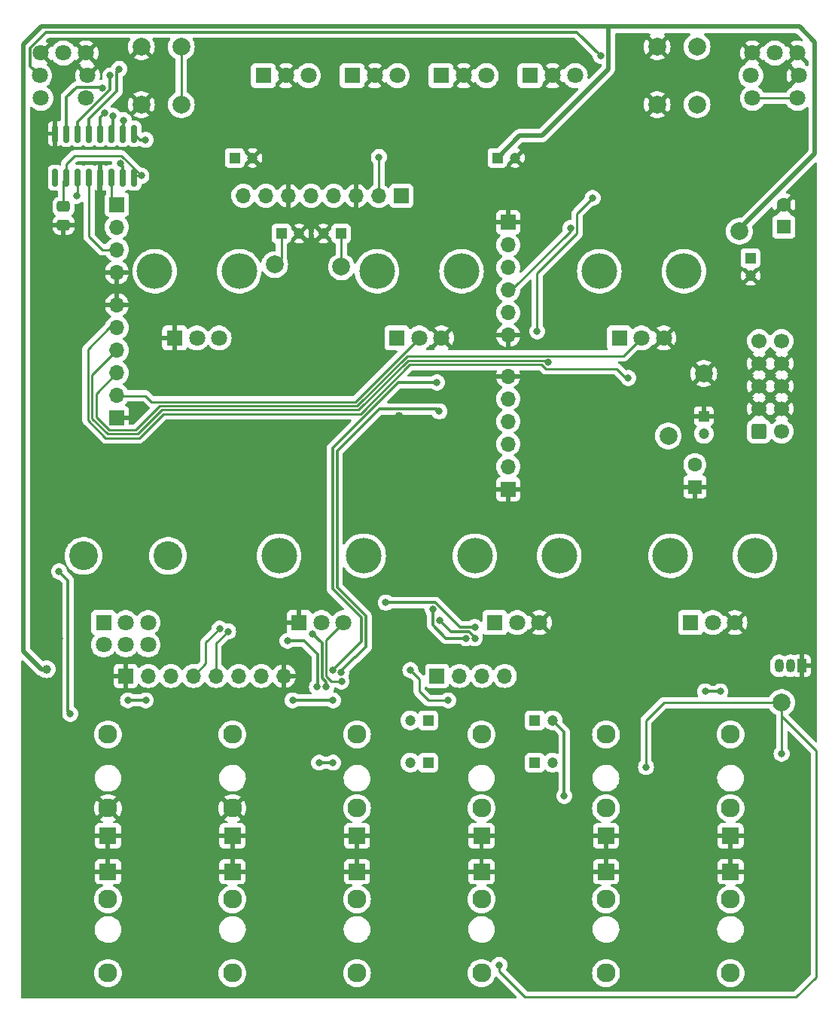
<source format=gtl>
G04 #@! TF.GenerationSoftware,KiCad,Pcbnew,8.0.5*
G04 #@! TF.CreationDate,2024-11-24T11:32:17+01:00*
G04 #@! TF.ProjectId,wolkje,776f6c6b-6a65-42e6-9b69-6361645f7063,rev?*
G04 #@! TF.SameCoordinates,Original*
G04 #@! TF.FileFunction,Copper,L1,Top*
G04 #@! TF.FilePolarity,Positive*
%FSLAX46Y46*%
G04 Gerber Fmt 4.6, Leading zero omitted, Abs format (unit mm)*
G04 Created by KiCad (PCBNEW 8.0.5) date 2024-11-24 11:32:17*
%MOMM*%
%LPD*%
G01*
G04 APERTURE LIST*
G04 Aperture macros list*
%AMRoundRect*
0 Rectangle with rounded corners*
0 $1 Rounding radius*
0 $2 $3 $4 $5 $6 $7 $8 $9 X,Y pos of 4 corners*
0 Add a 4 corners polygon primitive as box body*
4,1,4,$2,$3,$4,$5,$6,$7,$8,$9,$2,$3,0*
0 Add four circle primitives for the rounded corners*
1,1,$1+$1,$2,$3*
1,1,$1+$1,$4,$5*
1,1,$1+$1,$6,$7*
1,1,$1+$1,$8,$9*
0 Add four rect primitives between the rounded corners*
20,1,$1+$1,$2,$3,$4,$5,0*
20,1,$1+$1,$4,$5,$6,$7,0*
20,1,$1+$1,$6,$7,$8,$9,0*
20,1,$1+$1,$8,$9,$2,$3,0*%
G04 Aperture macros list end*
G04 #@! TA.AperFunction,ComponentPad*
%ADD10O,4.000000X4.000000*%
G04 #@! TD*
G04 #@! TA.AperFunction,ComponentPad*
%ADD11R,1.800000X1.800000*%
G04 #@! TD*
G04 #@! TA.AperFunction,ComponentPad*
%ADD12C,1.800000*%
G04 #@! TD*
G04 #@! TA.AperFunction,ComponentPad*
%ADD13R,1.930000X1.830000*%
G04 #@! TD*
G04 #@! TA.AperFunction,ComponentPad*
%ADD14C,2.130000*%
G04 #@! TD*
G04 #@! TA.AperFunction,SMDPad,CuDef*
%ADD15RoundRect,0.150000X-0.150000X0.825000X-0.150000X-0.825000X0.150000X-0.825000X0.150000X0.825000X0*%
G04 #@! TD*
G04 #@! TA.AperFunction,ComponentPad*
%ADD16C,2.000000*%
G04 #@! TD*
G04 #@! TA.AperFunction,ComponentPad*
%ADD17C,3.240000*%
G04 #@! TD*
G04 #@! TA.AperFunction,SMDPad,CuDef*
%ADD18RoundRect,0.250000X0.475000X-0.337500X0.475000X0.337500X-0.475000X0.337500X-0.475000X-0.337500X0*%
G04 #@! TD*
G04 #@! TA.AperFunction,ComponentPad*
%ADD19R,1.200000X1.200000*%
G04 #@! TD*
G04 #@! TA.AperFunction,ComponentPad*
%ADD20C,1.200000*%
G04 #@! TD*
G04 #@! TA.AperFunction,ComponentPad*
%ADD21R,1.050000X1.500000*%
G04 #@! TD*
G04 #@! TA.AperFunction,ComponentPad*
%ADD22O,1.050000X1.500000*%
G04 #@! TD*
G04 #@! TA.AperFunction,ComponentPad*
%ADD23R,1.700000X1.700000*%
G04 #@! TD*
G04 #@! TA.AperFunction,ComponentPad*
%ADD24O,1.700000X1.700000*%
G04 #@! TD*
G04 #@! TA.AperFunction,ComponentPad*
%ADD25RoundRect,0.250000X-0.600000X-0.600000X0.600000X-0.600000X0.600000X0.600000X-0.600000X0.600000X0*%
G04 #@! TD*
G04 #@! TA.AperFunction,ComponentPad*
%ADD26C,1.700000*%
G04 #@! TD*
G04 #@! TA.AperFunction,ComponentPad*
%ADD27R,1.600000X1.600000*%
G04 #@! TD*
G04 #@! TA.AperFunction,ComponentPad*
%ADD28C,1.600000*%
G04 #@! TD*
G04 #@! TA.AperFunction,ViaPad*
%ADD29C,1.000000*%
G04 #@! TD*
G04 #@! TA.AperFunction,ViaPad*
%ADD30C,0.800000*%
G04 #@! TD*
G04 #@! TA.AperFunction,Conductor*
%ADD31C,0.500000*%
G04 #@! TD*
G04 #@! TA.AperFunction,Conductor*
%ADD32C,0.250000*%
G04 #@! TD*
G04 #@! TA.AperFunction,Conductor*
%ADD33C,0.300000*%
G04 #@! TD*
G04 APERTURE END LIST*
D10*
X90250000Y-78000000D03*
X99750000Y-78000000D03*
D11*
X92500000Y-85500000D03*
D12*
X95000000Y-85500000D03*
X97500000Y-85500000D03*
D13*
X74000000Y-145520000D03*
D14*
X74000000Y-156920000D03*
X74000000Y-148620000D03*
D10*
X101250000Y-110000000D03*
X110750000Y-110000000D03*
D11*
X103500000Y-117500000D03*
D12*
X106000000Y-117500000D03*
X108500000Y-117500000D03*
D13*
X60000000Y-141480000D03*
D14*
X60000000Y-130080000D03*
X60000000Y-138380000D03*
D10*
X115250000Y-78000000D03*
X124750000Y-78000000D03*
D11*
X117500000Y-85500000D03*
D12*
X120000000Y-85500000D03*
X122500000Y-85500000D03*
D10*
X123250000Y-110000000D03*
X132750000Y-110000000D03*
D11*
X125500000Y-117500000D03*
D12*
X128000000Y-117500000D03*
X130500000Y-117500000D03*
D11*
X77460000Y-56000000D03*
D12*
X82540000Y-56000000D03*
X80000000Y-56000000D03*
D13*
X130000000Y-145520000D03*
D14*
X130000000Y-156920000D03*
X130000000Y-148620000D03*
D15*
X62945000Y-62525000D03*
X61675000Y-62525000D03*
X60405000Y-62525000D03*
X59135000Y-62525000D03*
X57865000Y-62525000D03*
X56595000Y-62525000D03*
X55325000Y-62525000D03*
X54055000Y-62525000D03*
X54055000Y-67475000D03*
X55325000Y-67475000D03*
X56595000Y-67475000D03*
X57865000Y-67475000D03*
X59135000Y-67475000D03*
X60405000Y-67475000D03*
X61675000Y-67475000D03*
X62945000Y-67475000D03*
D13*
X116000000Y-145520000D03*
D14*
X116000000Y-156920000D03*
X116000000Y-148620000D03*
D13*
X130000000Y-141480000D03*
D14*
X130000000Y-130080000D03*
X130000000Y-138380000D03*
D11*
X97460000Y-56000000D03*
D12*
X102540000Y-56000000D03*
X100000000Y-56000000D03*
X132460000Y-58540000D03*
X137540000Y-58540000D03*
X132460000Y-53460000D03*
X137540000Y-53460000D03*
X135000000Y-53460000D03*
X132300000Y-56000000D03*
X137700000Y-56000000D03*
D16*
X63750000Y-59250000D03*
X63750000Y-52750000D03*
X68250000Y-59250000D03*
X68250000Y-52750000D03*
D10*
X79250000Y-110000000D03*
X88750000Y-110000000D03*
D11*
X81500000Y-117500000D03*
D12*
X84000000Y-117500000D03*
X86500000Y-117500000D03*
D16*
X121750000Y-59250000D03*
X121750000Y-52750000D03*
X126250000Y-59250000D03*
X126250000Y-52750000D03*
D17*
X57250000Y-110000000D03*
X66750000Y-110000000D03*
D11*
X59500000Y-117500000D03*
D12*
X62000000Y-117500000D03*
X64500000Y-117500000D03*
X59500000Y-120000000D03*
X62000000Y-120000000D03*
X64500000Y-120000000D03*
D13*
X88000000Y-141480000D03*
D14*
X88000000Y-130080000D03*
X88000000Y-138380000D03*
D13*
X102000000Y-141480000D03*
D14*
X102000000Y-130080000D03*
X102000000Y-138380000D03*
D13*
X88000000Y-145520000D03*
D14*
X88000000Y-156920000D03*
X88000000Y-148620000D03*
D11*
X107460000Y-56000000D03*
D12*
X112540000Y-56000000D03*
X110000000Y-56000000D03*
D10*
X65250000Y-78000000D03*
X74750000Y-78000000D03*
D11*
X67500000Y-85500000D03*
D12*
X70000000Y-85500000D03*
X72500000Y-85500000D03*
D13*
X60000000Y-145520000D03*
D14*
X60000000Y-156920000D03*
X60000000Y-148620000D03*
D13*
X116000000Y-141480000D03*
D14*
X116000000Y-130080000D03*
X116000000Y-138380000D03*
D12*
X52460000Y-58540000D03*
X57540000Y-58540000D03*
X52460000Y-53460000D03*
X57540000Y-53460000D03*
X55000000Y-53460000D03*
X52300000Y-56000000D03*
X57700000Y-56000000D03*
D18*
X55000000Y-72787500D03*
X55000000Y-70712500D03*
D13*
X102000000Y-145520000D03*
D14*
X102000000Y-156920000D03*
X102000000Y-148620000D03*
D13*
X74000000Y-141480000D03*
D14*
X74000000Y-130080000D03*
X74000000Y-138380000D03*
D11*
X87460000Y-56000000D03*
D12*
X92540000Y-56000000D03*
X90000000Y-56000000D03*
D19*
X132250000Y-76500000D03*
D20*
X132250000Y-78500000D03*
D21*
X138020000Y-122360000D03*
D22*
X136750000Y-122360000D03*
X135480000Y-122360000D03*
D23*
X105000000Y-72500000D03*
D24*
X105000000Y-75040000D03*
X105000000Y-77580000D03*
X105000000Y-80120000D03*
X105000000Y-82660000D03*
X105000000Y-85200000D03*
X105000000Y-89800000D03*
X105000000Y-92340000D03*
X105000000Y-94880000D03*
X105000000Y-97420000D03*
X105000000Y-99960000D03*
D23*
X105000000Y-102500000D03*
D24*
X104620000Y-123500000D03*
X102080000Y-123500000D03*
X99540000Y-123500000D03*
D23*
X97000000Y-123500000D03*
D24*
X79780000Y-123500000D03*
X77240000Y-123500000D03*
X74700000Y-123500000D03*
X72160000Y-123500000D03*
X69620000Y-123500000D03*
X67080000Y-123500000D03*
X64540000Y-123500000D03*
D23*
X62000000Y-123500000D03*
X61000000Y-94500000D03*
D24*
X61000000Y-91960000D03*
X61000000Y-89420000D03*
X61000000Y-86880000D03*
X61000000Y-84340000D03*
X61000000Y-81800000D03*
X61000000Y-78120000D03*
X61000000Y-75580000D03*
X61000000Y-73040000D03*
D23*
X61000000Y-70500000D03*
D24*
X75220000Y-69500000D03*
X77760000Y-69500000D03*
X80300000Y-69500000D03*
X82840000Y-69500000D03*
X85380000Y-69500000D03*
X87920000Y-69500000D03*
X90460000Y-69500000D03*
D23*
X93000000Y-69500000D03*
D16*
X135750000Y-126500000D03*
D25*
X133210000Y-96000000D03*
D26*
X135750000Y-96000000D03*
X133210000Y-93460000D03*
X135750000Y-93460000D03*
X133210000Y-90920000D03*
X135750000Y-90920000D03*
X133210000Y-88380000D03*
X135750000Y-88380000D03*
X133210000Y-85840000D03*
X135750000Y-85840000D03*
D19*
X103777401Y-65250000D03*
D20*
X105777401Y-65250000D03*
D27*
X136000000Y-73000000D03*
D28*
X136000000Y-70500000D03*
D27*
X126000000Y-102250000D03*
D28*
X126000000Y-99750000D03*
D19*
X96000000Y-133250000D03*
D20*
X94000000Y-133250000D03*
D16*
X131000000Y-73500000D03*
D19*
X127000000Y-94277401D03*
D20*
X127000000Y-96277401D03*
D16*
X86250000Y-77500000D03*
X123000000Y-96500000D03*
D19*
X74250000Y-65250000D03*
D20*
X76250000Y-65250000D03*
D16*
X127000000Y-89500000D03*
D19*
X79500000Y-73750000D03*
D20*
X81500000Y-73750000D03*
D19*
X96000000Y-128500000D03*
D20*
X94000000Y-128500000D03*
D16*
X78750000Y-77250000D03*
D19*
X108000000Y-128500000D03*
D20*
X110000000Y-128500000D03*
D19*
X108000000Y-133250000D03*
D20*
X110000000Y-133250000D03*
D19*
X86222600Y-73750000D03*
D20*
X84222600Y-73750000D03*
D29*
X53095000Y-122750000D03*
X126000000Y-146000000D03*
X111500000Y-123000000D03*
X93500000Y-125750000D03*
X75250000Y-105250000D03*
X92750000Y-94350000D03*
X120250000Y-152750000D03*
X57250000Y-97500000D03*
X59000000Y-70250000D03*
X54500000Y-119250000D03*
X70500000Y-105000000D03*
X53000000Y-127750000D03*
X123500000Y-143250000D03*
X65500000Y-97000000D03*
X93750000Y-67250000D03*
X95000000Y-103750000D03*
X108250000Y-138750000D03*
X52500000Y-114250000D03*
X126000000Y-134250000D03*
X90000000Y-74250000D03*
X139000000Y-129000000D03*
X65250000Y-66750000D03*
X93500000Y-135750000D03*
X101500000Y-90750000D03*
X72500000Y-96000000D03*
D30*
X135750000Y-132250000D03*
X104000000Y-156000000D03*
X86254800Y-124116457D03*
X94000000Y-122850000D03*
X98250000Y-126250000D03*
X120500000Y-133750000D03*
X90460000Y-65150000D03*
X63750000Y-67250000D03*
X73500000Y-118500000D03*
X72554498Y-118174375D03*
X80189338Y-119550000D03*
X83500000Y-124750000D03*
X84550000Y-124750000D03*
X82998292Y-118748655D03*
X109500000Y-88225000D03*
X86213615Y-123117303D03*
X97250000Y-93750000D03*
X85250000Y-122850000D03*
X97000000Y-90500000D03*
X118500000Y-90000000D03*
X56500000Y-69500000D03*
X112000000Y-73140000D03*
X114500000Y-69750000D03*
X108250000Y-84750000D03*
X80750000Y-126250000D03*
X64250000Y-126250000D03*
X62250000Y-126250000D03*
X85300000Y-126250000D03*
X54500000Y-111750000D03*
X55750000Y-127750000D03*
X111300000Y-137000000D03*
X85300000Y-133250000D03*
X83750000Y-133250000D03*
X101250000Y-119250000D03*
X97312500Y-117250000D03*
X100250000Y-119250000D03*
X96500000Y-116000000D03*
X128850000Y-125250000D03*
X91237500Y-115250000D03*
X127150000Y-125250000D03*
X101250000Y-118000000D03*
X115400000Y-53750000D03*
X61375000Y-65875000D03*
X64219669Y-63219669D03*
X61750000Y-61000000D03*
X60581217Y-60533141D03*
X59655331Y-60155331D03*
X61250000Y-55250000D03*
X60250000Y-56000000D03*
X59375000Y-57375000D03*
D31*
X52500000Y-122750000D02*
X53095000Y-122750000D01*
X108777401Y-62750000D02*
X106277401Y-62750000D01*
X137750000Y-50500000D02*
X116250000Y-50500000D01*
X116250000Y-50500000D02*
X52500000Y-50500000D01*
X106277401Y-62750000D02*
X103777401Y-65250000D01*
X131000000Y-73250000D02*
X139500000Y-64750000D01*
X131000000Y-73500000D02*
X131000000Y-73250000D01*
X116250000Y-50500000D02*
X116250000Y-55277401D01*
X139500000Y-52250000D02*
X137750000Y-50500000D01*
X50500000Y-52500000D02*
X50500000Y-120750000D01*
X139500000Y-64750000D02*
X139500000Y-52250000D01*
X50500000Y-120750000D02*
X52500000Y-122750000D01*
X116250000Y-55277401D02*
X108777401Y-62750000D01*
X52500000Y-50500000D02*
X50500000Y-52500000D01*
X59000000Y-67610000D02*
X59135000Y-67475000D01*
X59000000Y-70250000D02*
X59000000Y-67610000D01*
D32*
X96000000Y-126250000D02*
X98250000Y-126250000D01*
X120500000Y-128500000D02*
X120500000Y-133750000D01*
X137375000Y-159625000D02*
X106875000Y-159625000D01*
X84525000Y-123525000D02*
X85116457Y-124116457D01*
X104000000Y-156750000D02*
X104000000Y-156000000D01*
X95000000Y-123850000D02*
X95000000Y-125250000D01*
X139625000Y-131875000D02*
X139625000Y-157375000D01*
X95000000Y-125250000D02*
X96000000Y-126250000D01*
X135750000Y-128000000D02*
X139625000Y-131875000D01*
X94000000Y-122850000D02*
X95000000Y-123850000D01*
X84525000Y-119475000D02*
X84525000Y-123525000D01*
X135750000Y-126500000D02*
X122500000Y-126500000D01*
X86500000Y-117500000D02*
X84525000Y-119475000D01*
X139625000Y-157375000D02*
X137375000Y-159625000D01*
X106875000Y-159625000D02*
X104000000Y-156750000D01*
X122500000Y-126500000D02*
X120500000Y-128500000D01*
X135750000Y-126500000D02*
X135750000Y-132250000D01*
X85116457Y-124116457D02*
X86254800Y-124116457D01*
X135750000Y-126500000D02*
X135750000Y-128000000D01*
X86222600Y-73750000D02*
X86222600Y-77472600D01*
X90460000Y-65150000D02*
X90460000Y-69500000D01*
X55000000Y-67800000D02*
X55325000Y-67475000D01*
X56250000Y-65000000D02*
X55325000Y-65925000D01*
X63170000Y-67250000D02*
X62945000Y-67475000D01*
X55325000Y-65925000D02*
X55325000Y-67475000D01*
X63750000Y-67250000D02*
X63170000Y-67250000D01*
X61525305Y-65000000D02*
X56250000Y-65000000D01*
X63750000Y-67250000D02*
X63750000Y-67224695D01*
X86222600Y-77472600D02*
X86250000Y-77500000D01*
X63750000Y-67224695D02*
X61525305Y-65000000D01*
X55000000Y-70712500D02*
X55000000Y-67800000D01*
X79500000Y-73750000D02*
X79500000Y-76500000D01*
X79500000Y-76500000D02*
X78750000Y-77250000D01*
X73500000Y-118500000D02*
X72160000Y-119840000D01*
X72160000Y-119840000D02*
X72160000Y-123500000D01*
X71000000Y-119728873D02*
X71000000Y-122120000D01*
X71000000Y-122120000D02*
X69620000Y-123500000D01*
X72554498Y-118174375D02*
X71000000Y-119728873D01*
D33*
X82050000Y-119550000D02*
X80189338Y-119550000D01*
X83550000Y-124700000D02*
X83550000Y-121050000D01*
X83550000Y-121050000D02*
X82050000Y-119550000D01*
X83500000Y-124750000D02*
X83550000Y-124700000D01*
X84050000Y-119800363D02*
X82998292Y-118748655D01*
X84550000Y-124750000D02*
X84550000Y-124221752D01*
X84550000Y-124221752D02*
X84050000Y-123721752D01*
X84050000Y-123721752D02*
X84050000Y-119800363D01*
D32*
X64905812Y-92685000D02*
X64220812Y-92000000D01*
X64220812Y-92000000D02*
X61040000Y-92000000D01*
X61040000Y-92000000D02*
X61000000Y-91960000D01*
X87815000Y-92685000D02*
X64905812Y-92685000D01*
X95000000Y-85500000D02*
X87815000Y-92685000D01*
X109325000Y-88050000D02*
X93722792Y-88050000D01*
X88187792Y-93585000D02*
X66028604Y-93585000D01*
X59936396Y-96300000D02*
X58200000Y-94563604D01*
X58200000Y-94563604D02*
X58200000Y-89680000D01*
X58200000Y-89680000D02*
X61000000Y-86880000D01*
X66028604Y-93585000D02*
X63313604Y-96300000D01*
X93722792Y-88050000D02*
X88187792Y-93585000D01*
X63313604Y-96300000D02*
X59936396Y-96300000D01*
X109500000Y-88225000D02*
X109325000Y-88050000D01*
X65842208Y-93135000D02*
X88001396Y-93135000D01*
X93636396Y-87500000D02*
X118000000Y-87500000D01*
X58650000Y-94377208D02*
X60122792Y-95850000D01*
X58650000Y-91770001D02*
X58650000Y-94377208D01*
X63127208Y-95850000D02*
X65842208Y-93135000D01*
X88001396Y-93135000D02*
X93636396Y-87500000D01*
X118000000Y-87500000D02*
X120000000Y-85500000D01*
X61000000Y-89420000D02*
X58650000Y-91770001D01*
X60122792Y-95850000D02*
X63127208Y-95850000D01*
D33*
X89000000Y-120250000D02*
X89000000Y-116750000D01*
X90500000Y-93500000D02*
X97000000Y-93500000D01*
X85750000Y-98250000D02*
X90500000Y-93500000D01*
X86213615Y-122947046D02*
X87750000Y-121410661D01*
X85750000Y-113500000D02*
X85750000Y-98250000D01*
X89000000Y-116750000D02*
X85750000Y-113500000D01*
X97000000Y-93500000D02*
X97250000Y-93750000D01*
X87839339Y-121410661D02*
X89000000Y-120250000D01*
X87750000Y-121410661D02*
X87839339Y-121410661D01*
X86213615Y-123117303D02*
X86213615Y-122947046D01*
X88500000Y-116957106D02*
X85250000Y-113707106D01*
X92625000Y-90500000D02*
X97000000Y-90500000D01*
X88500000Y-119600000D02*
X88500000Y-116957106D01*
X85250000Y-97875000D02*
X92625000Y-90500000D01*
X85250000Y-113707106D02*
X85250000Y-97875000D01*
X85250000Y-122850000D02*
X88500000Y-119600000D01*
D32*
X108749695Y-88500000D02*
X93950000Y-88500000D01*
X109199695Y-88950000D02*
X108749695Y-88500000D01*
X88415000Y-94035000D02*
X66215000Y-94035000D01*
X117186396Y-88950000D02*
X109199695Y-88950000D01*
X57750000Y-86750000D02*
X60160000Y-84340000D01*
X59750000Y-96750000D02*
X57750000Y-94750000D01*
X118500000Y-90000000D02*
X118236396Y-90000000D01*
X57750000Y-94750000D02*
X57750000Y-86750000D01*
X66215000Y-94035000D02*
X63500000Y-96750000D01*
X60160000Y-84340000D02*
X61000000Y-84340000D01*
X63500000Y-96750000D02*
X59750000Y-96750000D01*
X118236396Y-90000000D02*
X117186396Y-88950000D01*
X93950000Y-88500000D02*
X88415000Y-94035000D01*
X132460000Y-58540000D02*
X137540000Y-58540000D01*
X56500000Y-69500000D02*
X56595000Y-69405000D01*
X56595000Y-69405000D02*
X56595000Y-67475000D01*
X60405000Y-67475000D02*
X60405000Y-69905000D01*
X60405000Y-69905000D02*
X61000000Y-70500000D01*
X57865000Y-74115000D02*
X59330000Y-75580000D01*
X59330000Y-75580000D02*
X61000000Y-75580000D01*
X57865000Y-67475000D02*
X57865000Y-74115000D01*
X112000000Y-73140000D02*
X112000000Y-73500000D01*
X105380000Y-80120000D02*
X105000000Y-80120000D01*
X112000000Y-73500000D02*
X105380000Y-80120000D01*
X108250000Y-78250000D02*
X108250000Y-84750000D01*
X114500000Y-69750000D02*
X112750000Y-71500000D01*
X68250000Y-52750000D02*
X68250000Y-59250000D01*
X112750000Y-73750000D02*
X108250000Y-78250000D01*
X112750000Y-71500000D02*
X112750000Y-73750000D01*
D33*
X64250000Y-126250000D02*
X62250000Y-126250000D01*
X85300000Y-126250000D02*
X80750000Y-126250000D01*
X55500000Y-127500000D02*
X55750000Y-127750000D01*
X55500000Y-112750000D02*
X55500000Y-127500000D01*
X54500000Y-111750000D02*
X55500000Y-112750000D01*
X111300000Y-129800000D02*
X111300000Y-137000000D01*
X110000000Y-128500000D02*
X111300000Y-129800000D01*
X85300000Y-133250000D02*
X83750000Y-133250000D01*
X101250000Y-119250000D02*
X101250000Y-119189339D01*
X100560661Y-118500000D02*
X98562500Y-118500000D01*
X98562500Y-118500000D02*
X97312500Y-117250000D01*
X101250000Y-119189339D02*
X100560661Y-118500000D01*
X98000000Y-119250000D02*
X100250000Y-119250000D01*
X96500000Y-117750000D02*
X98000000Y-119250000D01*
X96500000Y-116000000D02*
X96500000Y-117750000D01*
X99560661Y-118000000D02*
X101250000Y-118000000D01*
X96810661Y-115250000D02*
X99560661Y-118000000D01*
X91237500Y-115250000D02*
X96810661Y-115250000D01*
X128850000Y-125250000D02*
X127150000Y-125250000D01*
X52300000Y-56000000D02*
X51210000Y-54910000D01*
X112750000Y-51100000D02*
X115400000Y-53750000D01*
X51210000Y-54910000D02*
X51210000Y-52942233D01*
X51210000Y-52942233D02*
X53052233Y-51100000D01*
X53052233Y-51100000D02*
X112750000Y-51100000D01*
X61375000Y-65875000D02*
X61675000Y-66175000D01*
X61675000Y-66175000D02*
X61675000Y-67475000D01*
X64219669Y-63219669D02*
X63639669Y-63219669D01*
X63639669Y-63219669D02*
X62945000Y-62525000D01*
X61750000Y-61000000D02*
X61750000Y-62450000D01*
X61750000Y-62450000D02*
X61675000Y-62525000D01*
X60581217Y-62348783D02*
X60405000Y-62525000D01*
X60581217Y-60533141D02*
X60581217Y-62348783D01*
X59655331Y-60155331D02*
X59135000Y-60675662D01*
X59135000Y-60675662D02*
X59135000Y-62525000D01*
X61250000Y-55250000D02*
X61000000Y-55500000D01*
X57865000Y-60885000D02*
X57865000Y-62525000D01*
X61000000Y-57750000D02*
X57865000Y-60885000D01*
X61000000Y-55500000D02*
X61000000Y-57750000D01*
X60250000Y-56000000D02*
X60250000Y-57597767D01*
X56595000Y-61252767D02*
X56595000Y-62525000D01*
X60250000Y-57597767D02*
X56595000Y-61252767D01*
X59375000Y-57375000D02*
X59290000Y-57290000D01*
X56460000Y-57290000D02*
X55325000Y-58425000D01*
X59290000Y-57290000D02*
X56460000Y-57290000D01*
X55325000Y-58425000D02*
X55325000Y-62525000D01*
G04 #@! TA.AperFunction,Conductor*
G36*
X63977399Y-92645185D02*
G01*
X63998041Y-92661819D01*
X64416828Y-93080606D01*
X64416857Y-93080637D01*
X64507075Y-93170855D01*
X64507079Y-93170858D01*
X64609519Y-93239307D01*
X64609523Y-93239309D01*
X64609526Y-93239311D01*
X64610441Y-93239690D01*
X64610846Y-93240016D01*
X64614896Y-93242181D01*
X64614485Y-93242948D01*
X64664848Y-93283525D01*
X64686920Y-93349817D01*
X64669647Y-93417518D01*
X64650680Y-93441936D01*
X62904437Y-95188181D01*
X62843114Y-95221666D01*
X62816756Y-95224500D01*
X62474000Y-95224500D01*
X62406961Y-95204815D01*
X62361206Y-95152011D01*
X62350000Y-95100500D01*
X62350000Y-94750000D01*
X61433012Y-94750000D01*
X61465925Y-94692993D01*
X61500000Y-94565826D01*
X61500000Y-94434174D01*
X61465925Y-94307007D01*
X61433012Y-94250000D01*
X62350000Y-94250000D01*
X62350000Y-93602172D01*
X62349999Y-93602155D01*
X62343598Y-93542627D01*
X62343596Y-93542620D01*
X62293354Y-93407913D01*
X62293350Y-93407906D01*
X62207190Y-93292812D01*
X62207187Y-93292809D01*
X62092093Y-93206649D01*
X62092088Y-93206646D01*
X61960528Y-93157577D01*
X61904595Y-93115705D01*
X61880178Y-93050241D01*
X61895030Y-92981968D01*
X61916175Y-92953720D01*
X62038495Y-92831401D01*
X62145644Y-92678377D01*
X62200221Y-92634752D01*
X62247219Y-92625500D01*
X63910360Y-92625500D01*
X63977399Y-92645185D01*
G37*
G04 #@! TD.AperFunction*
G04 #@! TA.AperFunction,Conductor*
G36*
X97034075Y-85692993D02*
G01*
X97099901Y-85807007D01*
X97192993Y-85900099D01*
X97307007Y-85965925D01*
X97370590Y-85982962D01*
X96701201Y-86652351D01*
X96701581Y-86652647D01*
X96742394Y-86709357D01*
X96746068Y-86779130D01*
X96711436Y-86839813D01*
X96649495Y-86872140D01*
X96625418Y-86874500D01*
X95875397Y-86874500D01*
X95808358Y-86854815D01*
X95762603Y-86802011D01*
X95752659Y-86732853D01*
X95781684Y-86669297D01*
X95799235Y-86652646D01*
X95951784Y-86533913D01*
X96108979Y-86363153D01*
X96146491Y-86305736D01*
X96199634Y-86260382D01*
X96268865Y-86250957D01*
X96332201Y-86280458D01*
X96346914Y-86297436D01*
X96348812Y-86297633D01*
X97017037Y-85629408D01*
X97034075Y-85692993D01*
G37*
G04 #@! TD.AperFunction*
G04 #@! TA.AperFunction,Conductor*
G36*
X135284075Y-93652993D02*
G01*
X135349901Y-93767007D01*
X135442993Y-93860099D01*
X135557007Y-93925925D01*
X135620590Y-93942962D01*
X134988625Y-94574925D01*
X135064594Y-94628119D01*
X135108219Y-94682696D01*
X135115413Y-94752194D01*
X135083890Y-94814549D01*
X135064595Y-94831269D01*
X134878594Y-94961508D01*
X134711503Y-95128599D01*
X134710349Y-95129975D01*
X134709688Y-95130414D01*
X134707676Y-95132427D01*
X134707271Y-95132022D01*
X134652173Y-95168671D01*
X134582312Y-95169772D01*
X134522946Y-95132928D01*
X134497663Y-95089265D01*
X134494814Y-95080666D01*
X134402712Y-94931344D01*
X134278656Y-94807288D01*
X134185777Y-94750000D01*
X134129336Y-94715187D01*
X134129331Y-94715185D01*
X134056967Y-94691206D01*
X133999522Y-94651433D01*
X133972699Y-94586917D01*
X133972585Y-94576137D01*
X133339409Y-93942962D01*
X133402993Y-93925925D01*
X133517007Y-93860099D01*
X133610099Y-93767007D01*
X133675925Y-93652993D01*
X133692962Y-93589410D01*
X134324925Y-94221373D01*
X134378425Y-94144968D01*
X134433002Y-94101344D01*
X134502501Y-94094151D01*
X134564855Y-94125673D01*
X134581576Y-94144969D01*
X134635073Y-94221372D01*
X135267037Y-93589409D01*
X135284075Y-93652993D01*
G37*
G04 #@! TD.AperFunction*
G04 #@! TA.AperFunction,Conductor*
G36*
X135284075Y-91112993D02*
G01*
X135349901Y-91227007D01*
X135442993Y-91320099D01*
X135557007Y-91385925D01*
X135620590Y-91402962D01*
X134988625Y-92034925D01*
X135065031Y-92088425D01*
X135108655Y-92143002D01*
X135115848Y-92212501D01*
X135084326Y-92274855D01*
X135065029Y-92291576D01*
X134988625Y-92345072D01*
X135620590Y-92977037D01*
X135557007Y-92994075D01*
X135442993Y-93059901D01*
X135349901Y-93152993D01*
X135284075Y-93267007D01*
X135267037Y-93330589D01*
X134635073Y-92698625D01*
X134635072Y-92698626D01*
X134581574Y-92775030D01*
X134526998Y-92818655D01*
X134457499Y-92825849D01*
X134395144Y-92794326D01*
X134378424Y-92775030D01*
X134324925Y-92698626D01*
X134324925Y-92698625D01*
X133692962Y-93330589D01*
X133675925Y-93267007D01*
X133610099Y-93152993D01*
X133517007Y-93059901D01*
X133402993Y-92994075D01*
X133339410Y-92977037D01*
X133971373Y-92345073D01*
X133894969Y-92291576D01*
X133851344Y-92236999D01*
X133844150Y-92167501D01*
X133875672Y-92105146D01*
X133894968Y-92088425D01*
X133971373Y-92034925D01*
X133339409Y-91402962D01*
X133402993Y-91385925D01*
X133517007Y-91320099D01*
X133610099Y-91227007D01*
X133675925Y-91112993D01*
X133692962Y-91049410D01*
X134324925Y-91681373D01*
X134378425Y-91604968D01*
X134433002Y-91561344D01*
X134502501Y-91554151D01*
X134564855Y-91585673D01*
X134581576Y-91604969D01*
X134635073Y-91681372D01*
X135267037Y-91049409D01*
X135284075Y-91112993D01*
G37*
G04 #@! TD.AperFunction*
G04 #@! TA.AperFunction,Conductor*
G36*
X135284075Y-88572993D02*
G01*
X135349901Y-88687007D01*
X135442993Y-88780099D01*
X135557007Y-88845925D01*
X135620590Y-88862962D01*
X134988625Y-89494925D01*
X135065031Y-89548425D01*
X135108655Y-89603002D01*
X135115848Y-89672501D01*
X135084326Y-89734855D01*
X135065029Y-89751576D01*
X134988625Y-89805072D01*
X135620590Y-90437037D01*
X135557007Y-90454075D01*
X135442993Y-90519901D01*
X135349901Y-90612993D01*
X135284075Y-90727007D01*
X135267037Y-90790589D01*
X134635073Y-90158625D01*
X134635072Y-90158626D01*
X134581574Y-90235030D01*
X134526998Y-90278655D01*
X134457499Y-90285849D01*
X134395144Y-90254326D01*
X134378424Y-90235030D01*
X134324925Y-90158626D01*
X134324925Y-90158625D01*
X133692962Y-90790589D01*
X133675925Y-90727007D01*
X133610099Y-90612993D01*
X133517007Y-90519901D01*
X133402993Y-90454075D01*
X133339410Y-90437037D01*
X133971373Y-89805073D01*
X133894969Y-89751576D01*
X133851344Y-89696999D01*
X133844150Y-89627501D01*
X133875672Y-89565146D01*
X133894968Y-89548425D01*
X133971373Y-89494925D01*
X133339409Y-88862962D01*
X133402993Y-88845925D01*
X133517007Y-88780099D01*
X133610099Y-88687007D01*
X133675925Y-88572993D01*
X133692962Y-88509410D01*
X134324925Y-89141373D01*
X134378425Y-89064968D01*
X134433002Y-89021344D01*
X134502501Y-89014151D01*
X134564855Y-89045673D01*
X134581576Y-89064969D01*
X134635073Y-89141372D01*
X135267037Y-88509409D01*
X135284075Y-88572993D01*
G37*
G04 #@! TD.AperFunction*
G04 #@! TA.AperFunction,Conductor*
G36*
X134564855Y-86506546D02*
G01*
X134581575Y-86525842D01*
X134711500Y-86711395D01*
X134711505Y-86711401D01*
X134878599Y-86878495D01*
X135042719Y-86993413D01*
X135064594Y-87008730D01*
X135108218Y-87063307D01*
X135115411Y-87132806D01*
X135083889Y-87195160D01*
X135064593Y-87211880D01*
X134988626Y-87265072D01*
X134988625Y-87265072D01*
X135620590Y-87897037D01*
X135557007Y-87914075D01*
X135442993Y-87979901D01*
X135349901Y-88072993D01*
X135284075Y-88187007D01*
X135267037Y-88250589D01*
X134635073Y-87618625D01*
X134635072Y-87618626D01*
X134581574Y-87695030D01*
X134526998Y-87738655D01*
X134457499Y-87745849D01*
X134395144Y-87714326D01*
X134378424Y-87695030D01*
X134324925Y-87618626D01*
X134324925Y-87618625D01*
X133692962Y-88250589D01*
X133675925Y-88187007D01*
X133610099Y-88072993D01*
X133517007Y-87979901D01*
X133402993Y-87914075D01*
X133339410Y-87897037D01*
X133971373Y-87265073D01*
X133971373Y-87265072D01*
X133895405Y-87211880D01*
X133851780Y-87157304D01*
X133844586Y-87087805D01*
X133876108Y-87025451D01*
X133895399Y-87008734D01*
X134081401Y-86878495D01*
X134248495Y-86711401D01*
X134378425Y-86525842D01*
X134433002Y-86482217D01*
X134502500Y-86475023D01*
X134564855Y-86506546D01*
G37*
G04 #@! TD.AperFunction*
G04 #@! TA.AperFunction,Conductor*
G36*
X60425087Y-65645185D02*
G01*
X60470842Y-65697989D01*
X60481368Y-65762457D01*
X60470760Y-65863394D01*
X60469540Y-65875003D01*
X60469540Y-65875500D01*
X60469458Y-65875776D01*
X60468861Y-65881464D01*
X60467820Y-65881354D01*
X60449855Y-65942539D01*
X60397051Y-65988294D01*
X60345540Y-65999500D01*
X60189298Y-65999500D01*
X60152432Y-66002401D01*
X60152426Y-66002402D01*
X59994606Y-66048254D01*
X59994603Y-66048255D01*
X59853140Y-66131915D01*
X59846974Y-66136699D01*
X59845174Y-66134379D01*
X59795913Y-66161230D01*
X59726225Y-66156193D01*
X59693992Y-66135461D01*
X59692722Y-66137100D01*
X59686552Y-66132314D01*
X59545196Y-66048717D01*
X59545193Y-66048716D01*
X59387494Y-66002900D01*
X59387497Y-66002900D01*
X59385000Y-66002703D01*
X59385000Y-68947295D01*
X59385001Y-68947295D01*
X59387486Y-68947100D01*
X59545198Y-68901281D01*
X59592379Y-68873379D01*
X59660103Y-68856196D01*
X59726365Y-68878356D01*
X59770129Y-68932822D01*
X59779500Y-68980111D01*
X59779500Y-69268486D01*
X59759815Y-69335525D01*
X59754767Y-69342797D01*
X59706204Y-69407668D01*
X59706202Y-69407671D01*
X59655908Y-69542517D01*
X59649501Y-69602116D01*
X59649501Y-69602123D01*
X59649500Y-69602135D01*
X59649500Y-71397870D01*
X59649501Y-71397876D01*
X59655908Y-71457483D01*
X59706202Y-71592328D01*
X59706206Y-71592335D01*
X59792452Y-71707544D01*
X59792455Y-71707547D01*
X59907664Y-71793793D01*
X59907671Y-71793797D01*
X60039081Y-71842810D01*
X60095015Y-71884681D01*
X60119432Y-71950145D01*
X60104580Y-72018418D01*
X60083430Y-72046673D01*
X59961503Y-72168600D01*
X59825965Y-72362169D01*
X59825964Y-72362171D01*
X59726098Y-72576335D01*
X59726094Y-72576344D01*
X59664938Y-72804586D01*
X59664936Y-72804596D01*
X59644341Y-73039999D01*
X59644341Y-73040000D01*
X59664936Y-73275403D01*
X59664938Y-73275413D01*
X59726094Y-73503655D01*
X59726096Y-73503659D01*
X59726097Y-73503663D01*
X59810349Y-73684341D01*
X59825965Y-73717830D01*
X59825967Y-73717834D01*
X59913205Y-73842422D01*
X59961505Y-73911401D01*
X60128599Y-74078495D01*
X60128601Y-74078497D01*
X60128603Y-74078498D01*
X60314158Y-74208425D01*
X60357783Y-74263002D01*
X60364977Y-74332500D01*
X60333454Y-74394855D01*
X60314158Y-74411575D01*
X60128597Y-74541505D01*
X59961505Y-74708597D01*
X59826348Y-74901623D01*
X59771771Y-74945248D01*
X59724773Y-74954500D01*
X59640452Y-74954500D01*
X59573413Y-74934815D01*
X59552771Y-74918181D01*
X58526819Y-73892229D01*
X58493334Y-73830906D01*
X58490500Y-73804548D01*
X58490500Y-68980111D01*
X58510185Y-68913072D01*
X58562989Y-68867317D01*
X58632147Y-68857373D01*
X58677621Y-68873379D01*
X58724801Y-68901281D01*
X58882514Y-68947100D01*
X58882511Y-68947100D01*
X58884998Y-68947295D01*
X58885000Y-68947295D01*
X58885000Y-66002703D01*
X58882503Y-66002900D01*
X58724806Y-66048716D01*
X58724803Y-66048717D01*
X58583449Y-66132313D01*
X58577283Y-66137097D01*
X58575389Y-66134655D01*
X58526580Y-66161239D01*
X58456894Y-66156179D01*
X58424227Y-66135159D01*
X58423031Y-66136702D01*
X58416862Y-66131917D01*
X58322380Y-66076041D01*
X58275398Y-66048256D01*
X58275397Y-66048255D01*
X58275396Y-66048255D01*
X58275393Y-66048254D01*
X58117573Y-66002402D01*
X58117567Y-66002401D01*
X58080701Y-65999500D01*
X58080694Y-65999500D01*
X57649306Y-65999500D01*
X57649298Y-65999500D01*
X57612432Y-66002401D01*
X57612426Y-66002402D01*
X57454606Y-66048254D01*
X57454603Y-66048255D01*
X57313137Y-66131917D01*
X57306969Y-66136702D01*
X57305072Y-66134256D01*
X57256358Y-66160857D01*
X57186666Y-66155873D01*
X57154296Y-66135069D01*
X57153031Y-66136702D01*
X57146862Y-66131917D01*
X57052380Y-66076041D01*
X57005398Y-66048256D01*
X57005397Y-66048255D01*
X57005396Y-66048255D01*
X57005393Y-66048254D01*
X56847573Y-66002402D01*
X56847567Y-66002401D01*
X56810701Y-65999500D01*
X56810694Y-65999500D01*
X56434453Y-65999500D01*
X56367414Y-65979815D01*
X56321659Y-65927011D01*
X56311715Y-65857853D01*
X56340740Y-65794297D01*
X56346772Y-65787819D01*
X56472772Y-65661819D01*
X56534095Y-65628334D01*
X56560453Y-65625500D01*
X60358048Y-65625500D01*
X60425087Y-65645185D01*
G37*
G04 #@! TD.AperFunction*
G04 #@! TA.AperFunction,Conductor*
G36*
X120946598Y-51270185D02*
G01*
X120992353Y-51322989D01*
X121002297Y-51392147D01*
X120973272Y-51455703D01*
X120938577Y-51483555D01*
X120926761Y-51489949D01*
X120879942Y-51526388D01*
X120879942Y-51526390D01*
X121579765Y-52226212D01*
X121537708Y-52237482D01*
X121412292Y-52309890D01*
X121309890Y-52412292D01*
X121237482Y-52537708D01*
X121226212Y-52579764D01*
X120526564Y-51880116D01*
X120426267Y-52033632D01*
X120326412Y-52261282D01*
X120265387Y-52502261D01*
X120265385Y-52502270D01*
X120244859Y-52749994D01*
X120244859Y-52750005D01*
X120265385Y-52997729D01*
X120265387Y-52997738D01*
X120326412Y-53238717D01*
X120426266Y-53466364D01*
X120526564Y-53619882D01*
X121226212Y-52920234D01*
X121237482Y-52962292D01*
X121309890Y-53087708D01*
X121412292Y-53190110D01*
X121537708Y-53262518D01*
X121579765Y-53273787D01*
X120879942Y-53973609D01*
X120926768Y-54010055D01*
X120926770Y-54010056D01*
X121145385Y-54128364D01*
X121145396Y-54128369D01*
X121380506Y-54209083D01*
X121625707Y-54250000D01*
X121874293Y-54250000D01*
X122119493Y-54209083D01*
X122354603Y-54128369D01*
X122354614Y-54128364D01*
X122573228Y-54010057D01*
X122573231Y-54010055D01*
X122620056Y-53973609D01*
X121920234Y-53273787D01*
X121962292Y-53262518D01*
X122087708Y-53190110D01*
X122190110Y-53087708D01*
X122262518Y-52962292D01*
X122273787Y-52920234D01*
X122973434Y-53619882D01*
X123073731Y-53466369D01*
X123173587Y-53238717D01*
X123234612Y-52997738D01*
X123234614Y-52997729D01*
X123255141Y-52750005D01*
X123255141Y-52749994D01*
X123234614Y-52502270D01*
X123234612Y-52502261D01*
X123173587Y-52261282D01*
X123073731Y-52033630D01*
X122973434Y-51880116D01*
X122273787Y-52579764D01*
X122262518Y-52537708D01*
X122190110Y-52412292D01*
X122087708Y-52309890D01*
X121962292Y-52237482D01*
X121920235Y-52226212D01*
X122620057Y-51526390D01*
X122620056Y-51526389D01*
X122573231Y-51489945D01*
X122561424Y-51483555D01*
X122511834Y-51434335D01*
X122496726Y-51366118D01*
X122520897Y-51300563D01*
X122576672Y-51258482D01*
X122620442Y-51250500D01*
X125378507Y-51250500D01*
X125445546Y-51270185D01*
X125491301Y-51322989D01*
X125501245Y-51392147D01*
X125472220Y-51455703D01*
X125437526Y-51483554D01*
X125434785Y-51485037D01*
X125426493Y-51489524D01*
X125230257Y-51642261D01*
X125061833Y-51825217D01*
X124925826Y-52033393D01*
X124825936Y-52261118D01*
X124764892Y-52502175D01*
X124764890Y-52502187D01*
X124744357Y-52749994D01*
X124744357Y-52750005D01*
X124764890Y-52997812D01*
X124764892Y-52997824D01*
X124825936Y-53238881D01*
X124925826Y-53466606D01*
X125061833Y-53674782D01*
X125061836Y-53674785D01*
X125230256Y-53857738D01*
X125426491Y-54010474D01*
X125426493Y-54010475D01*
X125644332Y-54128364D01*
X125645190Y-54128828D01*
X125864141Y-54203994D01*
X125878964Y-54209083D01*
X125880386Y-54209571D01*
X126125665Y-54250500D01*
X126374335Y-54250500D01*
X126619614Y-54209571D01*
X126854810Y-54128828D01*
X127073509Y-54010474D01*
X127269744Y-53857738D01*
X127438164Y-53674785D01*
X127574173Y-53466607D01*
X127674063Y-53238881D01*
X127735108Y-52997821D01*
X127735116Y-52997729D01*
X127755643Y-52750005D01*
X127755643Y-52749994D01*
X127735109Y-52502187D01*
X127735107Y-52502175D01*
X127674063Y-52261118D01*
X127574173Y-52033393D01*
X127438166Y-51825217D01*
X127311970Y-51688132D01*
X127269744Y-51642262D01*
X127073509Y-51489526D01*
X127073507Y-51489525D01*
X127073506Y-51489524D01*
X127067395Y-51486217D01*
X127062474Y-51483554D01*
X127012885Y-51434335D01*
X126997777Y-51366119D01*
X127021947Y-51300563D01*
X127077723Y-51258482D01*
X127121493Y-51250500D01*
X137387770Y-51250500D01*
X137454809Y-51270185D01*
X137475451Y-51286819D01*
X138117957Y-51929325D01*
X138151442Y-51990648D01*
X138146458Y-52060340D01*
X138104586Y-52116273D01*
X138039122Y-52140690D01*
X137990013Y-52134287D01*
X137884860Y-52098188D01*
X137656007Y-52060000D01*
X137423993Y-52060000D01*
X137195139Y-52098188D01*
X136975706Y-52173520D01*
X136975697Y-52173523D01*
X136771650Y-52283949D01*
X136741200Y-52307647D01*
X137410590Y-52977037D01*
X137347007Y-52994075D01*
X137232993Y-53059901D01*
X137139901Y-53152993D01*
X137074075Y-53267007D01*
X137057037Y-53330591D01*
X136388811Y-52662365D01*
X136374106Y-52684873D01*
X136320959Y-52730230D01*
X136251728Y-52739653D01*
X136188392Y-52710150D01*
X136166489Y-52684873D01*
X136161731Y-52677591D01*
X136108979Y-52596847D01*
X135951784Y-52426087D01*
X135951779Y-52426083D01*
X135951777Y-52426081D01*
X135768634Y-52283535D01*
X135768628Y-52283531D01*
X135564504Y-52173064D01*
X135564495Y-52173061D01*
X135344984Y-52097702D01*
X135173282Y-52069050D01*
X135116049Y-52059500D01*
X134883951Y-52059500D01*
X134838164Y-52067140D01*
X134655015Y-52097702D01*
X134435504Y-52173061D01*
X134435495Y-52173064D01*
X134231371Y-52283531D01*
X134231365Y-52283535D01*
X134048222Y-52426081D01*
X134048219Y-52426084D01*
X134048216Y-52426086D01*
X134048216Y-52426087D01*
X133978094Y-52502261D01*
X133891015Y-52596854D01*
X133833509Y-52684874D01*
X133780363Y-52730230D01*
X133711132Y-52739654D01*
X133647796Y-52710152D01*
X133625892Y-52684874D01*
X133611186Y-52662365D01*
X132942962Y-53330589D01*
X132925925Y-53267007D01*
X132860099Y-53152993D01*
X132767007Y-53059901D01*
X132652993Y-52994075D01*
X132589409Y-52977037D01*
X133258797Y-52307647D01*
X133258797Y-52307645D01*
X133228360Y-52283955D01*
X133228354Y-52283951D01*
X133024302Y-52173523D01*
X133024293Y-52173520D01*
X132804860Y-52098188D01*
X132576007Y-52060000D01*
X132343993Y-52060000D01*
X132115139Y-52098188D01*
X131895706Y-52173520D01*
X131895697Y-52173523D01*
X131691650Y-52283949D01*
X131661200Y-52307647D01*
X132330591Y-52977037D01*
X132267007Y-52994075D01*
X132152993Y-53059901D01*
X132059901Y-53152993D01*
X131994075Y-53267007D01*
X131977037Y-53330591D01*
X131308811Y-52662365D01*
X131224516Y-52791390D01*
X131131317Y-53003864D01*
X131074361Y-53228781D01*
X131055202Y-53459994D01*
X131055202Y-53460005D01*
X131074361Y-53691218D01*
X131131317Y-53916135D01*
X131224515Y-54128606D01*
X131308812Y-54257633D01*
X131977037Y-53589408D01*
X131994075Y-53652993D01*
X132059901Y-53767007D01*
X132152993Y-53860099D01*
X132267007Y-53925925D01*
X132330590Y-53942962D01*
X131661201Y-54612351D01*
X131664667Y-54668170D01*
X131660762Y-54668412D01*
X131662709Y-54705385D01*
X131628077Y-54766067D01*
X131601078Y-54785808D01*
X131531371Y-54823531D01*
X131531365Y-54823535D01*
X131348222Y-54966081D01*
X131348219Y-54966084D01*
X131348216Y-54966086D01*
X131348216Y-54966087D01*
X131304277Y-55013818D01*
X131191016Y-55136852D01*
X131064075Y-55331151D01*
X130970842Y-55543699D01*
X130913866Y-55768691D01*
X130913864Y-55768702D01*
X130894700Y-55999993D01*
X130894700Y-56000006D01*
X130913864Y-56231297D01*
X130913866Y-56231308D01*
X130970842Y-56456300D01*
X131064075Y-56668848D01*
X131191016Y-56863147D01*
X131191018Y-56863149D01*
X131191021Y-56863153D01*
X131348216Y-57033913D01*
X131348219Y-57033915D01*
X131348222Y-57033918D01*
X131531365Y-57176464D01*
X131531372Y-57176468D01*
X131531374Y-57176470D01*
X131589950Y-57208170D01*
X131600596Y-57213931D01*
X131650187Y-57263150D01*
X131665295Y-57331367D01*
X131641125Y-57396923D01*
X131617742Y-57420839D01*
X131508218Y-57506085D01*
X131351016Y-57676852D01*
X131224075Y-57871151D01*
X131130842Y-58083699D01*
X131073866Y-58308691D01*
X131073864Y-58308702D01*
X131054700Y-58539993D01*
X131054700Y-58540006D01*
X131073864Y-58771297D01*
X131073866Y-58771308D01*
X131130842Y-58996300D01*
X131224075Y-59208848D01*
X131351016Y-59403147D01*
X131351019Y-59403151D01*
X131351021Y-59403153D01*
X131508216Y-59573913D01*
X131508219Y-59573915D01*
X131508222Y-59573918D01*
X131691365Y-59716464D01*
X131691371Y-59716468D01*
X131691374Y-59716470D01*
X131895497Y-59826936D01*
X131988838Y-59858980D01*
X132115015Y-59902297D01*
X132115017Y-59902297D01*
X132115019Y-59902298D01*
X132343951Y-59940500D01*
X132343952Y-59940500D01*
X132576048Y-59940500D01*
X132576049Y-59940500D01*
X132804981Y-59902298D01*
X133024503Y-59826936D01*
X133228626Y-59716470D01*
X133262494Y-59690110D01*
X133348569Y-59623115D01*
X133411784Y-59573913D01*
X133568979Y-59403153D01*
X133621732Y-59322409D01*
X133687542Y-59221679D01*
X133740689Y-59176322D01*
X133791351Y-59165500D01*
X136208649Y-59165500D01*
X136275688Y-59185185D01*
X136312458Y-59221679D01*
X136431016Y-59403147D01*
X136431019Y-59403151D01*
X136431021Y-59403153D01*
X136588216Y-59573913D01*
X136588219Y-59573915D01*
X136588222Y-59573918D01*
X136771365Y-59716464D01*
X136771371Y-59716468D01*
X136771374Y-59716470D01*
X136975497Y-59826936D01*
X137068838Y-59858980D01*
X137195015Y-59902297D01*
X137195017Y-59902297D01*
X137195019Y-59902298D01*
X137423951Y-59940500D01*
X137423952Y-59940500D01*
X137656048Y-59940500D01*
X137656049Y-59940500D01*
X137884981Y-59902298D01*
X138104503Y-59826936D01*
X138308626Y-59716470D01*
X138342494Y-59690110D01*
X138428569Y-59623115D01*
X138491784Y-59573913D01*
X138534271Y-59527759D01*
X138594157Y-59491770D01*
X138663995Y-59493870D01*
X138721611Y-59533394D01*
X138748713Y-59597793D01*
X138749500Y-59611743D01*
X138749500Y-64387769D01*
X138729815Y-64454808D01*
X138713181Y-64475450D01*
X131224814Y-71963816D01*
X131163491Y-71997301D01*
X131126901Y-71999712D01*
X131124341Y-71999500D01*
X131124335Y-71999500D01*
X130875665Y-71999500D01*
X130630383Y-72040429D01*
X130395197Y-72121169D01*
X130395188Y-72121172D01*
X130176493Y-72239524D01*
X129980257Y-72392261D01*
X129811833Y-72575217D01*
X129675826Y-72783393D01*
X129575936Y-73011118D01*
X129514892Y-73252175D01*
X129514890Y-73252187D01*
X129494357Y-73499994D01*
X129494357Y-73500005D01*
X129514890Y-73747812D01*
X129514892Y-73747824D01*
X129575936Y-73988881D01*
X129675826Y-74216606D01*
X129811833Y-74424782D01*
X129811836Y-74424785D01*
X129980256Y-74607738D01*
X130176491Y-74760474D01*
X130176493Y-74760475D01*
X130341920Y-74850000D01*
X130395190Y-74878828D01*
X130630386Y-74959571D01*
X130875665Y-75000500D01*
X131124335Y-75000500D01*
X131369614Y-74959571D01*
X131604810Y-74878828D01*
X131823509Y-74760474D01*
X132019744Y-74607738D01*
X132188164Y-74424785D01*
X132324173Y-74216607D01*
X132424063Y-73988881D01*
X132485108Y-73747821D01*
X132488475Y-73707187D01*
X132505643Y-73500005D01*
X132505643Y-73499994D01*
X132485109Y-73252187D01*
X132485107Y-73252175D01*
X132476891Y-73219730D01*
X132424063Y-73011119D01*
X132420342Y-73002637D01*
X132411440Y-72933339D01*
X132441417Y-72870227D01*
X132446200Y-72865166D01*
X134535501Y-70775865D01*
X134596820Y-70742383D01*
X134666512Y-70747367D01*
X134722445Y-70789239D01*
X134742953Y-70831455D01*
X134773731Y-70946319D01*
X134773735Y-70946331D01*
X134869863Y-71152478D01*
X134920974Y-71225472D01*
X135600000Y-70546446D01*
X135600000Y-70552661D01*
X135627259Y-70654394D01*
X135679920Y-70745606D01*
X135754394Y-70820080D01*
X135845606Y-70872741D01*
X135947339Y-70900000D01*
X135953553Y-70900000D01*
X135269352Y-71584199D01*
X135259506Y-71633194D01*
X135210890Y-71683377D01*
X135155367Y-71698049D01*
X135155423Y-71699099D01*
X135155429Y-71699146D01*
X135155426Y-71699146D01*
X135155436Y-71699324D01*
X135152123Y-71699501D01*
X135092516Y-71705908D01*
X134957671Y-71756202D01*
X134957664Y-71756206D01*
X134842455Y-71842452D01*
X134842452Y-71842455D01*
X134756206Y-71957664D01*
X134756202Y-71957671D01*
X134705908Y-72092517D01*
X134701784Y-72130880D01*
X134699501Y-72152123D01*
X134699500Y-72152135D01*
X134699501Y-73847867D01*
X134699501Y-73847872D01*
X134705908Y-73907483D01*
X134756202Y-74042328D01*
X134756206Y-74042335D01*
X134842452Y-74157544D01*
X134842455Y-74157547D01*
X134957664Y-74243793D01*
X134957671Y-74243797D01*
X135092517Y-74294091D01*
X135092516Y-74294091D01*
X135099444Y-74294835D01*
X135152127Y-74300500D01*
X136847872Y-74300499D01*
X136907483Y-74294091D01*
X137042331Y-74243796D01*
X137157546Y-74157546D01*
X137243796Y-74042331D01*
X137294091Y-73907483D01*
X137300500Y-73847873D01*
X137300499Y-72152128D01*
X137294091Y-72092517D01*
X137276992Y-72046673D01*
X137243797Y-71957671D01*
X137243793Y-71957664D01*
X137157547Y-71842455D01*
X137157544Y-71842452D01*
X137042335Y-71756206D01*
X137042328Y-71756202D01*
X136907482Y-71705908D01*
X136907483Y-71705908D01*
X136847883Y-71699501D01*
X136847881Y-71699500D01*
X136847873Y-71699500D01*
X136847864Y-71699500D01*
X136844548Y-71699322D01*
X136844627Y-71697847D01*
X136783215Y-71679815D01*
X136737460Y-71627011D01*
X136729969Y-71583522D01*
X136046447Y-70900000D01*
X136052661Y-70900000D01*
X136154394Y-70872741D01*
X136245606Y-70820080D01*
X136320080Y-70745606D01*
X136372741Y-70654394D01*
X136400000Y-70552661D01*
X136400000Y-70546447D01*
X137079024Y-71225471D01*
X137130136Y-71152478D01*
X137226264Y-70946331D01*
X137226269Y-70946317D01*
X137285139Y-70726610D01*
X137285141Y-70726599D01*
X137304966Y-70500002D01*
X137304966Y-70499997D01*
X137285141Y-70273400D01*
X137285139Y-70273389D01*
X137226269Y-70053682D01*
X137226264Y-70053668D01*
X137130136Y-69847521D01*
X137130132Y-69847513D01*
X137079025Y-69774526D01*
X136400000Y-70453551D01*
X136400000Y-70447339D01*
X136372741Y-70345606D01*
X136320080Y-70254394D01*
X136245606Y-70179920D01*
X136154394Y-70127259D01*
X136052661Y-70100000D01*
X136046446Y-70100000D01*
X136725472Y-69420974D01*
X136652478Y-69369863D01*
X136446331Y-69273735D01*
X136446319Y-69273731D01*
X136331455Y-69242953D01*
X136271795Y-69206587D01*
X136241266Y-69143740D01*
X136249561Y-69074365D01*
X136275863Y-69035503D01*
X139537821Y-65773545D01*
X139599142Y-65740062D01*
X139668834Y-65745046D01*
X139724767Y-65786918D01*
X139749184Y-65852382D01*
X139749500Y-65861228D01*
X139749500Y-130815547D01*
X139729815Y-130882586D01*
X139677011Y-130928341D01*
X139607853Y-130938285D01*
X139544297Y-130909260D01*
X139537819Y-130903228D01*
X136572454Y-127937864D01*
X136538969Y-127876541D01*
X136543953Y-127806849D01*
X136583973Y-127752330D01*
X136678761Y-127678552D01*
X136769744Y-127607738D01*
X136938164Y-127424785D01*
X137074173Y-127216607D01*
X137174063Y-126988881D01*
X137235108Y-126747821D01*
X137235109Y-126747812D01*
X137255643Y-126500005D01*
X137255643Y-126499994D01*
X137235109Y-126252187D01*
X137235107Y-126252175D01*
X137174063Y-126011118D01*
X137074173Y-125783393D01*
X136938166Y-125575217D01*
X136891803Y-125524854D01*
X136769744Y-125392262D01*
X136573509Y-125239526D01*
X136573507Y-125239525D01*
X136573506Y-125239524D01*
X136354811Y-125121172D01*
X136354802Y-125121169D01*
X136119616Y-125040429D01*
X135874335Y-124999500D01*
X135625665Y-124999500D01*
X135380383Y-125040429D01*
X135145197Y-125121169D01*
X135145188Y-125121172D01*
X134926493Y-125239524D01*
X134730257Y-125392261D01*
X134561833Y-125575217D01*
X134425824Y-125783396D01*
X134418405Y-125800311D01*
X134373449Y-125853797D01*
X134306713Y-125874486D01*
X134304850Y-125874500D01*
X129744027Y-125874500D01*
X129676988Y-125854815D01*
X129631233Y-125802011D01*
X129621289Y-125732853D01*
X129636640Y-125688501D01*
X129677176Y-125618289D01*
X129677175Y-125618289D01*
X129677179Y-125618284D01*
X129735674Y-125438256D01*
X129755460Y-125250000D01*
X129735674Y-125061744D01*
X129677179Y-124881716D01*
X129582533Y-124717784D01*
X129455871Y-124577112D01*
X129434719Y-124561744D01*
X129302734Y-124465851D01*
X129302729Y-124465848D01*
X129129807Y-124388857D01*
X129129802Y-124388855D01*
X128984001Y-124357865D01*
X128944646Y-124349500D01*
X128755354Y-124349500D01*
X128722897Y-124356398D01*
X128570197Y-124388855D01*
X128570192Y-124388857D01*
X128397270Y-124465848D01*
X128397265Y-124465851D01*
X128245910Y-124575818D01*
X128180104Y-124599298D01*
X128173025Y-124599500D01*
X127826975Y-124599500D01*
X127759936Y-124579815D01*
X127754090Y-124575818D01*
X127602734Y-124465851D01*
X127602729Y-124465848D01*
X127429807Y-124388857D01*
X127429802Y-124388855D01*
X127284001Y-124357865D01*
X127244646Y-124349500D01*
X127055354Y-124349500D01*
X127022897Y-124356398D01*
X126870197Y-124388855D01*
X126870192Y-124388857D01*
X126697270Y-124465848D01*
X126697265Y-124465851D01*
X126544129Y-124577111D01*
X126417466Y-124717785D01*
X126322821Y-124881715D01*
X126322818Y-124881722D01*
X126264327Y-125061740D01*
X126264326Y-125061744D01*
X126244540Y-125250000D01*
X126264326Y-125438256D01*
X126264327Y-125438259D01*
X126322818Y-125618277D01*
X126322823Y-125618289D01*
X126363360Y-125688501D01*
X126379833Y-125756401D01*
X126356980Y-125822428D01*
X126302059Y-125865618D01*
X126255973Y-125874500D01*
X122438389Y-125874500D01*
X122377971Y-125886518D01*
X122317548Y-125898537D01*
X122317546Y-125898537D01*
X122317545Y-125898538D01*
X122317543Y-125898538D01*
X122290380Y-125909790D01*
X122203713Y-125945688D01*
X122203708Y-125945690D01*
X122101272Y-126014138D01*
X122101264Y-126014144D01*
X121081261Y-127034148D01*
X120101270Y-128014139D01*
X120101267Y-128014142D01*
X120057704Y-128057704D01*
X120014142Y-128101266D01*
X119981247Y-128150498D01*
X119981246Y-128150500D01*
X119945687Y-128203714D01*
X119945685Y-128203718D01*
X119913172Y-128282215D01*
X119898537Y-128317545D01*
X119898536Y-128317549D01*
X119896792Y-128326317D01*
X119895914Y-128330734D01*
X119880190Y-128409790D01*
X119880190Y-128409792D01*
X119874500Y-128438394D01*
X119874500Y-133051312D01*
X119854815Y-133118351D01*
X119842650Y-133134284D01*
X119767466Y-133217784D01*
X119672821Y-133381715D01*
X119672818Y-133381722D01*
X119616639Y-133554624D01*
X119614326Y-133561744D01*
X119594540Y-133750000D01*
X119614326Y-133938256D01*
X119614327Y-133938259D01*
X119672818Y-134118277D01*
X119672821Y-134118284D01*
X119767467Y-134282216D01*
X119894129Y-134422888D01*
X120047265Y-134534148D01*
X120047270Y-134534151D01*
X120220192Y-134611142D01*
X120220197Y-134611144D01*
X120405354Y-134650500D01*
X120405355Y-134650500D01*
X120594644Y-134650500D01*
X120594646Y-134650500D01*
X120779803Y-134611144D01*
X120952730Y-134534151D01*
X121105871Y-134422888D01*
X121232533Y-134282216D01*
X121327179Y-134118284D01*
X121385674Y-133938256D01*
X121405460Y-133750000D01*
X121385674Y-133561744D01*
X121327179Y-133381716D01*
X121232533Y-133217784D01*
X121157350Y-133134284D01*
X121127120Y-133071292D01*
X121125500Y-133051312D01*
X121125500Y-130080000D01*
X128429659Y-130080000D01*
X128448993Y-130325658D01*
X128506517Y-130565264D01*
X128600815Y-130792920D01*
X128729563Y-131003018D01*
X128729564Y-131003020D01*
X128729567Y-131003023D01*
X128889601Y-131190399D01*
X129034648Y-131314280D01*
X129076979Y-131350435D01*
X129076981Y-131350436D01*
X129287079Y-131479184D01*
X129514735Y-131573482D01*
X129514736Y-131573482D01*
X129514738Y-131573483D01*
X129754345Y-131631007D01*
X130000000Y-131650341D01*
X130245655Y-131631007D01*
X130485262Y-131573483D01*
X130712920Y-131479184D01*
X130923023Y-131350433D01*
X131110399Y-131190399D01*
X131270433Y-131003023D01*
X131399184Y-130792920D01*
X131493483Y-130565262D01*
X131551007Y-130325655D01*
X131570341Y-130080000D01*
X131551007Y-129834345D01*
X131493483Y-129594738D01*
X131493215Y-129594091D01*
X131399184Y-129367079D01*
X131270436Y-129156981D01*
X131270435Y-129156979D01*
X131206244Y-129081821D01*
X131110399Y-128969601D01*
X130986516Y-128863795D01*
X130923020Y-128809564D01*
X130923018Y-128809563D01*
X130712920Y-128680815D01*
X130485264Y-128586517D01*
X130245658Y-128528993D01*
X130000000Y-128509659D01*
X129754341Y-128528993D01*
X129514735Y-128586517D01*
X129287079Y-128680815D01*
X129076981Y-128809563D01*
X129076979Y-128809564D01*
X128889601Y-128969601D01*
X128729564Y-129156979D01*
X128729563Y-129156981D01*
X128600815Y-129367079D01*
X128506517Y-129594735D01*
X128448993Y-129834341D01*
X128429659Y-130080000D01*
X121125500Y-130080000D01*
X121125500Y-128810452D01*
X121145185Y-128743413D01*
X121161819Y-128722771D01*
X122722771Y-127161819D01*
X122784094Y-127128334D01*
X122810452Y-127125500D01*
X134304850Y-127125500D01*
X134371889Y-127145185D01*
X134417644Y-127197989D01*
X134418405Y-127199689D01*
X134425824Y-127216603D01*
X134561833Y-127424782D01*
X134590757Y-127456202D01*
X134730256Y-127607738D01*
X134822935Y-127679873D01*
X134916027Y-127752330D01*
X134926491Y-127760474D01*
X134985701Y-127792517D01*
X135059517Y-127832464D01*
X135109108Y-127881683D01*
X135124500Y-127941519D01*
X135124500Y-131551312D01*
X135104815Y-131618351D01*
X135092650Y-131634284D01*
X135017466Y-131717784D01*
X134922821Y-131881715D01*
X134922818Y-131881722D01*
X134864327Y-132061740D01*
X134864326Y-132061744D01*
X134844540Y-132250000D01*
X134864326Y-132438256D01*
X134864327Y-132438259D01*
X134922818Y-132618277D01*
X134922821Y-132618284D01*
X135017467Y-132782216D01*
X135107063Y-132881722D01*
X135144129Y-132922888D01*
X135297265Y-133034148D01*
X135297270Y-133034151D01*
X135470192Y-133111142D01*
X135470197Y-133111144D01*
X135655354Y-133150500D01*
X135655355Y-133150500D01*
X135844644Y-133150500D01*
X135844646Y-133150500D01*
X136029803Y-133111144D01*
X136202730Y-133034151D01*
X136355871Y-132922888D01*
X136482533Y-132782216D01*
X136577179Y-132618284D01*
X136635674Y-132438256D01*
X136655460Y-132250000D01*
X136635674Y-132061744D01*
X136577179Y-131881716D01*
X136482533Y-131717784D01*
X136407350Y-131634284D01*
X136377120Y-131571292D01*
X136375500Y-131551312D01*
X136375500Y-129809452D01*
X136395185Y-129742413D01*
X136447989Y-129696658D01*
X136517147Y-129686714D01*
X136580703Y-129715739D01*
X136587181Y-129721771D01*
X138963181Y-132097771D01*
X138996666Y-132159094D01*
X138999500Y-132185452D01*
X138999500Y-157064547D01*
X138979815Y-157131586D01*
X138963181Y-157152228D01*
X137152229Y-158963181D01*
X137090906Y-158996666D01*
X137064548Y-158999500D01*
X107185452Y-158999500D01*
X107118413Y-158979815D01*
X107097771Y-158963181D01*
X105054590Y-156920000D01*
X114429659Y-156920000D01*
X114448993Y-157165658D01*
X114506517Y-157405264D01*
X114600815Y-157632920D01*
X114729563Y-157843018D01*
X114729564Y-157843020D01*
X114729567Y-157843023D01*
X114889601Y-158030399D01*
X115012179Y-158135090D01*
X115076979Y-158190435D01*
X115076981Y-158190436D01*
X115287079Y-158319184D01*
X115514735Y-158413482D01*
X115514736Y-158413482D01*
X115514738Y-158413483D01*
X115754345Y-158471007D01*
X116000000Y-158490341D01*
X116245655Y-158471007D01*
X116485262Y-158413483D01*
X116712920Y-158319184D01*
X116923023Y-158190433D01*
X117110399Y-158030399D01*
X117270433Y-157843023D01*
X117399184Y-157632920D01*
X117493483Y-157405262D01*
X117551007Y-157165655D01*
X117570341Y-156920000D01*
X128429659Y-156920000D01*
X128448993Y-157165658D01*
X128506517Y-157405264D01*
X128600815Y-157632920D01*
X128729563Y-157843018D01*
X128729564Y-157843020D01*
X128729567Y-157843023D01*
X128889601Y-158030399D01*
X129012179Y-158135090D01*
X129076979Y-158190435D01*
X129076981Y-158190436D01*
X129287079Y-158319184D01*
X129514735Y-158413482D01*
X129514736Y-158413482D01*
X129514738Y-158413483D01*
X129754345Y-158471007D01*
X130000000Y-158490341D01*
X130245655Y-158471007D01*
X130485262Y-158413483D01*
X130712920Y-158319184D01*
X130923023Y-158190433D01*
X131110399Y-158030399D01*
X131270433Y-157843023D01*
X131399184Y-157632920D01*
X131493483Y-157405262D01*
X131551007Y-157165655D01*
X131570341Y-156920000D01*
X131551007Y-156674345D01*
X131493483Y-156434738D01*
X131399184Y-156207080D01*
X131399184Y-156207079D01*
X131270436Y-155996981D01*
X131270435Y-155996979D01*
X131234280Y-155954648D01*
X131110399Y-155809601D01*
X130974899Y-155693873D01*
X130923020Y-155649564D01*
X130923018Y-155649563D01*
X130712920Y-155520815D01*
X130485264Y-155426517D01*
X130245658Y-155368993D01*
X130000000Y-155349659D01*
X129754341Y-155368993D01*
X129514735Y-155426517D01*
X129287079Y-155520815D01*
X129076981Y-155649563D01*
X129076979Y-155649564D01*
X128889601Y-155809601D01*
X128729564Y-155996979D01*
X128729563Y-155996981D01*
X128600815Y-156207079D01*
X128506517Y-156434735D01*
X128448993Y-156674341D01*
X128429659Y-156920000D01*
X117570341Y-156920000D01*
X117551007Y-156674345D01*
X117493483Y-156434738D01*
X117399184Y-156207080D01*
X117399184Y-156207079D01*
X117270436Y-155996981D01*
X117270435Y-155996979D01*
X117234280Y-155954648D01*
X117110399Y-155809601D01*
X116974899Y-155693873D01*
X116923020Y-155649564D01*
X116923018Y-155649563D01*
X116712920Y-155520815D01*
X116485264Y-155426517D01*
X116245658Y-155368993D01*
X116000000Y-155349659D01*
X115754341Y-155368993D01*
X115514735Y-155426517D01*
X115287079Y-155520815D01*
X115076981Y-155649563D01*
X115076979Y-155649564D01*
X114889601Y-155809601D01*
X114729564Y-155996979D01*
X114729563Y-155996981D01*
X114600815Y-156207079D01*
X114506517Y-156434735D01*
X114448993Y-156674341D01*
X114429659Y-156920000D01*
X105054590Y-156920000D01*
X104775755Y-156641165D01*
X104742270Y-156579842D01*
X104747254Y-156510150D01*
X104756046Y-156491489D01*
X104827179Y-156368284D01*
X104885674Y-156188256D01*
X104905460Y-156000000D01*
X104885674Y-155811744D01*
X104827179Y-155631716D01*
X104732533Y-155467784D01*
X104605871Y-155327112D01*
X104605870Y-155327111D01*
X104452734Y-155215851D01*
X104452729Y-155215848D01*
X104279807Y-155138857D01*
X104279802Y-155138855D01*
X104134001Y-155107865D01*
X104094646Y-155099500D01*
X103905354Y-155099500D01*
X103872897Y-155106398D01*
X103720197Y-155138855D01*
X103720192Y-155138857D01*
X103547270Y-155215848D01*
X103547265Y-155215851D01*
X103394129Y-155327111D01*
X103267466Y-155467785D01*
X103172821Y-155631715D01*
X103172819Y-155631721D01*
X103171364Y-155636199D01*
X103131925Y-155693873D01*
X103067565Y-155721069D01*
X102998719Y-155709153D01*
X102972904Y-155692168D01*
X102923026Y-155649569D01*
X102923018Y-155649563D01*
X102712920Y-155520815D01*
X102485264Y-155426517D01*
X102245658Y-155368993D01*
X102000000Y-155349659D01*
X101754341Y-155368993D01*
X101514735Y-155426517D01*
X101287079Y-155520815D01*
X101076981Y-155649563D01*
X101076979Y-155649564D01*
X100889601Y-155809601D01*
X100729564Y-155996979D01*
X100729563Y-155996981D01*
X100600815Y-156207079D01*
X100506517Y-156434735D01*
X100448993Y-156674341D01*
X100429659Y-156920000D01*
X100448993Y-157165658D01*
X100506517Y-157405264D01*
X100600815Y-157632920D01*
X100729563Y-157843018D01*
X100729564Y-157843020D01*
X100729567Y-157843023D01*
X100889601Y-158030399D01*
X101012179Y-158135090D01*
X101076979Y-158190435D01*
X101076981Y-158190436D01*
X101287079Y-158319184D01*
X101514735Y-158413482D01*
X101514736Y-158413482D01*
X101514738Y-158413483D01*
X101754345Y-158471007D01*
X102000000Y-158490341D01*
X102245655Y-158471007D01*
X102485262Y-158413483D01*
X102712920Y-158319184D01*
X102923023Y-158190433D01*
X103110399Y-158030399D01*
X103270433Y-157843023D01*
X103399184Y-157632920D01*
X103493483Y-157405262D01*
X103495455Y-157397044D01*
X103530240Y-157336451D01*
X103592264Y-157304282D01*
X103661833Y-157310752D01*
X103703712Y-157338302D01*
X105903229Y-159537819D01*
X105936714Y-159599142D01*
X105931730Y-159668834D01*
X105889858Y-159724767D01*
X105824394Y-159749184D01*
X105815548Y-159749500D01*
X50374500Y-159749500D01*
X50307461Y-159729815D01*
X50261706Y-159677011D01*
X50250500Y-159625500D01*
X50250500Y-156920000D01*
X58429659Y-156920000D01*
X58448993Y-157165658D01*
X58506517Y-157405264D01*
X58600815Y-157632920D01*
X58729563Y-157843018D01*
X58729564Y-157843020D01*
X58729567Y-157843023D01*
X58889601Y-158030399D01*
X59012179Y-158135090D01*
X59076979Y-158190435D01*
X59076981Y-158190436D01*
X59287079Y-158319184D01*
X59514735Y-158413482D01*
X59514736Y-158413482D01*
X59514738Y-158413483D01*
X59754345Y-158471007D01*
X60000000Y-158490341D01*
X60245655Y-158471007D01*
X60485262Y-158413483D01*
X60712920Y-158319184D01*
X60923023Y-158190433D01*
X61110399Y-158030399D01*
X61270433Y-157843023D01*
X61399184Y-157632920D01*
X61493483Y-157405262D01*
X61551007Y-157165655D01*
X61570341Y-156920000D01*
X72429659Y-156920000D01*
X72448993Y-157165658D01*
X72506517Y-157405264D01*
X72600815Y-157632920D01*
X72729563Y-157843018D01*
X72729564Y-157843020D01*
X72729567Y-157843023D01*
X72889601Y-158030399D01*
X73012179Y-158135090D01*
X73076979Y-158190435D01*
X73076981Y-158190436D01*
X73287079Y-158319184D01*
X73514735Y-158413482D01*
X73514736Y-158413482D01*
X73514738Y-158413483D01*
X73754345Y-158471007D01*
X74000000Y-158490341D01*
X74245655Y-158471007D01*
X74485262Y-158413483D01*
X74712920Y-158319184D01*
X74923023Y-158190433D01*
X75110399Y-158030399D01*
X75270433Y-157843023D01*
X75399184Y-157632920D01*
X75493483Y-157405262D01*
X75551007Y-157165655D01*
X75570341Y-156920000D01*
X86429659Y-156920000D01*
X86448993Y-157165658D01*
X86506517Y-157405264D01*
X86600815Y-157632920D01*
X86729563Y-157843018D01*
X86729564Y-157843020D01*
X86729567Y-157843023D01*
X86889601Y-158030399D01*
X87012179Y-158135090D01*
X87076979Y-158190435D01*
X87076981Y-158190436D01*
X87287079Y-158319184D01*
X87514735Y-158413482D01*
X87514736Y-158413482D01*
X87514738Y-158413483D01*
X87754345Y-158471007D01*
X88000000Y-158490341D01*
X88245655Y-158471007D01*
X88485262Y-158413483D01*
X88712920Y-158319184D01*
X88923023Y-158190433D01*
X89110399Y-158030399D01*
X89270433Y-157843023D01*
X89399184Y-157632920D01*
X89493483Y-157405262D01*
X89551007Y-157165655D01*
X89570341Y-156920000D01*
X89551007Y-156674345D01*
X89493483Y-156434738D01*
X89399184Y-156207080D01*
X89399184Y-156207079D01*
X89270436Y-155996981D01*
X89270435Y-155996979D01*
X89234280Y-155954648D01*
X89110399Y-155809601D01*
X88974899Y-155693873D01*
X88923020Y-155649564D01*
X88923018Y-155649563D01*
X88712920Y-155520815D01*
X88485264Y-155426517D01*
X88245658Y-155368993D01*
X88000000Y-155349659D01*
X87754341Y-155368993D01*
X87514735Y-155426517D01*
X87287079Y-155520815D01*
X87076981Y-155649563D01*
X87076979Y-155649564D01*
X86889601Y-155809601D01*
X86729564Y-155996979D01*
X86729563Y-155996981D01*
X86600815Y-156207079D01*
X86506517Y-156434735D01*
X86448993Y-156674341D01*
X86429659Y-156920000D01*
X75570341Y-156920000D01*
X75551007Y-156674345D01*
X75493483Y-156434738D01*
X75399184Y-156207080D01*
X75399184Y-156207079D01*
X75270436Y-155996981D01*
X75270435Y-155996979D01*
X75234280Y-155954648D01*
X75110399Y-155809601D01*
X74974899Y-155693873D01*
X74923020Y-155649564D01*
X74923018Y-155649563D01*
X74712920Y-155520815D01*
X74485264Y-155426517D01*
X74245658Y-155368993D01*
X74000000Y-155349659D01*
X73754341Y-155368993D01*
X73514735Y-155426517D01*
X73287079Y-155520815D01*
X73076981Y-155649563D01*
X73076979Y-155649564D01*
X72889601Y-155809601D01*
X72729564Y-155996979D01*
X72729563Y-155996981D01*
X72600815Y-156207079D01*
X72506517Y-156434735D01*
X72448993Y-156674341D01*
X72429659Y-156920000D01*
X61570341Y-156920000D01*
X61551007Y-156674345D01*
X61493483Y-156434738D01*
X61399184Y-156207080D01*
X61399184Y-156207079D01*
X61270436Y-155996981D01*
X61270435Y-155996979D01*
X61234280Y-155954648D01*
X61110399Y-155809601D01*
X60974899Y-155693873D01*
X60923020Y-155649564D01*
X60923018Y-155649563D01*
X60712920Y-155520815D01*
X60485264Y-155426517D01*
X60245658Y-155368993D01*
X60000000Y-155349659D01*
X59754341Y-155368993D01*
X59514735Y-155426517D01*
X59287079Y-155520815D01*
X59076981Y-155649563D01*
X59076979Y-155649564D01*
X58889601Y-155809601D01*
X58729564Y-155996979D01*
X58729563Y-155996981D01*
X58600815Y-156207079D01*
X58506517Y-156434735D01*
X58448993Y-156674341D01*
X58429659Y-156920000D01*
X50250500Y-156920000D01*
X50250500Y-151963225D01*
X58495307Y-151963225D01*
X58509507Y-152209474D01*
X58509507Y-152209479D01*
X58563731Y-152450092D01*
X58656533Y-152678636D01*
X58785412Y-152888947D01*
X58860393Y-152975507D01*
X58946908Y-153075382D01*
X59136687Y-153232939D01*
X59136690Y-153232941D01*
X59136696Y-153232945D01*
X59349650Y-153357385D01*
X59580072Y-153445375D01*
X59580075Y-153445375D01*
X59580079Y-153445377D01*
X59821785Y-153494553D01*
X60068278Y-153503592D01*
X60312936Y-153472250D01*
X60549191Y-153401370D01*
X60770697Y-153292856D01*
X60971505Y-153149621D01*
X61146223Y-152975512D01*
X61290158Y-152775205D01*
X61399445Y-152554079D01*
X61471149Y-152318074D01*
X61503344Y-152073526D01*
X61505141Y-152000000D01*
X61502118Y-151963225D01*
X72495307Y-151963225D01*
X72509507Y-152209474D01*
X72509507Y-152209479D01*
X72563731Y-152450092D01*
X72656533Y-152678636D01*
X72785412Y-152888947D01*
X72860393Y-152975507D01*
X72946908Y-153075382D01*
X73136687Y-153232939D01*
X73136690Y-153232941D01*
X73136696Y-153232945D01*
X73349650Y-153357385D01*
X73580072Y-153445375D01*
X73580075Y-153445375D01*
X73580079Y-153445377D01*
X73821785Y-153494553D01*
X74068278Y-153503592D01*
X74312936Y-153472250D01*
X74549191Y-153401370D01*
X74770697Y-153292856D01*
X74971505Y-153149621D01*
X75146223Y-152975512D01*
X75290158Y-152775205D01*
X75399445Y-152554079D01*
X75471149Y-152318074D01*
X75503344Y-152073526D01*
X75505141Y-152000000D01*
X75502118Y-151963225D01*
X86495307Y-151963225D01*
X86509507Y-152209474D01*
X86509507Y-152209479D01*
X86563731Y-152450092D01*
X86656533Y-152678636D01*
X86785412Y-152888947D01*
X86860393Y-152975507D01*
X86946908Y-153075382D01*
X87136687Y-153232939D01*
X87136690Y-153232941D01*
X87136696Y-153232945D01*
X87349650Y-153357385D01*
X87580072Y-153445375D01*
X87580075Y-153445375D01*
X87580079Y-153445377D01*
X87821785Y-153494553D01*
X88068278Y-153503592D01*
X88312936Y-153472250D01*
X88549191Y-153401370D01*
X88770697Y-153292856D01*
X88971505Y-153149621D01*
X89146223Y-152975512D01*
X89290158Y-152775205D01*
X89399445Y-152554079D01*
X89471149Y-152318074D01*
X89503344Y-152073526D01*
X89505141Y-152000000D01*
X89502118Y-151963225D01*
X100495307Y-151963225D01*
X100509507Y-152209474D01*
X100509507Y-152209479D01*
X100563731Y-152450092D01*
X100656533Y-152678636D01*
X100785412Y-152888947D01*
X100860393Y-152975507D01*
X100946908Y-153075382D01*
X101136687Y-153232939D01*
X101136690Y-153232941D01*
X101136696Y-153232945D01*
X101349650Y-153357385D01*
X101580072Y-153445375D01*
X101580075Y-153445375D01*
X101580079Y-153445377D01*
X101821785Y-153494553D01*
X102068278Y-153503592D01*
X102312936Y-153472250D01*
X102549191Y-153401370D01*
X102770697Y-153292856D01*
X102971505Y-153149621D01*
X103146223Y-152975512D01*
X103290158Y-152775205D01*
X103399445Y-152554079D01*
X103471149Y-152318074D01*
X103503344Y-152073526D01*
X103505141Y-152000000D01*
X103502118Y-151963225D01*
X114495307Y-151963225D01*
X114509507Y-152209474D01*
X114509507Y-152209479D01*
X114563731Y-152450092D01*
X114656533Y-152678636D01*
X114785412Y-152888947D01*
X114860393Y-152975507D01*
X114946908Y-153075382D01*
X115136687Y-153232939D01*
X115136690Y-153232941D01*
X115136696Y-153232945D01*
X115349650Y-153357385D01*
X115580072Y-153445375D01*
X115580075Y-153445375D01*
X115580079Y-153445377D01*
X115821785Y-153494553D01*
X116068278Y-153503592D01*
X116312936Y-153472250D01*
X116549191Y-153401370D01*
X116770697Y-153292856D01*
X116971505Y-153149621D01*
X117146223Y-152975512D01*
X117290158Y-152775205D01*
X117399445Y-152554079D01*
X117471149Y-152318074D01*
X117503344Y-152073526D01*
X117505141Y-152000000D01*
X117502118Y-151963225D01*
X128495307Y-151963225D01*
X128509507Y-152209474D01*
X128509507Y-152209479D01*
X128563731Y-152450092D01*
X128656533Y-152678636D01*
X128785412Y-152888947D01*
X128860393Y-152975507D01*
X128946908Y-153075382D01*
X129136687Y-153232939D01*
X129136690Y-153232941D01*
X129136696Y-153232945D01*
X129349650Y-153357385D01*
X129580072Y-153445375D01*
X129580075Y-153445375D01*
X129580079Y-153445377D01*
X129821785Y-153494553D01*
X130068278Y-153503592D01*
X130312936Y-153472250D01*
X130549191Y-153401370D01*
X130770697Y-153292856D01*
X130971505Y-153149621D01*
X131146223Y-152975512D01*
X131290158Y-152775205D01*
X131399445Y-152554079D01*
X131471149Y-152318074D01*
X131503344Y-152073526D01*
X131505141Y-152000000D01*
X131484930Y-151754171D01*
X131424841Y-151514945D01*
X131326486Y-151288744D01*
X131192508Y-151081645D01*
X131026504Y-150899210D01*
X130832932Y-150746336D01*
X130616991Y-150627130D01*
X130616982Y-150627126D01*
X130384491Y-150544796D01*
X130384471Y-150544791D01*
X130141644Y-150501538D01*
X130141652Y-150501538D01*
X129900496Y-150498592D01*
X129895007Y-150498525D01*
X129895006Y-150498525D01*
X129895005Y-150498525D01*
X129895004Y-150498525D01*
X129651190Y-150535834D01*
X129651180Y-150535837D01*
X129416732Y-150612466D01*
X129197951Y-150726356D01*
X129197948Y-150726358D01*
X129000698Y-150874456D01*
X128830289Y-151052779D01*
X128830279Y-151052792D01*
X128691287Y-151256547D01*
X128691285Y-151256552D01*
X128587439Y-151480268D01*
X128587436Y-151480276D01*
X128521520Y-151717960D01*
X128521519Y-151717967D01*
X128495307Y-151963225D01*
X117502118Y-151963225D01*
X117484930Y-151754171D01*
X117424841Y-151514945D01*
X117326486Y-151288744D01*
X117192508Y-151081645D01*
X117026504Y-150899210D01*
X116832932Y-150746336D01*
X116616991Y-150627130D01*
X116616982Y-150627126D01*
X116384491Y-150544796D01*
X116384471Y-150544791D01*
X116141644Y-150501538D01*
X116141652Y-150501538D01*
X115900496Y-150498592D01*
X115895007Y-150498525D01*
X115895006Y-150498525D01*
X115895005Y-150498525D01*
X115895004Y-150498525D01*
X115651190Y-150535834D01*
X115651180Y-150535837D01*
X115416732Y-150612466D01*
X115197951Y-150726356D01*
X115197948Y-150726358D01*
X115000698Y-150874456D01*
X114830289Y-151052779D01*
X114830279Y-151052792D01*
X114691287Y-151256547D01*
X114691285Y-151256552D01*
X114587439Y-151480268D01*
X114587436Y-151480276D01*
X114521520Y-151717960D01*
X114521519Y-151717967D01*
X114495307Y-151963225D01*
X103502118Y-151963225D01*
X103484930Y-151754171D01*
X103424841Y-151514945D01*
X103326486Y-151288744D01*
X103192508Y-151081645D01*
X103026504Y-150899210D01*
X102832932Y-150746336D01*
X102616991Y-150627130D01*
X102616982Y-150627126D01*
X102384491Y-150544796D01*
X102384471Y-150544791D01*
X102141644Y-150501538D01*
X102141652Y-150501538D01*
X101900496Y-150498592D01*
X101895007Y-150498525D01*
X101895006Y-150498525D01*
X101895005Y-150498525D01*
X101895004Y-150498525D01*
X101651190Y-150535834D01*
X101651180Y-150535837D01*
X101416732Y-150612466D01*
X101197951Y-150726356D01*
X101197948Y-150726358D01*
X101000698Y-150874456D01*
X100830289Y-151052779D01*
X100830279Y-151052792D01*
X100691287Y-151256547D01*
X100691285Y-151256552D01*
X100587439Y-151480268D01*
X100587436Y-151480276D01*
X100521520Y-151717960D01*
X100521519Y-151717967D01*
X100495307Y-151963225D01*
X89502118Y-151963225D01*
X89484930Y-151754171D01*
X89424841Y-151514945D01*
X89326486Y-151288744D01*
X89192508Y-151081645D01*
X89026504Y-150899210D01*
X88832932Y-150746336D01*
X88616991Y-150627130D01*
X88616982Y-150627126D01*
X88384491Y-150544796D01*
X88384471Y-150544791D01*
X88141644Y-150501538D01*
X88141652Y-150501538D01*
X87900496Y-150498592D01*
X87895007Y-150498525D01*
X87895006Y-150498525D01*
X87895005Y-150498525D01*
X87895004Y-150498525D01*
X87651190Y-150535834D01*
X87651180Y-150535837D01*
X87416732Y-150612466D01*
X87197951Y-150726356D01*
X87197948Y-150726358D01*
X87000698Y-150874456D01*
X86830289Y-151052779D01*
X86830279Y-151052792D01*
X86691287Y-151256547D01*
X86691285Y-151256552D01*
X86587439Y-151480268D01*
X86587436Y-151480276D01*
X86521520Y-151717960D01*
X86521519Y-151717967D01*
X86495307Y-151963225D01*
X75502118Y-151963225D01*
X75484930Y-151754171D01*
X75424841Y-151514945D01*
X75326486Y-151288744D01*
X75192508Y-151081645D01*
X75026504Y-150899210D01*
X74832932Y-150746336D01*
X74616991Y-150627130D01*
X74616982Y-150627126D01*
X74384491Y-150544796D01*
X74384471Y-150544791D01*
X74141644Y-150501538D01*
X74141652Y-150501538D01*
X73900496Y-150498592D01*
X73895007Y-150498525D01*
X73895006Y-150498525D01*
X73895005Y-150498525D01*
X73895004Y-150498525D01*
X73651190Y-150535834D01*
X73651180Y-150535837D01*
X73416732Y-150612466D01*
X73197951Y-150726356D01*
X73197948Y-150726358D01*
X73000698Y-150874456D01*
X72830289Y-151052779D01*
X72830279Y-151052792D01*
X72691287Y-151256547D01*
X72691285Y-151256552D01*
X72587439Y-151480268D01*
X72587436Y-151480276D01*
X72521520Y-151717960D01*
X72521519Y-151717967D01*
X72495307Y-151963225D01*
X61502118Y-151963225D01*
X61484930Y-151754171D01*
X61424841Y-151514945D01*
X61326486Y-151288744D01*
X61192508Y-151081645D01*
X61026504Y-150899210D01*
X60832932Y-150746336D01*
X60616991Y-150627130D01*
X60616982Y-150627126D01*
X60384491Y-150544796D01*
X60384471Y-150544791D01*
X60141644Y-150501538D01*
X60141652Y-150501538D01*
X59900496Y-150498592D01*
X59895007Y-150498525D01*
X59895006Y-150498525D01*
X59895005Y-150498525D01*
X59895004Y-150498525D01*
X59651190Y-150535834D01*
X59651180Y-150535837D01*
X59416732Y-150612466D01*
X59197951Y-150726356D01*
X59197948Y-150726358D01*
X59000698Y-150874456D01*
X58830289Y-151052779D01*
X58830279Y-151052792D01*
X58691287Y-151256547D01*
X58691285Y-151256552D01*
X58587439Y-151480268D01*
X58587436Y-151480276D01*
X58521520Y-151717960D01*
X58521519Y-151717967D01*
X58495307Y-151963225D01*
X50250500Y-151963225D01*
X50250500Y-148620000D01*
X58429659Y-148620000D01*
X58448993Y-148865658D01*
X58506517Y-149105264D01*
X58600815Y-149332920D01*
X58729563Y-149543018D01*
X58729564Y-149543020D01*
X58729567Y-149543023D01*
X58889601Y-149730399D01*
X59034648Y-149854280D01*
X59076979Y-149890435D01*
X59076981Y-149890436D01*
X59287079Y-150019184D01*
X59514735Y-150113482D01*
X59514736Y-150113482D01*
X59514738Y-150113483D01*
X59754345Y-150171007D01*
X60000000Y-150190341D01*
X60245655Y-150171007D01*
X60485262Y-150113483D01*
X60712920Y-150019184D01*
X60923023Y-149890433D01*
X61110399Y-149730399D01*
X61270433Y-149543023D01*
X61399184Y-149332920D01*
X61493483Y-149105262D01*
X61551007Y-148865655D01*
X61570341Y-148620000D01*
X72429659Y-148620000D01*
X72448993Y-148865658D01*
X72506517Y-149105264D01*
X72600815Y-149332920D01*
X72729563Y-149543018D01*
X72729564Y-149543020D01*
X72729567Y-149543023D01*
X72889601Y-149730399D01*
X73034648Y-149854280D01*
X73076979Y-149890435D01*
X73076981Y-149890436D01*
X73287079Y-150019184D01*
X73514735Y-150113482D01*
X73514736Y-150113482D01*
X73514738Y-150113483D01*
X73754345Y-150171007D01*
X74000000Y-150190341D01*
X74245655Y-150171007D01*
X74485262Y-150113483D01*
X74712920Y-150019184D01*
X74923023Y-149890433D01*
X75110399Y-149730399D01*
X75270433Y-149543023D01*
X75399184Y-149332920D01*
X75493483Y-149105262D01*
X75551007Y-148865655D01*
X75570341Y-148620000D01*
X86429659Y-148620000D01*
X86448993Y-148865658D01*
X86506517Y-149105264D01*
X86600815Y-149332920D01*
X86729563Y-149543018D01*
X86729564Y-149543020D01*
X86729567Y-149543023D01*
X86889601Y-149730399D01*
X87034648Y-149854280D01*
X87076979Y-149890435D01*
X87076981Y-149890436D01*
X87287079Y-150019184D01*
X87514735Y-150113482D01*
X87514736Y-150113482D01*
X87514738Y-150113483D01*
X87754345Y-150171007D01*
X88000000Y-150190341D01*
X88245655Y-150171007D01*
X88485262Y-150113483D01*
X88712920Y-150019184D01*
X88923023Y-149890433D01*
X89110399Y-149730399D01*
X89270433Y-149543023D01*
X89399184Y-149332920D01*
X89493483Y-149105262D01*
X89551007Y-148865655D01*
X89570341Y-148620000D01*
X100429659Y-148620000D01*
X100448993Y-148865658D01*
X100506517Y-149105264D01*
X100600815Y-149332920D01*
X100729563Y-149543018D01*
X100729564Y-149543020D01*
X100729567Y-149543023D01*
X100889601Y-149730399D01*
X101034648Y-149854280D01*
X101076979Y-149890435D01*
X101076981Y-149890436D01*
X101287079Y-150019184D01*
X101514735Y-150113482D01*
X101514736Y-150113482D01*
X101514738Y-150113483D01*
X101754345Y-150171007D01*
X102000000Y-150190341D01*
X102245655Y-150171007D01*
X102485262Y-150113483D01*
X102712920Y-150019184D01*
X102923023Y-149890433D01*
X103110399Y-149730399D01*
X103270433Y-149543023D01*
X103399184Y-149332920D01*
X103493483Y-149105262D01*
X103551007Y-148865655D01*
X103570341Y-148620000D01*
X114429659Y-148620000D01*
X114448993Y-148865658D01*
X114506517Y-149105264D01*
X114600815Y-149332920D01*
X114729563Y-149543018D01*
X114729564Y-149543020D01*
X114729567Y-149543023D01*
X114889601Y-149730399D01*
X115034648Y-149854280D01*
X115076979Y-149890435D01*
X115076981Y-149890436D01*
X115287079Y-150019184D01*
X115514735Y-150113482D01*
X115514736Y-150113482D01*
X115514738Y-150113483D01*
X115754345Y-150171007D01*
X116000000Y-150190341D01*
X116245655Y-150171007D01*
X116485262Y-150113483D01*
X116712920Y-150019184D01*
X116923023Y-149890433D01*
X117110399Y-149730399D01*
X117270433Y-149543023D01*
X117399184Y-149332920D01*
X117493483Y-149105262D01*
X117551007Y-148865655D01*
X117570341Y-148620000D01*
X128429659Y-148620000D01*
X128448993Y-148865658D01*
X128506517Y-149105264D01*
X128600815Y-149332920D01*
X128729563Y-149543018D01*
X128729564Y-149543020D01*
X128729567Y-149543023D01*
X128889601Y-149730399D01*
X129034648Y-149854280D01*
X129076979Y-149890435D01*
X129076981Y-149890436D01*
X129287079Y-150019184D01*
X129514735Y-150113482D01*
X129514736Y-150113482D01*
X129514738Y-150113483D01*
X129754345Y-150171007D01*
X130000000Y-150190341D01*
X130245655Y-150171007D01*
X130485262Y-150113483D01*
X130712920Y-150019184D01*
X130923023Y-149890433D01*
X131110399Y-149730399D01*
X131270433Y-149543023D01*
X131399184Y-149332920D01*
X131493483Y-149105262D01*
X131551007Y-148865655D01*
X131570341Y-148620000D01*
X131551007Y-148374345D01*
X131493483Y-148134738D01*
X131399184Y-147907080D01*
X131399184Y-147907079D01*
X131270436Y-147696981D01*
X131270435Y-147696979D01*
X131234280Y-147654648D01*
X131110399Y-147509601D01*
X130986516Y-147403795D01*
X130923020Y-147349564D01*
X130923018Y-147349563D01*
X130712919Y-147220815D01*
X130712920Y-147220815D01*
X130598838Y-147173561D01*
X130544435Y-147129720D01*
X130522370Y-147063426D01*
X130539649Y-146995726D01*
X130590787Y-146948116D01*
X130646291Y-146935000D01*
X131012828Y-146935000D01*
X131012844Y-146934999D01*
X131072372Y-146928598D01*
X131072379Y-146928596D01*
X131207086Y-146878354D01*
X131207093Y-146878350D01*
X131322187Y-146792190D01*
X131322190Y-146792187D01*
X131408350Y-146677093D01*
X131408354Y-146677086D01*
X131458596Y-146542379D01*
X131458598Y-146542372D01*
X131464999Y-146482844D01*
X131465000Y-146482827D01*
X131465000Y-145770000D01*
X130556706Y-145770000D01*
X130586558Y-145697931D01*
X130610000Y-145580080D01*
X130610000Y-145459920D01*
X130586558Y-145342069D01*
X130556706Y-145270000D01*
X131465000Y-145270000D01*
X131465000Y-144557172D01*
X131464999Y-144557155D01*
X131458598Y-144497627D01*
X131458596Y-144497620D01*
X131408354Y-144362913D01*
X131408350Y-144362906D01*
X131322190Y-144247812D01*
X131322187Y-144247809D01*
X131207093Y-144161649D01*
X131207086Y-144161645D01*
X131072379Y-144111403D01*
X131072372Y-144111401D01*
X131012844Y-144105000D01*
X130250000Y-144105000D01*
X130250000Y-144963293D01*
X130177931Y-144933442D01*
X130060080Y-144910000D01*
X129939920Y-144910000D01*
X129822069Y-144933442D01*
X129750000Y-144963293D01*
X129750000Y-144105000D01*
X128987155Y-144105000D01*
X128927627Y-144111401D01*
X128927620Y-144111403D01*
X128792913Y-144161645D01*
X128792906Y-144161649D01*
X128677812Y-144247809D01*
X128677809Y-144247812D01*
X128591649Y-144362906D01*
X128591645Y-144362913D01*
X128541403Y-144497620D01*
X128541401Y-144497627D01*
X128535000Y-144557155D01*
X128535000Y-145270000D01*
X129443294Y-145270000D01*
X129413442Y-145342069D01*
X129390000Y-145459920D01*
X129390000Y-145580080D01*
X129413442Y-145697931D01*
X129443294Y-145770000D01*
X128535000Y-145770000D01*
X128535000Y-146482844D01*
X128541401Y-146542372D01*
X128541403Y-146542379D01*
X128591645Y-146677086D01*
X128591649Y-146677093D01*
X128677809Y-146792187D01*
X128677812Y-146792190D01*
X128792906Y-146878350D01*
X128792913Y-146878354D01*
X128927620Y-146928596D01*
X128927627Y-146928598D01*
X128987155Y-146934999D01*
X128987172Y-146935000D01*
X129353709Y-146935000D01*
X129420748Y-146954685D01*
X129466503Y-147007489D01*
X129476447Y-147076647D01*
X129447422Y-147140203D01*
X129401162Y-147173561D01*
X129287079Y-147220815D01*
X129076981Y-147349563D01*
X129076979Y-147349564D01*
X128889601Y-147509601D01*
X128729564Y-147696979D01*
X128729563Y-147696981D01*
X128600815Y-147907079D01*
X128506517Y-148134735D01*
X128448993Y-148374341D01*
X128429659Y-148620000D01*
X117570341Y-148620000D01*
X117551007Y-148374345D01*
X117493483Y-148134738D01*
X117399184Y-147907080D01*
X117399184Y-147907079D01*
X117270436Y-147696981D01*
X117270435Y-147696979D01*
X117234280Y-147654648D01*
X117110399Y-147509601D01*
X116986516Y-147403795D01*
X116923020Y-147349564D01*
X116923018Y-147349563D01*
X116712919Y-147220815D01*
X116712920Y-147220815D01*
X116598838Y-147173561D01*
X116544435Y-147129720D01*
X116522370Y-147063426D01*
X116539649Y-146995726D01*
X116590787Y-146948116D01*
X116646291Y-146935000D01*
X117012828Y-146935000D01*
X117012844Y-146934999D01*
X117072372Y-146928598D01*
X117072379Y-146928596D01*
X117207086Y-146878354D01*
X117207093Y-146878350D01*
X117322187Y-146792190D01*
X117322190Y-146792187D01*
X117408350Y-146677093D01*
X117408354Y-146677086D01*
X117458596Y-146542379D01*
X117458598Y-146542372D01*
X117464999Y-146482844D01*
X117465000Y-146482827D01*
X117465000Y-145770000D01*
X116556706Y-145770000D01*
X116586558Y-145697931D01*
X116610000Y-145580080D01*
X116610000Y-145459920D01*
X116586558Y-145342069D01*
X116556706Y-145270000D01*
X117465000Y-145270000D01*
X117465000Y-144557172D01*
X117464999Y-144557155D01*
X117458598Y-144497627D01*
X117458596Y-144497620D01*
X117408354Y-144362913D01*
X117408350Y-144362906D01*
X117322190Y-144247812D01*
X117322187Y-144247809D01*
X117207093Y-144161649D01*
X117207086Y-144161645D01*
X117072379Y-144111403D01*
X117072372Y-144111401D01*
X117012844Y-144105000D01*
X116250000Y-144105000D01*
X116250000Y-144963293D01*
X116177931Y-144933442D01*
X116060080Y-144910000D01*
X115939920Y-144910000D01*
X115822069Y-144933442D01*
X115750000Y-144963293D01*
X115750000Y-144105000D01*
X114987155Y-144105000D01*
X114927627Y-144111401D01*
X114927620Y-144111403D01*
X114792913Y-144161645D01*
X114792906Y-144161649D01*
X114677812Y-144247809D01*
X114677809Y-144247812D01*
X114591649Y-144362906D01*
X114591645Y-144362913D01*
X114541403Y-144497620D01*
X114541401Y-144497627D01*
X114535000Y-144557155D01*
X114535000Y-145270000D01*
X115443294Y-145270000D01*
X115413442Y-145342069D01*
X115390000Y-145459920D01*
X115390000Y-145580080D01*
X115413442Y-145697931D01*
X115443294Y-145770000D01*
X114535000Y-145770000D01*
X114535000Y-146482844D01*
X114541401Y-146542372D01*
X114541403Y-146542379D01*
X114591645Y-146677086D01*
X114591649Y-146677093D01*
X114677809Y-146792187D01*
X114677812Y-146792190D01*
X114792906Y-146878350D01*
X114792913Y-146878354D01*
X114927620Y-146928596D01*
X114927627Y-146928598D01*
X114987155Y-146934999D01*
X114987172Y-146935000D01*
X115353709Y-146935000D01*
X115420748Y-146954685D01*
X115466503Y-147007489D01*
X115476447Y-147076647D01*
X115447422Y-147140203D01*
X115401162Y-147173561D01*
X115287079Y-147220815D01*
X115076981Y-147349563D01*
X115076979Y-147349564D01*
X114889601Y-147509601D01*
X114729564Y-147696979D01*
X114729563Y-147696981D01*
X114600815Y-147907079D01*
X114506517Y-148134735D01*
X114448993Y-148374341D01*
X114429659Y-148620000D01*
X103570341Y-148620000D01*
X103551007Y-148374345D01*
X103493483Y-148134738D01*
X103399184Y-147907080D01*
X103399184Y-147907079D01*
X103270436Y-147696981D01*
X103270435Y-147696979D01*
X103234280Y-147654648D01*
X103110399Y-147509601D01*
X102986516Y-147403795D01*
X102923020Y-147349564D01*
X102923018Y-147349563D01*
X102712919Y-147220815D01*
X102712920Y-147220815D01*
X102598838Y-147173561D01*
X102544435Y-147129720D01*
X102522370Y-147063426D01*
X102539649Y-146995726D01*
X102590787Y-146948116D01*
X102646291Y-146935000D01*
X103012828Y-146935000D01*
X103012844Y-146934999D01*
X103072372Y-146928598D01*
X103072379Y-146928596D01*
X103207086Y-146878354D01*
X103207093Y-146878350D01*
X103322187Y-146792190D01*
X103322190Y-146792187D01*
X103408350Y-146677093D01*
X103408354Y-146677086D01*
X103458596Y-146542379D01*
X103458598Y-146542372D01*
X103464999Y-146482844D01*
X103465000Y-146482827D01*
X103465000Y-145770000D01*
X102556706Y-145770000D01*
X102586558Y-145697931D01*
X102610000Y-145580080D01*
X102610000Y-145459920D01*
X102586558Y-145342069D01*
X102556706Y-145270000D01*
X103465000Y-145270000D01*
X103465000Y-144557172D01*
X103464999Y-144557155D01*
X103458598Y-144497627D01*
X103458596Y-144497620D01*
X103408354Y-144362913D01*
X103408350Y-144362906D01*
X103322190Y-144247812D01*
X103322187Y-144247809D01*
X103207093Y-144161649D01*
X103207086Y-144161645D01*
X103072379Y-144111403D01*
X103072372Y-144111401D01*
X103012844Y-144105000D01*
X102250000Y-144105000D01*
X102250000Y-144963293D01*
X102177931Y-144933442D01*
X102060080Y-144910000D01*
X101939920Y-144910000D01*
X101822069Y-144933442D01*
X101750000Y-144963293D01*
X101750000Y-144105000D01*
X100987155Y-144105000D01*
X100927627Y-144111401D01*
X100927620Y-144111403D01*
X100792913Y-144161645D01*
X100792906Y-144161649D01*
X100677812Y-144247809D01*
X100677809Y-144247812D01*
X100591649Y-144362906D01*
X100591645Y-144362913D01*
X100541403Y-144497620D01*
X100541401Y-144497627D01*
X100535000Y-144557155D01*
X100535000Y-145270000D01*
X101443294Y-145270000D01*
X101413442Y-145342069D01*
X101390000Y-145459920D01*
X101390000Y-145580080D01*
X101413442Y-145697931D01*
X101443294Y-145770000D01*
X100535000Y-145770000D01*
X100535000Y-146482844D01*
X100541401Y-146542372D01*
X100541403Y-146542379D01*
X100591645Y-146677086D01*
X100591649Y-146677093D01*
X100677809Y-146792187D01*
X100677812Y-146792190D01*
X100792906Y-146878350D01*
X100792913Y-146878354D01*
X100927620Y-146928596D01*
X100927627Y-146928598D01*
X100987155Y-146934999D01*
X100987172Y-146935000D01*
X101353709Y-146935000D01*
X101420748Y-146954685D01*
X101466503Y-147007489D01*
X101476447Y-147076647D01*
X101447422Y-147140203D01*
X101401162Y-147173561D01*
X101287079Y-147220815D01*
X101076981Y-147349563D01*
X101076979Y-147349564D01*
X100889601Y-147509601D01*
X100729564Y-147696979D01*
X100729563Y-147696981D01*
X100600815Y-147907079D01*
X100506517Y-148134735D01*
X100448993Y-148374341D01*
X100429659Y-148620000D01*
X89570341Y-148620000D01*
X89551007Y-148374345D01*
X89493483Y-148134738D01*
X89399184Y-147907080D01*
X89399184Y-147907079D01*
X89270436Y-147696981D01*
X89270435Y-147696979D01*
X89234280Y-147654648D01*
X89110399Y-147509601D01*
X88986516Y-147403795D01*
X88923020Y-147349564D01*
X88923018Y-147349563D01*
X88712919Y-147220815D01*
X88712920Y-147220815D01*
X88598838Y-147173561D01*
X88544435Y-147129720D01*
X88522370Y-147063426D01*
X88539649Y-146995726D01*
X88590787Y-146948116D01*
X88646291Y-146935000D01*
X89012828Y-146935000D01*
X89012844Y-146934999D01*
X89072372Y-146928598D01*
X89072379Y-146928596D01*
X89207086Y-146878354D01*
X89207093Y-146878350D01*
X89322187Y-146792190D01*
X89322190Y-146792187D01*
X89408350Y-146677093D01*
X89408354Y-146677086D01*
X89458596Y-146542379D01*
X89458598Y-146542372D01*
X89464999Y-146482844D01*
X89465000Y-146482827D01*
X89465000Y-145770000D01*
X88556706Y-145770000D01*
X88586558Y-145697931D01*
X88610000Y-145580080D01*
X88610000Y-145459920D01*
X88586558Y-145342069D01*
X88556706Y-145270000D01*
X89465000Y-145270000D01*
X89465000Y-144557172D01*
X89464999Y-144557155D01*
X89458598Y-144497627D01*
X89458596Y-144497620D01*
X89408354Y-144362913D01*
X89408350Y-144362906D01*
X89322190Y-144247812D01*
X89322187Y-144247809D01*
X89207093Y-144161649D01*
X89207086Y-144161645D01*
X89072379Y-144111403D01*
X89072372Y-144111401D01*
X89012844Y-144105000D01*
X88250000Y-144105000D01*
X88250000Y-144963293D01*
X88177931Y-144933442D01*
X88060080Y-144910000D01*
X87939920Y-144910000D01*
X87822069Y-144933442D01*
X87750000Y-144963293D01*
X87750000Y-144105000D01*
X86987155Y-144105000D01*
X86927627Y-144111401D01*
X86927620Y-144111403D01*
X86792913Y-144161645D01*
X86792906Y-144161649D01*
X86677812Y-144247809D01*
X86677809Y-144247812D01*
X86591649Y-144362906D01*
X86591645Y-144362913D01*
X86541403Y-144497620D01*
X86541401Y-144497627D01*
X86535000Y-144557155D01*
X86535000Y-145270000D01*
X87443294Y-145270000D01*
X87413442Y-145342069D01*
X87390000Y-145459920D01*
X87390000Y-145580080D01*
X87413442Y-145697931D01*
X87443294Y-145770000D01*
X86535000Y-145770000D01*
X86535000Y-146482844D01*
X86541401Y-146542372D01*
X86541403Y-146542379D01*
X86591645Y-146677086D01*
X86591649Y-146677093D01*
X86677809Y-146792187D01*
X86677812Y-146792190D01*
X86792906Y-146878350D01*
X86792913Y-146878354D01*
X86927620Y-146928596D01*
X86927627Y-146928598D01*
X86987155Y-146934999D01*
X86987172Y-146935000D01*
X87353709Y-146935000D01*
X87420748Y-146954685D01*
X87466503Y-147007489D01*
X87476447Y-147076647D01*
X87447422Y-147140203D01*
X87401162Y-147173561D01*
X87287079Y-147220815D01*
X87076981Y-147349563D01*
X87076979Y-147349564D01*
X86889601Y-147509601D01*
X86729564Y-147696979D01*
X86729563Y-147696981D01*
X86600815Y-147907079D01*
X86506517Y-148134735D01*
X86448993Y-148374341D01*
X86429659Y-148620000D01*
X75570341Y-148620000D01*
X75551007Y-148374345D01*
X75493483Y-148134738D01*
X75399184Y-147907080D01*
X75399184Y-147907079D01*
X75270436Y-147696981D01*
X75270435Y-147696979D01*
X75234280Y-147654648D01*
X75110399Y-147509601D01*
X74986516Y-147403795D01*
X74923020Y-147349564D01*
X74923018Y-147349563D01*
X74712919Y-147220815D01*
X74712920Y-147220815D01*
X74598838Y-147173561D01*
X74544435Y-147129720D01*
X74522370Y-147063426D01*
X74539649Y-146995726D01*
X74590787Y-146948116D01*
X74646291Y-146935000D01*
X75012828Y-146935000D01*
X75012844Y-146934999D01*
X75072372Y-146928598D01*
X75072379Y-146928596D01*
X75207086Y-146878354D01*
X75207093Y-146878350D01*
X75322187Y-146792190D01*
X75322190Y-146792187D01*
X75408350Y-146677093D01*
X75408354Y-146677086D01*
X75458596Y-146542379D01*
X75458598Y-146542372D01*
X75464999Y-146482844D01*
X75465000Y-146482827D01*
X75465000Y-145770000D01*
X74556706Y-145770000D01*
X74586558Y-145697931D01*
X74610000Y-145580080D01*
X74610000Y-145459920D01*
X74586558Y-145342069D01*
X74556706Y-145270000D01*
X75465000Y-145270000D01*
X75465000Y-144557172D01*
X75464999Y-144557155D01*
X75458598Y-144497627D01*
X75458596Y-144497620D01*
X75408354Y-144362913D01*
X75408350Y-144362906D01*
X75322190Y-144247812D01*
X75322187Y-144247809D01*
X75207093Y-144161649D01*
X75207086Y-144161645D01*
X75072379Y-144111403D01*
X75072372Y-144111401D01*
X75012844Y-144105000D01*
X74250000Y-144105000D01*
X74250000Y-144963293D01*
X74177931Y-144933442D01*
X74060080Y-144910000D01*
X73939920Y-144910000D01*
X73822069Y-144933442D01*
X73750000Y-144963293D01*
X73750000Y-144105000D01*
X72987155Y-144105000D01*
X72927627Y-144111401D01*
X72927620Y-144111403D01*
X72792913Y-144161645D01*
X72792906Y-144161649D01*
X72677812Y-144247809D01*
X72677809Y-144247812D01*
X72591649Y-144362906D01*
X72591645Y-144362913D01*
X72541403Y-144497620D01*
X72541401Y-144497627D01*
X72535000Y-144557155D01*
X72535000Y-145270000D01*
X73443294Y-145270000D01*
X73413442Y-145342069D01*
X73390000Y-145459920D01*
X73390000Y-145580080D01*
X73413442Y-145697931D01*
X73443294Y-145770000D01*
X72535000Y-145770000D01*
X72535000Y-146482844D01*
X72541401Y-146542372D01*
X72541403Y-146542379D01*
X72591645Y-146677086D01*
X72591649Y-146677093D01*
X72677809Y-146792187D01*
X72677812Y-146792190D01*
X72792906Y-146878350D01*
X72792913Y-146878354D01*
X72927620Y-146928596D01*
X72927627Y-146928598D01*
X72987155Y-146934999D01*
X72987172Y-146935000D01*
X73353709Y-146935000D01*
X73420748Y-146954685D01*
X73466503Y-147007489D01*
X73476447Y-147076647D01*
X73447422Y-147140203D01*
X73401162Y-147173561D01*
X73287079Y-147220815D01*
X73076981Y-147349563D01*
X73076979Y-147349564D01*
X72889601Y-147509601D01*
X72729564Y-147696979D01*
X72729563Y-147696981D01*
X72600815Y-147907079D01*
X72506517Y-148134735D01*
X72448993Y-148374341D01*
X72429659Y-148620000D01*
X61570341Y-148620000D01*
X61551007Y-148374345D01*
X61493483Y-148134738D01*
X61399184Y-147907080D01*
X61399184Y-147907079D01*
X61270436Y-147696981D01*
X61270435Y-147696979D01*
X61234280Y-147654648D01*
X61110399Y-147509601D01*
X60986516Y-147403795D01*
X60923020Y-147349564D01*
X60923018Y-147349563D01*
X60712919Y-147220815D01*
X60712920Y-147220815D01*
X60598838Y-147173561D01*
X60544435Y-147129720D01*
X60522370Y-147063426D01*
X60539649Y-146995726D01*
X60590787Y-146948116D01*
X60646291Y-146935000D01*
X61012828Y-146935000D01*
X61012844Y-146934999D01*
X61072372Y-146928598D01*
X61072379Y-146928596D01*
X61207086Y-146878354D01*
X61207093Y-146878350D01*
X61322187Y-146792190D01*
X61322190Y-146792187D01*
X61408350Y-146677093D01*
X61408354Y-146677086D01*
X61458596Y-146542379D01*
X61458598Y-146542372D01*
X61464999Y-146482844D01*
X61465000Y-146482827D01*
X61465000Y-145770000D01*
X60556706Y-145770000D01*
X60586558Y-145697931D01*
X60610000Y-145580080D01*
X60610000Y-145459920D01*
X60586558Y-145342069D01*
X60556706Y-145270000D01*
X61465000Y-145270000D01*
X61465000Y-144557172D01*
X61464999Y-144557155D01*
X61458598Y-144497627D01*
X61458596Y-144497620D01*
X61408354Y-144362913D01*
X61408350Y-144362906D01*
X61322190Y-144247812D01*
X61322187Y-144247809D01*
X61207093Y-144161649D01*
X61207086Y-144161645D01*
X61072379Y-144111403D01*
X61072372Y-144111401D01*
X61012844Y-144105000D01*
X60250000Y-144105000D01*
X60250000Y-144963293D01*
X60177931Y-144933442D01*
X60060080Y-144910000D01*
X59939920Y-144910000D01*
X59822069Y-144933442D01*
X59750000Y-144963293D01*
X59750000Y-144105000D01*
X58987155Y-144105000D01*
X58927627Y-144111401D01*
X58927620Y-144111403D01*
X58792913Y-144161645D01*
X58792906Y-144161649D01*
X58677812Y-144247809D01*
X58677809Y-144247812D01*
X58591649Y-144362906D01*
X58591645Y-144362913D01*
X58541403Y-144497620D01*
X58541401Y-144497627D01*
X58535000Y-144557155D01*
X58535000Y-145270000D01*
X59443294Y-145270000D01*
X59413442Y-145342069D01*
X59390000Y-145459920D01*
X59390000Y-145580080D01*
X59413442Y-145697931D01*
X59443294Y-145770000D01*
X58535000Y-145770000D01*
X58535000Y-146482844D01*
X58541401Y-146542372D01*
X58541403Y-146542379D01*
X58591645Y-146677086D01*
X58591649Y-146677093D01*
X58677809Y-146792187D01*
X58677812Y-146792190D01*
X58792906Y-146878350D01*
X58792913Y-146878354D01*
X58927620Y-146928596D01*
X58927627Y-146928598D01*
X58987155Y-146934999D01*
X58987172Y-146935000D01*
X59353709Y-146935000D01*
X59420748Y-146954685D01*
X59466503Y-147007489D01*
X59476447Y-147076647D01*
X59447422Y-147140203D01*
X59401162Y-147173561D01*
X59287079Y-147220815D01*
X59076981Y-147349563D01*
X59076979Y-147349564D01*
X58889601Y-147509601D01*
X58729564Y-147696979D01*
X58729563Y-147696981D01*
X58600815Y-147907079D01*
X58506517Y-148134735D01*
X58448993Y-148374341D01*
X58429659Y-148620000D01*
X50250500Y-148620000D01*
X50250500Y-138380000D01*
X58430161Y-138380000D01*
X58449487Y-138625574D01*
X58506992Y-138865102D01*
X58601262Y-139092692D01*
X58727597Y-139298849D01*
X59353036Y-138673410D01*
X59370807Y-138716311D01*
X59448507Y-138832598D01*
X59547402Y-138931493D01*
X59663689Y-139009193D01*
X59706589Y-139026962D01*
X59081149Y-139652401D01*
X59081149Y-139652402D01*
X59287308Y-139778737D01*
X59287311Y-139778739D01*
X59402470Y-139826439D01*
X59456874Y-139870280D01*
X59478939Y-139936574D01*
X59461660Y-140004273D01*
X59410523Y-140051884D01*
X59355018Y-140065000D01*
X58987155Y-140065000D01*
X58927627Y-140071401D01*
X58927620Y-140071403D01*
X58792913Y-140121645D01*
X58792906Y-140121649D01*
X58677812Y-140207809D01*
X58677809Y-140207812D01*
X58591649Y-140322906D01*
X58591645Y-140322913D01*
X58541403Y-140457620D01*
X58541401Y-140457627D01*
X58535000Y-140517155D01*
X58535000Y-141230000D01*
X59443294Y-141230000D01*
X59413442Y-141302069D01*
X59390000Y-141419920D01*
X59390000Y-141540080D01*
X59413442Y-141657931D01*
X59443294Y-141730000D01*
X58535000Y-141730000D01*
X58535000Y-142442844D01*
X58541401Y-142502372D01*
X58541403Y-142502379D01*
X58591645Y-142637086D01*
X58591649Y-142637093D01*
X58677809Y-142752187D01*
X58677812Y-142752190D01*
X58792906Y-142838350D01*
X58792913Y-142838354D01*
X58927620Y-142888596D01*
X58927627Y-142888598D01*
X58987155Y-142894999D01*
X58987172Y-142895000D01*
X59750000Y-142895000D01*
X59750000Y-142036706D01*
X59822069Y-142066558D01*
X59939920Y-142090000D01*
X60060080Y-142090000D01*
X60177931Y-142066558D01*
X60250000Y-142036706D01*
X60250000Y-142895000D01*
X61012828Y-142895000D01*
X61012844Y-142894999D01*
X61072372Y-142888598D01*
X61072379Y-142888596D01*
X61207086Y-142838354D01*
X61207093Y-142838350D01*
X61322187Y-142752190D01*
X61322190Y-142752187D01*
X61408350Y-142637093D01*
X61408354Y-142637086D01*
X61458596Y-142502379D01*
X61458598Y-142502372D01*
X61464999Y-142442844D01*
X61465000Y-142442827D01*
X61465000Y-141730000D01*
X60556706Y-141730000D01*
X60586558Y-141657931D01*
X60610000Y-141540080D01*
X60610000Y-141419920D01*
X60586558Y-141302069D01*
X60556706Y-141230000D01*
X61465000Y-141230000D01*
X61465000Y-140517172D01*
X61464999Y-140517155D01*
X61458598Y-140457627D01*
X61458596Y-140457620D01*
X61408354Y-140322913D01*
X61408350Y-140322906D01*
X61322190Y-140207812D01*
X61322187Y-140207809D01*
X61207093Y-140121649D01*
X61207086Y-140121645D01*
X61072379Y-140071403D01*
X61072372Y-140071401D01*
X61012844Y-140065000D01*
X60644982Y-140065000D01*
X60577943Y-140045315D01*
X60532188Y-139992511D01*
X60522244Y-139923353D01*
X60551269Y-139859797D01*
X60597530Y-139826439D01*
X60712686Y-139778739D01*
X60918849Y-139652401D01*
X60293410Y-139026963D01*
X60336311Y-139009193D01*
X60452598Y-138931493D01*
X60551493Y-138832598D01*
X60629193Y-138716311D01*
X60646963Y-138673410D01*
X61272401Y-139298849D01*
X61398738Y-139092689D01*
X61493007Y-138865102D01*
X61550512Y-138625574D01*
X61569838Y-138380000D01*
X72430161Y-138380000D01*
X72449487Y-138625574D01*
X72506992Y-138865102D01*
X72601262Y-139092692D01*
X72727597Y-139298849D01*
X73353036Y-138673410D01*
X73370807Y-138716311D01*
X73448507Y-138832598D01*
X73547402Y-138931493D01*
X73663689Y-139009193D01*
X73706589Y-139026962D01*
X73081149Y-139652401D01*
X73081149Y-139652402D01*
X73287308Y-139778737D01*
X73287311Y-139778739D01*
X73402470Y-139826439D01*
X73456874Y-139870280D01*
X73478939Y-139936574D01*
X73461660Y-140004273D01*
X73410523Y-140051884D01*
X73355018Y-140065000D01*
X72987155Y-140065000D01*
X72927627Y-140071401D01*
X72927620Y-140071403D01*
X72792913Y-140121645D01*
X72792906Y-140121649D01*
X72677812Y-140207809D01*
X72677809Y-140207812D01*
X72591649Y-140322906D01*
X72591645Y-140322913D01*
X72541403Y-140457620D01*
X72541401Y-140457627D01*
X72535000Y-140517155D01*
X72535000Y-141230000D01*
X73443294Y-141230000D01*
X73413442Y-141302069D01*
X73390000Y-141419920D01*
X73390000Y-141540080D01*
X73413442Y-141657931D01*
X73443294Y-141730000D01*
X72535000Y-141730000D01*
X72535000Y-142442844D01*
X72541401Y-142502372D01*
X72541403Y-142502379D01*
X72591645Y-142637086D01*
X72591649Y-142637093D01*
X72677809Y-142752187D01*
X72677812Y-142752190D01*
X72792906Y-142838350D01*
X72792913Y-142838354D01*
X72927620Y-142888596D01*
X72927627Y-142888598D01*
X72987155Y-142894999D01*
X72987172Y-142895000D01*
X73750000Y-142895000D01*
X73750000Y-142036706D01*
X73822069Y-142066558D01*
X73939920Y-142090000D01*
X74060080Y-142090000D01*
X74177931Y-142066558D01*
X74250000Y-142036706D01*
X74250000Y-142895000D01*
X75012828Y-142895000D01*
X75012844Y-142894999D01*
X75072372Y-142888598D01*
X75072379Y-142888596D01*
X75207086Y-142838354D01*
X75207093Y-142838350D01*
X75322187Y-142752190D01*
X75322190Y-142752187D01*
X75408350Y-142637093D01*
X75408354Y-142637086D01*
X75458596Y-142502379D01*
X75458598Y-142502372D01*
X75464999Y-142442844D01*
X75465000Y-142442827D01*
X75465000Y-141730000D01*
X74556706Y-141730000D01*
X74586558Y-141657931D01*
X74610000Y-141540080D01*
X74610000Y-141419920D01*
X74586558Y-141302069D01*
X74556706Y-141230000D01*
X75465000Y-141230000D01*
X75465000Y-140517172D01*
X75464999Y-140517155D01*
X75458598Y-140457627D01*
X75458596Y-140457620D01*
X75408354Y-140322913D01*
X75408350Y-140322906D01*
X75322190Y-140207812D01*
X75322187Y-140207809D01*
X75207093Y-140121649D01*
X75207086Y-140121645D01*
X75072379Y-140071403D01*
X75072372Y-140071401D01*
X75012844Y-140065000D01*
X74644982Y-140065000D01*
X74577943Y-140045315D01*
X74532188Y-139992511D01*
X74522244Y-139923353D01*
X74551269Y-139859797D01*
X74597530Y-139826439D01*
X74712686Y-139778739D01*
X74918849Y-139652401D01*
X74293410Y-139026963D01*
X74336311Y-139009193D01*
X74452598Y-138931493D01*
X74551493Y-138832598D01*
X74629193Y-138716311D01*
X74646962Y-138673410D01*
X75272401Y-139298849D01*
X75398738Y-139092689D01*
X75493007Y-138865102D01*
X75550512Y-138625574D01*
X75569838Y-138380000D01*
X86429659Y-138380000D01*
X86448993Y-138625658D01*
X86506517Y-138865264D01*
X86600815Y-139092920D01*
X86729563Y-139303018D01*
X86729564Y-139303020D01*
X86729567Y-139303023D01*
X86889601Y-139490399D01*
X87034648Y-139614280D01*
X87076979Y-139650435D01*
X87076981Y-139650436D01*
X87287080Y-139779184D01*
X87287079Y-139779184D01*
X87401162Y-139826439D01*
X87455565Y-139870280D01*
X87477630Y-139936574D01*
X87460351Y-140004274D01*
X87409213Y-140051884D01*
X87353709Y-140065000D01*
X86987155Y-140065000D01*
X86927627Y-140071401D01*
X86927620Y-140071403D01*
X86792913Y-140121645D01*
X86792906Y-140121649D01*
X86677812Y-140207809D01*
X86677809Y-140207812D01*
X86591649Y-140322906D01*
X86591645Y-140322913D01*
X86541403Y-140457620D01*
X86541401Y-140457627D01*
X86535000Y-140517155D01*
X86535000Y-141230000D01*
X87443294Y-141230000D01*
X87413442Y-141302069D01*
X87390000Y-141419920D01*
X87390000Y-141540080D01*
X87413442Y-141657931D01*
X87443294Y-141730000D01*
X86535000Y-141730000D01*
X86535000Y-142442844D01*
X86541401Y-142502372D01*
X86541403Y-142502379D01*
X86591645Y-142637086D01*
X86591649Y-142637093D01*
X86677809Y-142752187D01*
X86677812Y-142752190D01*
X86792906Y-142838350D01*
X86792913Y-142838354D01*
X86927620Y-142888596D01*
X86927627Y-142888598D01*
X86987155Y-142894999D01*
X86987172Y-142895000D01*
X87750000Y-142895000D01*
X87750000Y-142036706D01*
X87822069Y-142066558D01*
X87939920Y-142090000D01*
X88060080Y-142090000D01*
X88177931Y-142066558D01*
X88250000Y-142036706D01*
X88250000Y-142895000D01*
X89012828Y-142895000D01*
X89012844Y-142894999D01*
X89072372Y-142888598D01*
X89072379Y-142888596D01*
X89207086Y-142838354D01*
X89207093Y-142838350D01*
X89322187Y-142752190D01*
X89322190Y-142752187D01*
X89408350Y-142637093D01*
X89408354Y-142637086D01*
X89458596Y-142502379D01*
X89458598Y-142502372D01*
X89464999Y-142442844D01*
X89465000Y-142442827D01*
X89465000Y-141730000D01*
X88556706Y-141730000D01*
X88586558Y-141657931D01*
X88610000Y-141540080D01*
X88610000Y-141419920D01*
X88586558Y-141302069D01*
X88556706Y-141230000D01*
X89465000Y-141230000D01*
X89465000Y-140517172D01*
X89464999Y-140517155D01*
X89458598Y-140457627D01*
X89458596Y-140457620D01*
X89408354Y-140322913D01*
X89408350Y-140322906D01*
X89322190Y-140207812D01*
X89322187Y-140207809D01*
X89207093Y-140121649D01*
X89207086Y-140121645D01*
X89072379Y-140071403D01*
X89072372Y-140071401D01*
X89012844Y-140065000D01*
X88646291Y-140065000D01*
X88579252Y-140045315D01*
X88533497Y-139992511D01*
X88523553Y-139923353D01*
X88552578Y-139859797D01*
X88598838Y-139826439D01*
X88712920Y-139779184D01*
X88919810Y-139652402D01*
X88923023Y-139650433D01*
X89110399Y-139490399D01*
X89270433Y-139303023D01*
X89399184Y-139092920D01*
X89493483Y-138865262D01*
X89551007Y-138625655D01*
X89570341Y-138380000D01*
X100429659Y-138380000D01*
X100448993Y-138625658D01*
X100506517Y-138865264D01*
X100600815Y-139092920D01*
X100729563Y-139303018D01*
X100729564Y-139303020D01*
X100729567Y-139303023D01*
X100889601Y-139490399D01*
X101034648Y-139614280D01*
X101076979Y-139650435D01*
X101076981Y-139650436D01*
X101287080Y-139779184D01*
X101287079Y-139779184D01*
X101401162Y-139826439D01*
X101455565Y-139870280D01*
X101477630Y-139936574D01*
X101460351Y-140004274D01*
X101409213Y-140051884D01*
X101353709Y-140065000D01*
X100987155Y-140065000D01*
X100927627Y-140071401D01*
X100927620Y-140071403D01*
X100792913Y-140121645D01*
X100792906Y-140121649D01*
X100677812Y-140207809D01*
X100677809Y-140207812D01*
X100591649Y-140322906D01*
X100591645Y-140322913D01*
X100541403Y-140457620D01*
X100541401Y-140457627D01*
X100535000Y-140517155D01*
X100535000Y-141230000D01*
X101443294Y-141230000D01*
X101413442Y-141302069D01*
X101390000Y-141419920D01*
X101390000Y-141540080D01*
X101413442Y-141657931D01*
X101443294Y-141730000D01*
X100535000Y-141730000D01*
X100535000Y-142442844D01*
X100541401Y-142502372D01*
X100541403Y-142502379D01*
X100591645Y-142637086D01*
X100591649Y-142637093D01*
X100677809Y-142752187D01*
X100677812Y-142752190D01*
X100792906Y-142838350D01*
X100792913Y-142838354D01*
X100927620Y-142888596D01*
X100927627Y-142888598D01*
X100987155Y-142894999D01*
X100987172Y-142895000D01*
X101750000Y-142895000D01*
X101750000Y-142036706D01*
X101822069Y-142066558D01*
X101939920Y-142090000D01*
X102060080Y-142090000D01*
X102177931Y-142066558D01*
X102250000Y-142036706D01*
X102250000Y-142895000D01*
X103012828Y-142895000D01*
X103012844Y-142894999D01*
X103072372Y-142888598D01*
X103072379Y-142888596D01*
X103207086Y-142838354D01*
X103207093Y-142838350D01*
X103322187Y-142752190D01*
X103322190Y-142752187D01*
X103408350Y-142637093D01*
X103408354Y-142637086D01*
X103458596Y-142502379D01*
X103458598Y-142502372D01*
X103464999Y-142442844D01*
X103465000Y-142442827D01*
X103465000Y-141730000D01*
X102556706Y-141730000D01*
X102586558Y-141657931D01*
X102610000Y-141540080D01*
X102610000Y-141419920D01*
X102586558Y-141302069D01*
X102556706Y-141230000D01*
X103465000Y-141230000D01*
X103465000Y-140517172D01*
X103464999Y-140517155D01*
X103458598Y-140457627D01*
X103458596Y-140457620D01*
X103408354Y-140322913D01*
X103408350Y-140322906D01*
X103322190Y-140207812D01*
X103322187Y-140207809D01*
X103207093Y-140121649D01*
X103207086Y-140121645D01*
X103072379Y-140071403D01*
X103072372Y-140071401D01*
X103012844Y-140065000D01*
X102646291Y-140065000D01*
X102579252Y-140045315D01*
X102533497Y-139992511D01*
X102523553Y-139923353D01*
X102552578Y-139859797D01*
X102598838Y-139826439D01*
X102712920Y-139779184D01*
X102919810Y-139652402D01*
X102923023Y-139650433D01*
X103110399Y-139490399D01*
X103270433Y-139303023D01*
X103399184Y-139092920D01*
X103493483Y-138865262D01*
X103551007Y-138625655D01*
X103570341Y-138380000D01*
X114429659Y-138380000D01*
X114448993Y-138625658D01*
X114506517Y-138865264D01*
X114600815Y-139092920D01*
X114729563Y-139303018D01*
X114729564Y-139303020D01*
X114729567Y-139303023D01*
X114889601Y-139490399D01*
X115034648Y-139614280D01*
X115076979Y-139650435D01*
X115076981Y-139650436D01*
X115287080Y-139779184D01*
X115287079Y-139779184D01*
X115401162Y-139826439D01*
X115455565Y-139870280D01*
X115477630Y-139936574D01*
X115460351Y-140004274D01*
X115409213Y-140051884D01*
X115353709Y-140065000D01*
X114987155Y-140065000D01*
X114927627Y-140071401D01*
X114927620Y-140071403D01*
X114792913Y-140121645D01*
X114792906Y-140121649D01*
X114677812Y-140207809D01*
X114677809Y-140207812D01*
X114591649Y-140322906D01*
X114591645Y-140322913D01*
X114541403Y-140457620D01*
X114541401Y-140457627D01*
X114535000Y-140517155D01*
X114535000Y-141230000D01*
X115443294Y-141230000D01*
X115413442Y-141302069D01*
X115390000Y-141419920D01*
X115390000Y-141540080D01*
X115413442Y-141657931D01*
X115443294Y-141730000D01*
X114535000Y-141730000D01*
X114535000Y-142442844D01*
X114541401Y-142502372D01*
X114541403Y-142502379D01*
X114591645Y-142637086D01*
X114591649Y-142637093D01*
X114677809Y-142752187D01*
X114677812Y-142752190D01*
X114792906Y-142838350D01*
X114792913Y-142838354D01*
X114927620Y-142888596D01*
X114927627Y-142888598D01*
X114987155Y-142894999D01*
X114987172Y-142895000D01*
X115750000Y-142895000D01*
X115750000Y-142036706D01*
X115822069Y-142066558D01*
X115939920Y-142090000D01*
X116060080Y-142090000D01*
X116177931Y-142066558D01*
X116250000Y-142036706D01*
X116250000Y-142895000D01*
X117012828Y-142895000D01*
X117012844Y-142894999D01*
X117072372Y-142888598D01*
X117072379Y-142888596D01*
X117207086Y-142838354D01*
X117207093Y-142838350D01*
X117322187Y-142752190D01*
X117322190Y-142752187D01*
X117408350Y-142637093D01*
X117408354Y-142637086D01*
X117458596Y-142502379D01*
X117458598Y-142502372D01*
X117464999Y-142442844D01*
X117465000Y-142442827D01*
X117465000Y-141730000D01*
X116556706Y-141730000D01*
X116586558Y-141657931D01*
X116610000Y-141540080D01*
X116610000Y-141419920D01*
X116586558Y-141302069D01*
X116556706Y-141230000D01*
X117465000Y-141230000D01*
X117465000Y-140517172D01*
X117464999Y-140517155D01*
X117458598Y-140457627D01*
X117458596Y-140457620D01*
X117408354Y-140322913D01*
X117408350Y-140322906D01*
X117322190Y-140207812D01*
X117322187Y-140207809D01*
X117207093Y-140121649D01*
X117207086Y-140121645D01*
X117072379Y-140071403D01*
X117072372Y-140071401D01*
X117012844Y-140065000D01*
X116646291Y-140065000D01*
X116579252Y-140045315D01*
X116533497Y-139992511D01*
X116523553Y-139923353D01*
X116552578Y-139859797D01*
X116598838Y-139826439D01*
X116712920Y-139779184D01*
X116919810Y-139652402D01*
X116923023Y-139650433D01*
X117110399Y-139490399D01*
X117270433Y-139303023D01*
X117399184Y-139092920D01*
X117493483Y-138865262D01*
X117551007Y-138625655D01*
X117570341Y-138380000D01*
X128429659Y-138380000D01*
X128448993Y-138625658D01*
X128506517Y-138865264D01*
X128600815Y-139092920D01*
X128729563Y-139303018D01*
X128729564Y-139303020D01*
X128729567Y-139303023D01*
X128889601Y-139490399D01*
X129034648Y-139614280D01*
X129076979Y-139650435D01*
X129076981Y-139650436D01*
X129287080Y-139779184D01*
X129287079Y-139779184D01*
X129401162Y-139826439D01*
X129455565Y-139870280D01*
X129477630Y-139936574D01*
X129460351Y-140004274D01*
X129409213Y-140051884D01*
X129353709Y-140065000D01*
X128987155Y-140065000D01*
X128927627Y-140071401D01*
X128927620Y-140071403D01*
X128792913Y-140121645D01*
X128792906Y-140121649D01*
X128677812Y-140207809D01*
X128677809Y-140207812D01*
X128591649Y-140322906D01*
X128591645Y-140322913D01*
X128541403Y-140457620D01*
X128541401Y-140457627D01*
X128535000Y-140517155D01*
X128535000Y-141230000D01*
X129443294Y-141230000D01*
X129413442Y-141302069D01*
X129390000Y-141419920D01*
X129390000Y-141540080D01*
X129413442Y-141657931D01*
X129443294Y-141730000D01*
X128535000Y-141730000D01*
X128535000Y-142442844D01*
X128541401Y-142502372D01*
X128541403Y-142502379D01*
X128591645Y-142637086D01*
X128591649Y-142637093D01*
X128677809Y-142752187D01*
X128677812Y-142752190D01*
X128792906Y-142838350D01*
X128792913Y-142838354D01*
X128927620Y-142888596D01*
X128927627Y-142888598D01*
X128987155Y-142894999D01*
X128987172Y-142895000D01*
X129750000Y-142895000D01*
X129750000Y-142036706D01*
X129822069Y-142066558D01*
X129939920Y-142090000D01*
X130060080Y-142090000D01*
X130177931Y-142066558D01*
X130250000Y-142036706D01*
X130250000Y-142895000D01*
X131012828Y-142895000D01*
X131012844Y-142894999D01*
X131072372Y-142888598D01*
X131072379Y-142888596D01*
X131207086Y-142838354D01*
X131207093Y-142838350D01*
X131322187Y-142752190D01*
X131322190Y-142752187D01*
X131408350Y-142637093D01*
X131408354Y-142637086D01*
X131458596Y-142502379D01*
X131458598Y-142502372D01*
X131464999Y-142442844D01*
X131465000Y-142442827D01*
X131465000Y-141730000D01*
X130556706Y-141730000D01*
X130586558Y-141657931D01*
X130610000Y-141540080D01*
X130610000Y-141419920D01*
X130586558Y-141302069D01*
X130556706Y-141230000D01*
X131465000Y-141230000D01*
X131465000Y-140517172D01*
X131464999Y-140517155D01*
X131458598Y-140457627D01*
X131458596Y-140457620D01*
X131408354Y-140322913D01*
X131408350Y-140322906D01*
X131322190Y-140207812D01*
X131322187Y-140207809D01*
X131207093Y-140121649D01*
X131207086Y-140121645D01*
X131072379Y-140071403D01*
X131072372Y-140071401D01*
X131012844Y-140065000D01*
X130646291Y-140065000D01*
X130579252Y-140045315D01*
X130533497Y-139992511D01*
X130523553Y-139923353D01*
X130552578Y-139859797D01*
X130598838Y-139826439D01*
X130712920Y-139779184D01*
X130919810Y-139652402D01*
X130923023Y-139650433D01*
X131110399Y-139490399D01*
X131270433Y-139303023D01*
X131399184Y-139092920D01*
X131493483Y-138865262D01*
X131551007Y-138625655D01*
X131570341Y-138380000D01*
X131551007Y-138134345D01*
X131493483Y-137894738D01*
X131479567Y-137861142D01*
X131399184Y-137667079D01*
X131270436Y-137456981D01*
X131270435Y-137456979D01*
X131194676Y-137368277D01*
X131110399Y-137269601D01*
X130986516Y-137163795D01*
X130923020Y-137109564D01*
X130923018Y-137109563D01*
X130712920Y-136980815D01*
X130485264Y-136886517D01*
X130245658Y-136828993D01*
X130000000Y-136809659D01*
X129754341Y-136828993D01*
X129514735Y-136886517D01*
X129287079Y-136980815D01*
X129076981Y-137109563D01*
X129076979Y-137109564D01*
X128889601Y-137269601D01*
X128729564Y-137456979D01*
X128729563Y-137456981D01*
X128600815Y-137667079D01*
X128506517Y-137894735D01*
X128448993Y-138134341D01*
X128429659Y-138380000D01*
X117570341Y-138380000D01*
X117551007Y-138134345D01*
X117493483Y-137894738D01*
X117479567Y-137861142D01*
X117399184Y-137667079D01*
X117270436Y-137456981D01*
X117270435Y-137456979D01*
X117194676Y-137368277D01*
X117110399Y-137269601D01*
X116986516Y-137163795D01*
X116923020Y-137109564D01*
X116923018Y-137109563D01*
X116712920Y-136980815D01*
X116485264Y-136886517D01*
X116245658Y-136828993D01*
X116000000Y-136809659D01*
X115754341Y-136828993D01*
X115514735Y-136886517D01*
X115287079Y-136980815D01*
X115076981Y-137109563D01*
X115076979Y-137109564D01*
X114889601Y-137269601D01*
X114729564Y-137456979D01*
X114729563Y-137456981D01*
X114600815Y-137667079D01*
X114506517Y-137894735D01*
X114448993Y-138134341D01*
X114429659Y-138380000D01*
X103570341Y-138380000D01*
X103551007Y-138134345D01*
X103493483Y-137894738D01*
X103479567Y-137861142D01*
X103399184Y-137667079D01*
X103270436Y-137456981D01*
X103270435Y-137456979D01*
X103194676Y-137368277D01*
X103110399Y-137269601D01*
X102986516Y-137163795D01*
X102923020Y-137109564D01*
X102923018Y-137109563D01*
X102712920Y-136980815D01*
X102485264Y-136886517D01*
X102245658Y-136828993D01*
X102000000Y-136809659D01*
X101754341Y-136828993D01*
X101514735Y-136886517D01*
X101287079Y-136980815D01*
X101076981Y-137109563D01*
X101076979Y-137109564D01*
X100889601Y-137269601D01*
X100729564Y-137456979D01*
X100729563Y-137456981D01*
X100600815Y-137667079D01*
X100506517Y-137894735D01*
X100448993Y-138134341D01*
X100429659Y-138380000D01*
X89570341Y-138380000D01*
X89551007Y-138134345D01*
X89493483Y-137894738D01*
X89479567Y-137861142D01*
X89399184Y-137667079D01*
X89270436Y-137456981D01*
X89270435Y-137456979D01*
X89194676Y-137368277D01*
X89110399Y-137269601D01*
X88986516Y-137163795D01*
X88923020Y-137109564D01*
X88923018Y-137109563D01*
X88712920Y-136980815D01*
X88485264Y-136886517D01*
X88245658Y-136828993D01*
X88000000Y-136809659D01*
X87754341Y-136828993D01*
X87514735Y-136886517D01*
X87287079Y-136980815D01*
X87076981Y-137109563D01*
X87076979Y-137109564D01*
X86889601Y-137269601D01*
X86729564Y-137456979D01*
X86729563Y-137456981D01*
X86600815Y-137667079D01*
X86506517Y-137894735D01*
X86448993Y-138134341D01*
X86429659Y-138380000D01*
X75569838Y-138380000D01*
X75550512Y-138134425D01*
X75493007Y-137894897D01*
X75398737Y-137667307D01*
X75272401Y-137461149D01*
X74646962Y-138086588D01*
X74629193Y-138043689D01*
X74551493Y-137927402D01*
X74452598Y-137828507D01*
X74336311Y-137750807D01*
X74293410Y-137733036D01*
X74918849Y-137107597D01*
X74918849Y-137107596D01*
X74712692Y-136981262D01*
X74485102Y-136886992D01*
X74245573Y-136829487D01*
X74245574Y-136829487D01*
X74000000Y-136810161D01*
X73754425Y-136829487D01*
X73514897Y-136886992D01*
X73287307Y-136981262D01*
X73081149Y-137107597D01*
X73706589Y-137733036D01*
X73663689Y-137750807D01*
X73547402Y-137828507D01*
X73448507Y-137927402D01*
X73370807Y-138043689D01*
X73353037Y-138086589D01*
X72727597Y-137461149D01*
X72601262Y-137667307D01*
X72506992Y-137894897D01*
X72449487Y-138134425D01*
X72430161Y-138380000D01*
X61569838Y-138380000D01*
X61550512Y-138134425D01*
X61493007Y-137894897D01*
X61398737Y-137667307D01*
X61272401Y-137461149D01*
X60646962Y-138086588D01*
X60629193Y-138043689D01*
X60551493Y-137927402D01*
X60452598Y-137828507D01*
X60336311Y-137750807D01*
X60293410Y-137733036D01*
X60918849Y-137107597D01*
X60918849Y-137107596D01*
X60712692Y-136981262D01*
X60485102Y-136886992D01*
X60245573Y-136829487D01*
X60245574Y-136829487D01*
X60000000Y-136810161D01*
X59754425Y-136829487D01*
X59514897Y-136886992D01*
X59287307Y-136981262D01*
X59081149Y-137107597D01*
X59706589Y-137733036D01*
X59663689Y-137750807D01*
X59547402Y-137828507D01*
X59448507Y-137927402D01*
X59370807Y-138043689D01*
X59353037Y-138086589D01*
X58727597Y-137461149D01*
X58601262Y-137667307D01*
X58506992Y-137894897D01*
X58449487Y-138134425D01*
X58430161Y-138380000D01*
X50250500Y-138380000D01*
X50250500Y-134999995D01*
X58494858Y-134999995D01*
X58494859Y-135000007D01*
X58515070Y-135245831D01*
X58575159Y-135485055D01*
X58575162Y-135485063D01*
X58673512Y-135711253D01*
X58673514Y-135711256D01*
X58807492Y-135918355D01*
X58973496Y-136100790D01*
X59167068Y-136253664D01*
X59383008Y-136372869D01*
X59383017Y-136372873D01*
X59615508Y-136455203D01*
X59615513Y-136455204D01*
X59615518Y-136455206D01*
X59615524Y-136455207D01*
X59615528Y-136455208D01*
X59686137Y-136467785D01*
X59858354Y-136498461D01*
X59858347Y-136498461D01*
X59877566Y-136498695D01*
X60104993Y-136501475D01*
X60348813Y-136464165D01*
X60583266Y-136387534D01*
X60802054Y-136273640D01*
X60999303Y-136125542D01*
X61169714Y-135947216D01*
X61308712Y-135743452D01*
X61412564Y-135519722D01*
X61478481Y-135282035D01*
X61504692Y-135036774D01*
X61502571Y-134999995D01*
X72494858Y-134999995D01*
X72494859Y-135000007D01*
X72515070Y-135245831D01*
X72575159Y-135485055D01*
X72575162Y-135485063D01*
X72673512Y-135711253D01*
X72673514Y-135711256D01*
X72807492Y-135918355D01*
X72973496Y-136100790D01*
X73167068Y-136253664D01*
X73383008Y-136372869D01*
X73383017Y-136372873D01*
X73615508Y-136455203D01*
X73615513Y-136455204D01*
X73615518Y-136455206D01*
X73615524Y-136455207D01*
X73615528Y-136455208D01*
X73686137Y-136467785D01*
X73858354Y-136498461D01*
X73858347Y-136498461D01*
X73877566Y-136498695D01*
X74104993Y-136501475D01*
X74348813Y-136464165D01*
X74583266Y-136387534D01*
X74802054Y-136273640D01*
X74999303Y-136125542D01*
X75169714Y-135947216D01*
X75308712Y-135743452D01*
X75412564Y-135519722D01*
X75478481Y-135282035D01*
X75504692Y-135036774D01*
X75502571Y-134999995D01*
X86494858Y-134999995D01*
X86494859Y-135000007D01*
X86515070Y-135245831D01*
X86575159Y-135485055D01*
X86575162Y-135485063D01*
X86673512Y-135711253D01*
X86673514Y-135711256D01*
X86807492Y-135918355D01*
X86973496Y-136100790D01*
X87167068Y-136253664D01*
X87383008Y-136372869D01*
X87383017Y-136372873D01*
X87615508Y-136455203D01*
X87615513Y-136455204D01*
X87615518Y-136455206D01*
X87615524Y-136455207D01*
X87615528Y-136455208D01*
X87686137Y-136467785D01*
X87858354Y-136498461D01*
X87858347Y-136498461D01*
X87877566Y-136498695D01*
X88104993Y-136501475D01*
X88348813Y-136464165D01*
X88583266Y-136387534D01*
X88802054Y-136273640D01*
X88999303Y-136125542D01*
X89169714Y-135947216D01*
X89308712Y-135743452D01*
X89412564Y-135519722D01*
X89478481Y-135282035D01*
X89504692Y-135036774D01*
X89502571Y-134999995D01*
X100494858Y-134999995D01*
X100494859Y-135000007D01*
X100515070Y-135245831D01*
X100575159Y-135485055D01*
X100575162Y-135485063D01*
X100673512Y-135711253D01*
X100673514Y-135711256D01*
X100807492Y-135918355D01*
X100973496Y-136100790D01*
X101167068Y-136253664D01*
X101383008Y-136372869D01*
X101383017Y-136372873D01*
X101615508Y-136455203D01*
X101615513Y-136455204D01*
X101615518Y-136455206D01*
X101615524Y-136455207D01*
X101615528Y-136455208D01*
X101686137Y-136467785D01*
X101858354Y-136498461D01*
X101858347Y-136498461D01*
X101877566Y-136498695D01*
X102104993Y-136501475D01*
X102348813Y-136464165D01*
X102583266Y-136387534D01*
X102802054Y-136273640D01*
X102999303Y-136125542D01*
X103169714Y-135947216D01*
X103308712Y-135743452D01*
X103412564Y-135519722D01*
X103478481Y-135282035D01*
X103504692Y-135036774D01*
X103490493Y-134790525D01*
X103466020Y-134681928D01*
X103436268Y-134549907D01*
X103436266Y-134549901D01*
X103343468Y-134321366D01*
X103214589Y-134111055D01*
X103214588Y-134111054D01*
X103214587Y-134111052D01*
X103147970Y-134034148D01*
X103053092Y-133924618D01*
X102863313Y-133767061D01*
X102863311Y-133767059D01*
X102863303Y-133767054D01*
X102650349Y-133642614D01*
X102419927Y-133554624D01*
X102355731Y-133541563D01*
X102178215Y-133505447D01*
X102178216Y-133505447D01*
X102137132Y-133503940D01*
X101931722Y-133496408D01*
X101931720Y-133496408D01*
X101931717Y-133496408D01*
X101687062Y-133527750D01*
X101450815Y-133598627D01*
X101450813Y-133598628D01*
X101229302Y-133707144D01*
X101028500Y-133850374D01*
X101028493Y-133850380D01*
X100853777Y-134024487D01*
X100853773Y-134024492D01*
X100709843Y-134224791D01*
X100709840Y-134224797D01*
X100600555Y-134445918D01*
X100600554Y-134445923D01*
X100528850Y-134681928D01*
X100496657Y-134926459D01*
X100496656Y-134926480D01*
X100494858Y-134999995D01*
X89502571Y-134999995D01*
X89490493Y-134790525D01*
X89466020Y-134681928D01*
X89436268Y-134549907D01*
X89436266Y-134549901D01*
X89343468Y-134321366D01*
X89214589Y-134111055D01*
X89214588Y-134111054D01*
X89214587Y-134111052D01*
X89147970Y-134034148D01*
X89053092Y-133924618D01*
X88863313Y-133767061D01*
X88863311Y-133767059D01*
X88863303Y-133767054D01*
X88650349Y-133642614D01*
X88419927Y-133554624D01*
X88355731Y-133541563D01*
X88178215Y-133505447D01*
X88178216Y-133505447D01*
X88137132Y-133503940D01*
X87931722Y-133496408D01*
X87931720Y-133496408D01*
X87931717Y-133496408D01*
X87687062Y-133527750D01*
X87450815Y-133598627D01*
X87450813Y-133598628D01*
X87229302Y-133707144D01*
X87028500Y-133850374D01*
X87028493Y-133850380D01*
X86853777Y-134024487D01*
X86853773Y-134024492D01*
X86709843Y-134224791D01*
X86709840Y-134224797D01*
X86600555Y-134445918D01*
X86600554Y-134445923D01*
X86528850Y-134681928D01*
X86496657Y-134926459D01*
X86496656Y-134926480D01*
X86494858Y-134999995D01*
X75502571Y-134999995D01*
X75490493Y-134790525D01*
X75466020Y-134681928D01*
X75436268Y-134549907D01*
X75436266Y-134549901D01*
X75343468Y-134321366D01*
X75214589Y-134111055D01*
X75214588Y-134111054D01*
X75214587Y-134111052D01*
X75147970Y-134034148D01*
X75053092Y-133924618D01*
X74863313Y-133767061D01*
X74863311Y-133767059D01*
X74863303Y-133767054D01*
X74650349Y-133642614D01*
X74419927Y-133554624D01*
X74355731Y-133541563D01*
X74178215Y-133505447D01*
X74178216Y-133505447D01*
X74137132Y-133503940D01*
X73931722Y-133496408D01*
X73931720Y-133496408D01*
X73931717Y-133496408D01*
X73687062Y-133527750D01*
X73450815Y-133598627D01*
X73450813Y-133598628D01*
X73229302Y-133707144D01*
X73028500Y-133850374D01*
X73028493Y-133850380D01*
X72853777Y-134024487D01*
X72853773Y-134024492D01*
X72709843Y-134224791D01*
X72709840Y-134224797D01*
X72600555Y-134445918D01*
X72600554Y-134445923D01*
X72528850Y-134681928D01*
X72496657Y-134926459D01*
X72496656Y-134926480D01*
X72494858Y-134999995D01*
X61502571Y-134999995D01*
X61490493Y-134790525D01*
X61466020Y-134681928D01*
X61436268Y-134549907D01*
X61436266Y-134549901D01*
X61343468Y-134321366D01*
X61214589Y-134111055D01*
X61214588Y-134111054D01*
X61214587Y-134111052D01*
X61147970Y-134034148D01*
X61053092Y-133924618D01*
X60863313Y-133767061D01*
X60863311Y-133767059D01*
X60863303Y-133767054D01*
X60650349Y-133642614D01*
X60419927Y-133554624D01*
X60355731Y-133541563D01*
X60178215Y-133505447D01*
X60178216Y-133505447D01*
X60137132Y-133503940D01*
X59931722Y-133496408D01*
X59931720Y-133496408D01*
X59931717Y-133496408D01*
X59687062Y-133527750D01*
X59450815Y-133598627D01*
X59450813Y-133598628D01*
X59229302Y-133707144D01*
X59028500Y-133850374D01*
X59028493Y-133850380D01*
X58853777Y-134024487D01*
X58853773Y-134024492D01*
X58709843Y-134224791D01*
X58709840Y-134224797D01*
X58600555Y-134445918D01*
X58600554Y-134445923D01*
X58528850Y-134681928D01*
X58496657Y-134926459D01*
X58496656Y-134926480D01*
X58494858Y-134999995D01*
X50250500Y-134999995D01*
X50250500Y-133250000D01*
X82844540Y-133250000D01*
X82864326Y-133438256D01*
X82864327Y-133438259D01*
X82922818Y-133618277D01*
X82922821Y-133618284D01*
X83017467Y-133782216D01*
X83121605Y-133897873D01*
X83144129Y-133922888D01*
X83297265Y-134034148D01*
X83297270Y-134034151D01*
X83470192Y-134111142D01*
X83470197Y-134111144D01*
X83655354Y-134150500D01*
X83655355Y-134150500D01*
X83844644Y-134150500D01*
X83844646Y-134150500D01*
X84029803Y-134111144D01*
X84202730Y-134034151D01*
X84334719Y-133938256D01*
X84354090Y-133924182D01*
X84419896Y-133900702D01*
X84426975Y-133900500D01*
X84623025Y-133900500D01*
X84690064Y-133920185D01*
X84695910Y-133924182D01*
X84847265Y-134034148D01*
X84847270Y-134034151D01*
X85020192Y-134111142D01*
X85020197Y-134111144D01*
X85205354Y-134150500D01*
X85205355Y-134150500D01*
X85394644Y-134150500D01*
X85394646Y-134150500D01*
X85579803Y-134111144D01*
X85752730Y-134034151D01*
X85905871Y-133922888D01*
X86032533Y-133782216D01*
X86127179Y-133618284D01*
X86185674Y-133438256D01*
X86205460Y-133250000D01*
X86205460Y-133249999D01*
X92894785Y-133249999D01*
X92894785Y-133250000D01*
X92913602Y-133453082D01*
X92969417Y-133649247D01*
X92969422Y-133649260D01*
X93060327Y-133831821D01*
X93183237Y-133994581D01*
X93333958Y-134131980D01*
X93333960Y-134131982D01*
X93363868Y-134150500D01*
X93507363Y-134239348D01*
X93697544Y-134313024D01*
X93898024Y-134350500D01*
X93898026Y-134350500D01*
X94101974Y-134350500D01*
X94101976Y-134350500D01*
X94302456Y-134313024D01*
X94492637Y-134239348D01*
X94666041Y-134131981D01*
X94758017Y-134048133D01*
X94820818Y-134017518D01*
X94890205Y-134025715D01*
X94944146Y-134070125D01*
X94951673Y-134084698D01*
X94951953Y-134084546D01*
X94956206Y-134092335D01*
X95042452Y-134207544D01*
X95042455Y-134207547D01*
X95157664Y-134293793D01*
X95157671Y-134293797D01*
X95292517Y-134344091D01*
X95292516Y-134344091D01*
X95299444Y-134344835D01*
X95352127Y-134350500D01*
X96647872Y-134350499D01*
X96707483Y-134344091D01*
X96842331Y-134293796D01*
X96957546Y-134207546D01*
X97043796Y-134092331D01*
X97094091Y-133957483D01*
X97100500Y-133897873D01*
X97100499Y-132602128D01*
X97094091Y-132542517D01*
X97068641Y-132474283D01*
X97043797Y-132407671D01*
X97043793Y-132407664D01*
X96957547Y-132292455D01*
X96957544Y-132292452D01*
X96842335Y-132206206D01*
X96842328Y-132206202D01*
X96707482Y-132155908D01*
X96707483Y-132155908D01*
X96647883Y-132149501D01*
X96647881Y-132149500D01*
X96647873Y-132149500D01*
X96647864Y-132149500D01*
X95352129Y-132149500D01*
X95352123Y-132149501D01*
X95292516Y-132155908D01*
X95157671Y-132206202D01*
X95157664Y-132206206D01*
X95042455Y-132292452D01*
X95042452Y-132292455D01*
X94956206Y-132407664D01*
X94951953Y-132415454D01*
X94949741Y-132414246D01*
X94915840Y-132459511D01*
X94850370Y-132483913D01*
X94782101Y-132469045D01*
X94758015Y-132451864D01*
X94666041Y-132368019D01*
X94666039Y-132368017D01*
X94492642Y-132260655D01*
X94492635Y-132260651D01*
X94355285Y-132207442D01*
X94302456Y-132186976D01*
X94101976Y-132149500D01*
X93898024Y-132149500D01*
X93697544Y-132186976D01*
X93697541Y-132186976D01*
X93697541Y-132186977D01*
X93507364Y-132260651D01*
X93507357Y-132260655D01*
X93333960Y-132368017D01*
X93333958Y-132368019D01*
X93183237Y-132505418D01*
X93060327Y-132668178D01*
X92969422Y-132850739D01*
X92969417Y-132850752D01*
X92913602Y-133046917D01*
X92894785Y-133249999D01*
X86205460Y-133249999D01*
X86185674Y-133061744D01*
X86127179Y-132881716D01*
X86032533Y-132717784D01*
X85905871Y-132577112D01*
X85904090Y-132575818D01*
X85752734Y-132465851D01*
X85752729Y-132465848D01*
X85579807Y-132388857D01*
X85579802Y-132388855D01*
X85433587Y-132357777D01*
X85394646Y-132349500D01*
X85205354Y-132349500D01*
X85172897Y-132356398D01*
X85020197Y-132388855D01*
X85020192Y-132388857D01*
X84847270Y-132465848D01*
X84847265Y-132465851D01*
X84695910Y-132575818D01*
X84630104Y-132599298D01*
X84623025Y-132599500D01*
X84426975Y-132599500D01*
X84359936Y-132579815D01*
X84354090Y-132575818D01*
X84202734Y-132465851D01*
X84202729Y-132465848D01*
X84029807Y-132388857D01*
X84029802Y-132388855D01*
X83883587Y-132357777D01*
X83844646Y-132349500D01*
X83655354Y-132349500D01*
X83622897Y-132356398D01*
X83470197Y-132388855D01*
X83470192Y-132388857D01*
X83297270Y-132465848D01*
X83297265Y-132465851D01*
X83144129Y-132577111D01*
X83017466Y-132717785D01*
X82922821Y-132881715D01*
X82922818Y-132881722D01*
X82864327Y-133061740D01*
X82864326Y-133061744D01*
X82844540Y-133250000D01*
X50250500Y-133250000D01*
X50250500Y-130080000D01*
X58429659Y-130080000D01*
X58448993Y-130325658D01*
X58506517Y-130565264D01*
X58600815Y-130792920D01*
X58729563Y-131003018D01*
X58729564Y-131003020D01*
X58729567Y-131003023D01*
X58889601Y-131190399D01*
X59034648Y-131314280D01*
X59076979Y-131350435D01*
X59076981Y-131350436D01*
X59287079Y-131479184D01*
X59514735Y-131573482D01*
X59514736Y-131573482D01*
X59514738Y-131573483D01*
X59754345Y-131631007D01*
X60000000Y-131650341D01*
X60245655Y-131631007D01*
X60485262Y-131573483D01*
X60712920Y-131479184D01*
X60923023Y-131350433D01*
X61110399Y-131190399D01*
X61270433Y-131003023D01*
X61399184Y-130792920D01*
X61493483Y-130565262D01*
X61551007Y-130325655D01*
X61570341Y-130080000D01*
X72429659Y-130080000D01*
X72448993Y-130325658D01*
X72506517Y-130565264D01*
X72600815Y-130792920D01*
X72729563Y-131003018D01*
X72729564Y-131003020D01*
X72729567Y-131003023D01*
X72889601Y-131190399D01*
X73034648Y-131314280D01*
X73076979Y-131350435D01*
X73076981Y-131350436D01*
X73287079Y-131479184D01*
X73514735Y-131573482D01*
X73514736Y-131573482D01*
X73514738Y-131573483D01*
X73754345Y-131631007D01*
X74000000Y-131650341D01*
X74245655Y-131631007D01*
X74485262Y-131573483D01*
X74712920Y-131479184D01*
X74923023Y-131350433D01*
X75110399Y-131190399D01*
X75270433Y-131003023D01*
X75399184Y-130792920D01*
X75493483Y-130565262D01*
X75551007Y-130325655D01*
X75570341Y-130080000D01*
X86429659Y-130080000D01*
X86448993Y-130325658D01*
X86506517Y-130565264D01*
X86600815Y-130792920D01*
X86729563Y-131003018D01*
X86729564Y-131003020D01*
X86729567Y-131003023D01*
X86889601Y-131190399D01*
X87034648Y-131314280D01*
X87076979Y-131350435D01*
X87076981Y-131350436D01*
X87287079Y-131479184D01*
X87514735Y-131573482D01*
X87514736Y-131573482D01*
X87514738Y-131573483D01*
X87754345Y-131631007D01*
X88000000Y-131650341D01*
X88245655Y-131631007D01*
X88485262Y-131573483D01*
X88712920Y-131479184D01*
X88923023Y-131350433D01*
X89110399Y-131190399D01*
X89270433Y-131003023D01*
X89399184Y-130792920D01*
X89493483Y-130565262D01*
X89551007Y-130325655D01*
X89570341Y-130080000D01*
X100429659Y-130080000D01*
X100448993Y-130325658D01*
X100506517Y-130565264D01*
X100600815Y-130792920D01*
X100729563Y-131003018D01*
X100729564Y-131003020D01*
X100729567Y-131003023D01*
X100889601Y-131190399D01*
X101034648Y-131314280D01*
X101076979Y-131350435D01*
X101076981Y-131350436D01*
X101287079Y-131479184D01*
X101514735Y-131573482D01*
X101514736Y-131573482D01*
X101514738Y-131573483D01*
X101754345Y-131631007D01*
X102000000Y-131650341D01*
X102245655Y-131631007D01*
X102485262Y-131573483D01*
X102712920Y-131479184D01*
X102923023Y-131350433D01*
X103110399Y-131190399D01*
X103270433Y-131003023D01*
X103399184Y-130792920D01*
X103493483Y-130565262D01*
X103551007Y-130325655D01*
X103570341Y-130080000D01*
X103551007Y-129834345D01*
X103493483Y-129594738D01*
X103493215Y-129594091D01*
X103399184Y-129367079D01*
X103270436Y-129156981D01*
X103270435Y-129156979D01*
X103206244Y-129081821D01*
X103110399Y-128969601D01*
X102986516Y-128863795D01*
X102923020Y-128809564D01*
X102923018Y-128809563D01*
X102712920Y-128680815D01*
X102485264Y-128586517D01*
X102245658Y-128528993D01*
X102000000Y-128509659D01*
X101754341Y-128528993D01*
X101514735Y-128586517D01*
X101287079Y-128680815D01*
X101076981Y-128809563D01*
X101076979Y-128809564D01*
X100889601Y-128969601D01*
X100729564Y-129156979D01*
X100729563Y-129156981D01*
X100600815Y-129367079D01*
X100506517Y-129594735D01*
X100448993Y-129834341D01*
X100429659Y-130080000D01*
X89570341Y-130080000D01*
X89551007Y-129834345D01*
X89493483Y-129594738D01*
X89493215Y-129594091D01*
X89399184Y-129367079D01*
X89270436Y-129156981D01*
X89270435Y-129156979D01*
X89206244Y-129081821D01*
X89110399Y-128969601D01*
X88986516Y-128863795D01*
X88923020Y-128809564D01*
X88923018Y-128809563D01*
X88712920Y-128680815D01*
X88485264Y-128586517D01*
X88245658Y-128528993D01*
X88000000Y-128509659D01*
X87754341Y-128528993D01*
X87514735Y-128586517D01*
X87287079Y-128680815D01*
X87076981Y-128809563D01*
X87076979Y-128809564D01*
X86889601Y-128969601D01*
X86729564Y-129156979D01*
X86729563Y-129156981D01*
X86600815Y-129367079D01*
X86506517Y-129594735D01*
X86448993Y-129834341D01*
X86429659Y-130080000D01*
X75570341Y-130080000D01*
X75551007Y-129834345D01*
X75493483Y-129594738D01*
X75493215Y-129594091D01*
X75399184Y-129367079D01*
X75270436Y-129156981D01*
X75270435Y-129156979D01*
X75206244Y-129081821D01*
X75110399Y-128969601D01*
X74986516Y-128863795D01*
X74923020Y-128809564D01*
X74923018Y-128809563D01*
X74712920Y-128680815D01*
X74485264Y-128586517D01*
X74245658Y-128528993D01*
X74000000Y-128509659D01*
X73754341Y-128528993D01*
X73514735Y-128586517D01*
X73287079Y-128680815D01*
X73076981Y-128809563D01*
X73076979Y-128809564D01*
X72889601Y-128969601D01*
X72729564Y-129156979D01*
X72729563Y-129156981D01*
X72600815Y-129367079D01*
X72506517Y-129594735D01*
X72448993Y-129834341D01*
X72429659Y-130080000D01*
X61570341Y-130080000D01*
X61551007Y-129834345D01*
X61493483Y-129594738D01*
X61493215Y-129594091D01*
X61399184Y-129367079D01*
X61270436Y-129156981D01*
X61270435Y-129156979D01*
X61206244Y-129081821D01*
X61110399Y-128969601D01*
X60986516Y-128863795D01*
X60923020Y-128809564D01*
X60923018Y-128809563D01*
X60712920Y-128680815D01*
X60485264Y-128586517D01*
X60245658Y-128528993D01*
X60000000Y-128509659D01*
X59754341Y-128528993D01*
X59514735Y-128586517D01*
X59287079Y-128680815D01*
X59076981Y-128809563D01*
X59076979Y-128809564D01*
X58889601Y-128969601D01*
X58729564Y-129156979D01*
X58729563Y-129156981D01*
X58600815Y-129367079D01*
X58506517Y-129594735D01*
X58448993Y-129834341D01*
X58429659Y-130080000D01*
X50250500Y-130080000D01*
X50250500Y-121861229D01*
X50270185Y-121794190D01*
X50322989Y-121748435D01*
X50392147Y-121738491D01*
X50455703Y-121767516D01*
X50462181Y-121773548D01*
X51917049Y-123228416D01*
X51994192Y-123305559D01*
X52021585Y-123332952D01*
X52144498Y-123415080D01*
X52144511Y-123415087D01*
X52270293Y-123467187D01*
X52281087Y-123471658D01*
X52281091Y-123471658D01*
X52281092Y-123471659D01*
X52403945Y-123496097D01*
X52458418Y-123521861D01*
X52536460Y-123585909D01*
X52536467Y-123585913D01*
X52710266Y-123678811D01*
X52710269Y-123678811D01*
X52710273Y-123678814D01*
X52898868Y-123736024D01*
X53095000Y-123755341D01*
X53291132Y-123736024D01*
X53479727Y-123678814D01*
X53500803Y-123667549D01*
X53653532Y-123585913D01*
X53653538Y-123585910D01*
X53805883Y-123460883D01*
X53930910Y-123308538D01*
X54023814Y-123134727D01*
X54081024Y-122946132D01*
X54100341Y-122750000D01*
X54081024Y-122553868D01*
X54023814Y-122365273D01*
X54023811Y-122365269D01*
X54023811Y-122365266D01*
X53930913Y-122191467D01*
X53930909Y-122191460D01*
X53805883Y-122039116D01*
X53653539Y-121914090D01*
X53653532Y-121914086D01*
X53479733Y-121821188D01*
X53479727Y-121821186D01*
X53353997Y-121783046D01*
X53291129Y-121763975D01*
X53095000Y-121744659D01*
X52898869Y-121763975D01*
X52721764Y-121817700D01*
X52651897Y-121818323D01*
X52598088Y-121786720D01*
X51286819Y-120475451D01*
X51253334Y-120414128D01*
X51250500Y-120387770D01*
X51250500Y-111750000D01*
X53594540Y-111750000D01*
X53614326Y-111938256D01*
X53614327Y-111938259D01*
X53672818Y-112118277D01*
X53672821Y-112118284D01*
X53767467Y-112282216D01*
X53815293Y-112335332D01*
X53894129Y-112422888D01*
X54047265Y-112534148D01*
X54047270Y-112534151D01*
X54220192Y-112611142D01*
X54220197Y-112611144D01*
X54405354Y-112650500D01*
X54429192Y-112650500D01*
X54496231Y-112670185D01*
X54516873Y-112686819D01*
X54813181Y-112983127D01*
X54846666Y-113044450D01*
X54849500Y-113070808D01*
X54849500Y-127564071D01*
X54855370Y-127593579D01*
X54857074Y-127630732D01*
X54848795Y-127709511D01*
X54844540Y-127750000D01*
X54864326Y-127938256D01*
X54864327Y-127938259D01*
X54922818Y-128118277D01*
X54922821Y-128118284D01*
X55017467Y-128282216D01*
X55132337Y-128409792D01*
X55144129Y-128422888D01*
X55297265Y-128534148D01*
X55297270Y-128534151D01*
X55470192Y-128611142D01*
X55470197Y-128611144D01*
X55655354Y-128650500D01*
X55655355Y-128650500D01*
X55844644Y-128650500D01*
X55844646Y-128650500D01*
X56029803Y-128611144D01*
X56202730Y-128534151D01*
X56249736Y-128499999D01*
X92894785Y-128499999D01*
X92894785Y-128500000D01*
X92913602Y-128703082D01*
X92969417Y-128899247D01*
X92969422Y-128899260D01*
X93060327Y-129081821D01*
X93183237Y-129244581D01*
X93333958Y-129381980D01*
X93333960Y-129381982D01*
X93433141Y-129443392D01*
X93507363Y-129489348D01*
X93697544Y-129563024D01*
X93898024Y-129600500D01*
X93898026Y-129600500D01*
X94101974Y-129600500D01*
X94101976Y-129600500D01*
X94302456Y-129563024D01*
X94492637Y-129489348D01*
X94666041Y-129381981D01*
X94758017Y-129298133D01*
X94820818Y-129267518D01*
X94890205Y-129275715D01*
X94944146Y-129320125D01*
X94951673Y-129334698D01*
X94951953Y-129334546D01*
X94956206Y-129342335D01*
X95042452Y-129457544D01*
X95042455Y-129457547D01*
X95157664Y-129543793D01*
X95157671Y-129543797D01*
X95292517Y-129594091D01*
X95292516Y-129594091D01*
X95298507Y-129594735D01*
X95352127Y-129600500D01*
X96647872Y-129600499D01*
X96707483Y-129594091D01*
X96842331Y-129543796D01*
X96957546Y-129457546D01*
X97043796Y-129342331D01*
X97094091Y-129207483D01*
X97100500Y-129147873D01*
X97100499Y-127852135D01*
X106899500Y-127852135D01*
X106899500Y-129147870D01*
X106899501Y-129147876D01*
X106905908Y-129207483D01*
X106956202Y-129342328D01*
X106956206Y-129342335D01*
X107042452Y-129457544D01*
X107042455Y-129457547D01*
X107157664Y-129543793D01*
X107157671Y-129543797D01*
X107292517Y-129594091D01*
X107292516Y-129594091D01*
X107298507Y-129594735D01*
X107352127Y-129600500D01*
X108647872Y-129600499D01*
X108707483Y-129594091D01*
X108842331Y-129543796D01*
X108957546Y-129457546D01*
X109043796Y-129342331D01*
X109043797Y-129342326D01*
X109048047Y-129334546D01*
X109050262Y-129335755D01*
X109084130Y-129290509D01*
X109149593Y-129266088D01*
X109217867Y-129280937D01*
X109241984Y-129298135D01*
X109333958Y-129381980D01*
X109333960Y-129381982D01*
X109433141Y-129443392D01*
X109507363Y-129489348D01*
X109697544Y-129563024D01*
X109898024Y-129600500D01*
X109898026Y-129600500D01*
X110101975Y-129600500D01*
X110101976Y-129600500D01*
X110103922Y-129600136D01*
X110104870Y-129600231D01*
X110107686Y-129599971D01*
X110107737Y-129600521D01*
X110173437Y-129607162D01*
X110214396Y-129634342D01*
X110613181Y-130033127D01*
X110646666Y-130094450D01*
X110649500Y-130120808D01*
X110649500Y-132140403D01*
X110629815Y-132207442D01*
X110577011Y-132253197D01*
X110507853Y-132263141D01*
X110480706Y-132256030D01*
X110355285Y-132207442D01*
X110302456Y-132186976D01*
X110101976Y-132149500D01*
X109898024Y-132149500D01*
X109697544Y-132186976D01*
X109697541Y-132186976D01*
X109697541Y-132186977D01*
X109507364Y-132260651D01*
X109507357Y-132260655D01*
X109333962Y-132368016D01*
X109241984Y-132451865D01*
X109179179Y-132482481D01*
X109109792Y-132474283D01*
X109055853Y-132429873D01*
X109048327Y-132415301D01*
X109048047Y-132415454D01*
X109043793Y-132407664D01*
X108957547Y-132292455D01*
X108957544Y-132292452D01*
X108842335Y-132206206D01*
X108842328Y-132206202D01*
X108707482Y-132155908D01*
X108707483Y-132155908D01*
X108647883Y-132149501D01*
X108647881Y-132149500D01*
X108647873Y-132149500D01*
X108647864Y-132149500D01*
X107352129Y-132149500D01*
X107352123Y-132149501D01*
X107292516Y-132155908D01*
X107157671Y-132206202D01*
X107157664Y-132206206D01*
X107042455Y-132292452D01*
X107042452Y-132292455D01*
X106956206Y-132407664D01*
X106956202Y-132407671D01*
X106905908Y-132542517D01*
X106899804Y-132599298D01*
X106899501Y-132602123D01*
X106899500Y-132602135D01*
X106899500Y-133897870D01*
X106899501Y-133897876D01*
X106905908Y-133957483D01*
X106956202Y-134092328D01*
X106956206Y-134092335D01*
X107042452Y-134207544D01*
X107042455Y-134207547D01*
X107157664Y-134293793D01*
X107157671Y-134293797D01*
X107292517Y-134344091D01*
X107292516Y-134344091D01*
X107299444Y-134344835D01*
X107352127Y-134350500D01*
X108647872Y-134350499D01*
X108707483Y-134344091D01*
X108842331Y-134293796D01*
X108957546Y-134207546D01*
X109043796Y-134092331D01*
X109043797Y-134092326D01*
X109048047Y-134084546D01*
X109050262Y-134085755D01*
X109084130Y-134040509D01*
X109149593Y-134016088D01*
X109217867Y-134030937D01*
X109241984Y-134048135D01*
X109333958Y-134131980D01*
X109333960Y-134131982D01*
X109363868Y-134150500D01*
X109507363Y-134239348D01*
X109697544Y-134313024D01*
X109898024Y-134350500D01*
X109898026Y-134350500D01*
X110101974Y-134350500D01*
X110101976Y-134350500D01*
X110302456Y-134313024D01*
X110480706Y-134243969D01*
X110550330Y-134238108D01*
X110612070Y-134270818D01*
X110646325Y-134331715D01*
X110649500Y-134359597D01*
X110649500Y-136329078D01*
X110629815Y-136396117D01*
X110617650Y-136412050D01*
X110567466Y-136467785D01*
X110472821Y-136631715D01*
X110472818Y-136631722D01*
X110415003Y-136809659D01*
X110414326Y-136811744D01*
X110394540Y-137000000D01*
X110414326Y-137188256D01*
X110414327Y-137188259D01*
X110472818Y-137368277D01*
X110472821Y-137368284D01*
X110567467Y-137532216D01*
X110688899Y-137667079D01*
X110694129Y-137672888D01*
X110847265Y-137784148D01*
X110847270Y-137784151D01*
X111020192Y-137861142D01*
X111020197Y-137861144D01*
X111205354Y-137900500D01*
X111205355Y-137900500D01*
X111394644Y-137900500D01*
X111394646Y-137900500D01*
X111579803Y-137861144D01*
X111752730Y-137784151D01*
X111905871Y-137672888D01*
X112032533Y-137532216D01*
X112127179Y-137368284D01*
X112185674Y-137188256D01*
X112205460Y-137000000D01*
X112185674Y-136811744D01*
X112127179Y-136631716D01*
X112032533Y-136467784D01*
X111982350Y-136412050D01*
X111952120Y-136349058D01*
X111950500Y-136329078D01*
X111950500Y-134999995D01*
X114494858Y-134999995D01*
X114494859Y-135000007D01*
X114515070Y-135245831D01*
X114575159Y-135485055D01*
X114575162Y-135485063D01*
X114673512Y-135711253D01*
X114673514Y-135711256D01*
X114807492Y-135918355D01*
X114973496Y-136100790D01*
X115167068Y-136253664D01*
X115383008Y-136372869D01*
X115383017Y-136372873D01*
X115615508Y-136455203D01*
X115615513Y-136455204D01*
X115615518Y-136455206D01*
X115615524Y-136455207D01*
X115615528Y-136455208D01*
X115686137Y-136467785D01*
X115858354Y-136498461D01*
X115858347Y-136498461D01*
X115877566Y-136498695D01*
X116104993Y-136501475D01*
X116348813Y-136464165D01*
X116583266Y-136387534D01*
X116802054Y-136273640D01*
X116999303Y-136125542D01*
X117169714Y-135947216D01*
X117308712Y-135743452D01*
X117412564Y-135519722D01*
X117478481Y-135282035D01*
X117504692Y-135036774D01*
X117502571Y-134999995D01*
X128494858Y-134999995D01*
X128494859Y-135000007D01*
X128515070Y-135245831D01*
X128575159Y-135485055D01*
X128575162Y-135485063D01*
X128673512Y-135711253D01*
X128673514Y-135711256D01*
X128807492Y-135918355D01*
X128973496Y-136100790D01*
X129167068Y-136253664D01*
X129383008Y-136372869D01*
X129383017Y-136372873D01*
X129615508Y-136455203D01*
X129615513Y-136455204D01*
X129615518Y-136455206D01*
X129615524Y-136455207D01*
X129615528Y-136455208D01*
X129686137Y-136467785D01*
X129858354Y-136498461D01*
X129858347Y-136498461D01*
X129877566Y-136498695D01*
X130104993Y-136501475D01*
X130348813Y-136464165D01*
X130583266Y-136387534D01*
X130802054Y-136273640D01*
X130999303Y-136125542D01*
X131169714Y-135947216D01*
X131308712Y-135743452D01*
X131412564Y-135519722D01*
X131478481Y-135282035D01*
X131504692Y-135036774D01*
X131490493Y-134790525D01*
X131466020Y-134681928D01*
X131436268Y-134549907D01*
X131436266Y-134549901D01*
X131343468Y-134321366D01*
X131214589Y-134111055D01*
X131214588Y-134111054D01*
X131214587Y-134111052D01*
X131147970Y-134034148D01*
X131053092Y-133924618D01*
X130863313Y-133767061D01*
X130863311Y-133767059D01*
X130863303Y-133767054D01*
X130650349Y-133642614D01*
X130419927Y-133554624D01*
X130355731Y-133541563D01*
X130178215Y-133505447D01*
X130178216Y-133505447D01*
X130137132Y-133503940D01*
X129931722Y-133496408D01*
X129931720Y-133496408D01*
X129931717Y-133496408D01*
X129687062Y-133527750D01*
X129450815Y-133598627D01*
X129450813Y-133598628D01*
X129229302Y-133707144D01*
X129028500Y-133850374D01*
X129028493Y-133850380D01*
X128853777Y-134024487D01*
X128853773Y-134024492D01*
X128709843Y-134224791D01*
X128709840Y-134224797D01*
X128600555Y-134445918D01*
X128600554Y-134445923D01*
X128528850Y-134681928D01*
X128496657Y-134926459D01*
X128496656Y-134926480D01*
X128494858Y-134999995D01*
X117502571Y-134999995D01*
X117490493Y-134790525D01*
X117466020Y-134681928D01*
X117436268Y-134549907D01*
X117436266Y-134549901D01*
X117343468Y-134321366D01*
X117214589Y-134111055D01*
X117214588Y-134111054D01*
X117214587Y-134111052D01*
X117147970Y-134034148D01*
X117053092Y-133924618D01*
X116863313Y-133767061D01*
X116863311Y-133767059D01*
X116863303Y-133767054D01*
X116650349Y-133642614D01*
X116419927Y-133554624D01*
X116355731Y-133541563D01*
X116178215Y-133505447D01*
X116178216Y-133505447D01*
X116137132Y-133503940D01*
X115931722Y-133496408D01*
X115931720Y-133496408D01*
X115931717Y-133496408D01*
X115687062Y-133527750D01*
X115450815Y-133598627D01*
X115450813Y-133598628D01*
X115229302Y-133707144D01*
X115028500Y-133850374D01*
X115028493Y-133850380D01*
X114853777Y-134024487D01*
X114853773Y-134024492D01*
X114709843Y-134224791D01*
X114709840Y-134224797D01*
X114600555Y-134445918D01*
X114600554Y-134445923D01*
X114528850Y-134681928D01*
X114496657Y-134926459D01*
X114496656Y-134926480D01*
X114494858Y-134999995D01*
X111950500Y-134999995D01*
X111950500Y-130080000D01*
X114429659Y-130080000D01*
X114448993Y-130325658D01*
X114506517Y-130565264D01*
X114600815Y-130792920D01*
X114729563Y-131003018D01*
X114729564Y-131003020D01*
X114729567Y-131003023D01*
X114889601Y-131190399D01*
X115034648Y-131314280D01*
X115076979Y-131350435D01*
X115076981Y-131350436D01*
X115287079Y-131479184D01*
X115514735Y-131573482D01*
X115514736Y-131573482D01*
X115514738Y-131573483D01*
X115754345Y-131631007D01*
X116000000Y-131650341D01*
X116245655Y-131631007D01*
X116485262Y-131573483D01*
X116712920Y-131479184D01*
X116923023Y-131350433D01*
X117110399Y-131190399D01*
X117270433Y-131003023D01*
X117399184Y-130792920D01*
X117493483Y-130565262D01*
X117551007Y-130325655D01*
X117570341Y-130080000D01*
X117551007Y-129834345D01*
X117493483Y-129594738D01*
X117493215Y-129594091D01*
X117399184Y-129367079D01*
X117270436Y-129156981D01*
X117270435Y-129156979D01*
X117206244Y-129081821D01*
X117110399Y-128969601D01*
X116986516Y-128863795D01*
X116923020Y-128809564D01*
X116923018Y-128809563D01*
X116712920Y-128680815D01*
X116485264Y-128586517D01*
X116245658Y-128528993D01*
X116000000Y-128509659D01*
X115754341Y-128528993D01*
X115514735Y-128586517D01*
X115287079Y-128680815D01*
X115076981Y-128809563D01*
X115076979Y-128809564D01*
X114889601Y-128969601D01*
X114729564Y-129156979D01*
X114729563Y-129156981D01*
X114600815Y-129367079D01*
X114506517Y-129594735D01*
X114448993Y-129834341D01*
X114429659Y-130080000D01*
X111950500Y-130080000D01*
X111950500Y-129735928D01*
X111925502Y-129610261D01*
X111925501Y-129610260D01*
X111925501Y-129610256D01*
X111897972Y-129543796D01*
X111897971Y-129543793D01*
X111876469Y-129491880D01*
X111876467Y-129491877D01*
X111876466Y-129491874D01*
X111874778Y-129489348D01*
X111805278Y-129385332D01*
X111805272Y-129385325D01*
X111130663Y-128710717D01*
X111097178Y-128649394D01*
X111094873Y-128611601D01*
X111105215Y-128500000D01*
X111086397Y-128296917D01*
X111030582Y-128100750D01*
X110939673Y-127918179D01*
X110820580Y-127760474D01*
X110816762Y-127755418D01*
X110666041Y-127618019D01*
X110666039Y-127618017D01*
X110492642Y-127510655D01*
X110492635Y-127510651D01*
X110397546Y-127473814D01*
X110302456Y-127436976D01*
X110101976Y-127399500D01*
X109898024Y-127399500D01*
X109697544Y-127436976D01*
X109697541Y-127436976D01*
X109697541Y-127436977D01*
X109507364Y-127510651D01*
X109507357Y-127510655D01*
X109333962Y-127618016D01*
X109241984Y-127701865D01*
X109179179Y-127732481D01*
X109109792Y-127724283D01*
X109055853Y-127679873D01*
X109048327Y-127665301D01*
X109048047Y-127665454D01*
X109043793Y-127657664D01*
X108957547Y-127542455D01*
X108957544Y-127542452D01*
X108842335Y-127456206D01*
X108842328Y-127456202D01*
X108707482Y-127405908D01*
X108707483Y-127405908D01*
X108647883Y-127399501D01*
X108647881Y-127399500D01*
X108647873Y-127399500D01*
X108647864Y-127399500D01*
X107352129Y-127399500D01*
X107352123Y-127399501D01*
X107292516Y-127405908D01*
X107157671Y-127456202D01*
X107157664Y-127456206D01*
X107042455Y-127542452D01*
X107042452Y-127542455D01*
X106956206Y-127657664D01*
X106956202Y-127657671D01*
X106905908Y-127792517D01*
X106902617Y-127823133D01*
X106899501Y-127852123D01*
X106899500Y-127852135D01*
X97100499Y-127852135D01*
X97100499Y-127852128D01*
X97094091Y-127792517D01*
X97079102Y-127752330D01*
X97043797Y-127657671D01*
X97043793Y-127657664D01*
X96957547Y-127542455D01*
X96957544Y-127542452D01*
X96842335Y-127456206D01*
X96842328Y-127456202D01*
X96707482Y-127405908D01*
X96707483Y-127405908D01*
X96647883Y-127399501D01*
X96647881Y-127399500D01*
X96647873Y-127399500D01*
X96647864Y-127399500D01*
X95352129Y-127399500D01*
X95352123Y-127399501D01*
X95292516Y-127405908D01*
X95157671Y-127456202D01*
X95157664Y-127456206D01*
X95042455Y-127542452D01*
X95042452Y-127542455D01*
X94956206Y-127657664D01*
X94951953Y-127665454D01*
X94949741Y-127664246D01*
X94915840Y-127709511D01*
X94850370Y-127733913D01*
X94782101Y-127719045D01*
X94758015Y-127701864D01*
X94666041Y-127618019D01*
X94666039Y-127618017D01*
X94492642Y-127510655D01*
X94492635Y-127510651D01*
X94397546Y-127473814D01*
X94302456Y-127436976D01*
X94101976Y-127399500D01*
X93898024Y-127399500D01*
X93697544Y-127436976D01*
X93697541Y-127436976D01*
X93697541Y-127436977D01*
X93507364Y-127510651D01*
X93507357Y-127510655D01*
X93333960Y-127618017D01*
X93333958Y-127618019D01*
X93183237Y-127755418D01*
X93060327Y-127918178D01*
X92969422Y-128100739D01*
X92969417Y-128100752D01*
X92913602Y-128296917D01*
X92894785Y-128499999D01*
X56249736Y-128499999D01*
X56355871Y-128422888D01*
X56482533Y-128282216D01*
X56577179Y-128118284D01*
X56635674Y-127938256D01*
X56655460Y-127750000D01*
X56635674Y-127561744D01*
X56577179Y-127381716D01*
X56482533Y-127217784D01*
X56355871Y-127077112D01*
X56355870Y-127077111D01*
X56201615Y-126965038D01*
X56158949Y-126909708D01*
X56150500Y-126864720D01*
X56150500Y-126250000D01*
X61344540Y-126250000D01*
X61364326Y-126438256D01*
X61364327Y-126438259D01*
X61422818Y-126618277D01*
X61422821Y-126618284D01*
X61517467Y-126782216D01*
X61619185Y-126895185D01*
X61644129Y-126922888D01*
X61797265Y-127034148D01*
X61797270Y-127034151D01*
X61970192Y-127111142D01*
X61970197Y-127111144D01*
X62155354Y-127150500D01*
X62155355Y-127150500D01*
X62344644Y-127150500D01*
X62344646Y-127150500D01*
X62529803Y-127111144D01*
X62702730Y-127034151D01*
X62854090Y-126924182D01*
X62919896Y-126900702D01*
X62926975Y-126900500D01*
X63573025Y-126900500D01*
X63640064Y-126920185D01*
X63645910Y-126924182D01*
X63797265Y-127034148D01*
X63797270Y-127034151D01*
X63970192Y-127111142D01*
X63970197Y-127111144D01*
X64155354Y-127150500D01*
X64155355Y-127150500D01*
X64344644Y-127150500D01*
X64344646Y-127150500D01*
X64529803Y-127111144D01*
X64702730Y-127034151D01*
X64855871Y-126922888D01*
X64982533Y-126782216D01*
X65077179Y-126618284D01*
X65135674Y-126438256D01*
X65155460Y-126250000D01*
X65135674Y-126061744D01*
X65077179Y-125881716D01*
X64982533Y-125717784D01*
X64855871Y-125577112D01*
X64855870Y-125577111D01*
X64702734Y-125465851D01*
X64702729Y-125465848D01*
X64529807Y-125388857D01*
X64529802Y-125388855D01*
X64377127Y-125356404D01*
X64344646Y-125349500D01*
X64155354Y-125349500D01*
X64122897Y-125356398D01*
X63970197Y-125388855D01*
X63970192Y-125388857D01*
X63797270Y-125465848D01*
X63797265Y-125465851D01*
X63645910Y-125575818D01*
X63580104Y-125599298D01*
X63573025Y-125599500D01*
X62926975Y-125599500D01*
X62859936Y-125579815D01*
X62854090Y-125575818D01*
X62702734Y-125465851D01*
X62702729Y-125465848D01*
X62529807Y-125388857D01*
X62529802Y-125388855D01*
X62377127Y-125356404D01*
X62344646Y-125349500D01*
X62155354Y-125349500D01*
X62122897Y-125356398D01*
X61970197Y-125388855D01*
X61970192Y-125388857D01*
X61797270Y-125465848D01*
X61797265Y-125465851D01*
X61644129Y-125577111D01*
X61517466Y-125717785D01*
X61422821Y-125881715D01*
X61422818Y-125881722D01*
X61379792Y-126014144D01*
X61364326Y-126061744D01*
X61344540Y-126250000D01*
X56150500Y-126250000D01*
X56150500Y-122602155D01*
X60650000Y-122602155D01*
X60650000Y-123250000D01*
X61566988Y-123250000D01*
X61534075Y-123307007D01*
X61500000Y-123434174D01*
X61500000Y-123565826D01*
X61534075Y-123692993D01*
X61566988Y-123750000D01*
X60650000Y-123750000D01*
X60650000Y-124397844D01*
X60656401Y-124457372D01*
X60656403Y-124457379D01*
X60706645Y-124592086D01*
X60706649Y-124592093D01*
X60792809Y-124707187D01*
X60792812Y-124707190D01*
X60907906Y-124793350D01*
X60907913Y-124793354D01*
X61042620Y-124843596D01*
X61042627Y-124843598D01*
X61102155Y-124849999D01*
X61102172Y-124850000D01*
X61750000Y-124850000D01*
X61750000Y-123933012D01*
X61807007Y-123965925D01*
X61934174Y-124000000D01*
X62065826Y-124000000D01*
X62192993Y-123965925D01*
X62250000Y-123933012D01*
X62250000Y-124850000D01*
X62897828Y-124850000D01*
X62897844Y-124849999D01*
X62957372Y-124843598D01*
X62957379Y-124843596D01*
X63092086Y-124793354D01*
X63092093Y-124793350D01*
X63207187Y-124707190D01*
X63207190Y-124707187D01*
X63293350Y-124592093D01*
X63293354Y-124592086D01*
X63342422Y-124460529D01*
X63384293Y-124404595D01*
X63449757Y-124380178D01*
X63518030Y-124395030D01*
X63546285Y-124416181D01*
X63668599Y-124538495D01*
X63755435Y-124599298D01*
X63862165Y-124674032D01*
X63862167Y-124674033D01*
X63862170Y-124674035D01*
X64076337Y-124773903D01*
X64076343Y-124773904D01*
X64076344Y-124773905D01*
X64131285Y-124788626D01*
X64304592Y-124835063D01*
X64481034Y-124850500D01*
X64539999Y-124855659D01*
X64540000Y-124855659D01*
X64540001Y-124855659D01*
X64598966Y-124850500D01*
X64775408Y-124835063D01*
X65003663Y-124773903D01*
X65217830Y-124674035D01*
X65411401Y-124538495D01*
X65578495Y-124371401D01*
X65708425Y-124185842D01*
X65763002Y-124142217D01*
X65832500Y-124135023D01*
X65894855Y-124166546D01*
X65911575Y-124185842D01*
X66041500Y-124371395D01*
X66041505Y-124371401D01*
X66208599Y-124538495D01*
X66295435Y-124599298D01*
X66402165Y-124674032D01*
X66402167Y-124674033D01*
X66402170Y-124674035D01*
X66616337Y-124773903D01*
X66616343Y-124773904D01*
X66616344Y-124773905D01*
X66671285Y-124788626D01*
X66844592Y-124835063D01*
X67021034Y-124850500D01*
X67079999Y-124855659D01*
X67080000Y-124855659D01*
X67080001Y-124855659D01*
X67138966Y-124850500D01*
X67315408Y-124835063D01*
X67543663Y-124773903D01*
X67757830Y-124674035D01*
X67951401Y-124538495D01*
X68118495Y-124371401D01*
X68248425Y-124185842D01*
X68303002Y-124142217D01*
X68372500Y-124135023D01*
X68434855Y-124166546D01*
X68451575Y-124185842D01*
X68581500Y-124371395D01*
X68581505Y-124371401D01*
X68748599Y-124538495D01*
X68835435Y-124599298D01*
X68942165Y-124674032D01*
X68942167Y-124674033D01*
X68942170Y-124674035D01*
X69156337Y-124773903D01*
X69156343Y-124773904D01*
X69156344Y-124773905D01*
X69211285Y-124788626D01*
X69384592Y-124835063D01*
X69561034Y-124850500D01*
X69619999Y-124855659D01*
X69620000Y-124855659D01*
X69620001Y-124855659D01*
X69678966Y-124850500D01*
X69855408Y-124835063D01*
X70083663Y-124773903D01*
X70297830Y-124674035D01*
X70491401Y-124538495D01*
X70658495Y-124371401D01*
X70788425Y-124185842D01*
X70843002Y-124142217D01*
X70912500Y-124135023D01*
X70974855Y-124166546D01*
X70991575Y-124185842D01*
X71121500Y-124371395D01*
X71121505Y-124371401D01*
X71288599Y-124538495D01*
X71375435Y-124599298D01*
X71482165Y-124674032D01*
X71482167Y-124674033D01*
X71482170Y-124674035D01*
X71696337Y-124773903D01*
X71696343Y-124773904D01*
X71696344Y-124773905D01*
X71751285Y-124788626D01*
X71924592Y-124835063D01*
X72101034Y-124850500D01*
X72159999Y-124855659D01*
X72160000Y-124855659D01*
X72160001Y-124855659D01*
X72218966Y-124850500D01*
X72395408Y-124835063D01*
X72623663Y-124773903D01*
X72837830Y-124674035D01*
X73031401Y-124538495D01*
X73198495Y-124371401D01*
X73328425Y-124185842D01*
X73383002Y-124142217D01*
X73452500Y-124135023D01*
X73514855Y-124166546D01*
X73531575Y-124185842D01*
X73661500Y-124371395D01*
X73661505Y-124371401D01*
X73828599Y-124538495D01*
X73915435Y-124599298D01*
X74022165Y-124674032D01*
X74022167Y-124674033D01*
X74022170Y-124674035D01*
X74236337Y-124773903D01*
X74236343Y-124773904D01*
X74236344Y-124773905D01*
X74291285Y-124788626D01*
X74464592Y-124835063D01*
X74641034Y-124850500D01*
X74699999Y-124855659D01*
X74700000Y-124855659D01*
X74700001Y-124855659D01*
X74758966Y-124850500D01*
X74935408Y-124835063D01*
X75163663Y-124773903D01*
X75377830Y-124674035D01*
X75571401Y-124538495D01*
X75738495Y-124371401D01*
X75868425Y-124185842D01*
X75923002Y-124142217D01*
X75992500Y-124135023D01*
X76054855Y-124166546D01*
X76071575Y-124185842D01*
X76201500Y-124371395D01*
X76201505Y-124371401D01*
X76368599Y-124538495D01*
X76455435Y-124599298D01*
X76562165Y-124674032D01*
X76562167Y-124674033D01*
X76562170Y-124674035D01*
X76776337Y-124773903D01*
X76776343Y-124773904D01*
X76776344Y-124773905D01*
X76831285Y-124788626D01*
X77004592Y-124835063D01*
X77181034Y-124850500D01*
X77239999Y-124855659D01*
X77240000Y-124855659D01*
X77240001Y-124855659D01*
X77298966Y-124850500D01*
X77475408Y-124835063D01*
X77703663Y-124773903D01*
X77917830Y-124674035D01*
X78111401Y-124538495D01*
X78278495Y-124371401D01*
X78408730Y-124185405D01*
X78463307Y-124141781D01*
X78532805Y-124134587D01*
X78595160Y-124166110D01*
X78611879Y-124185405D01*
X78741890Y-124371078D01*
X78908917Y-124538105D01*
X79102421Y-124673600D01*
X79316507Y-124773429D01*
X79316516Y-124773433D01*
X79530000Y-124830634D01*
X79530000Y-123933012D01*
X79587007Y-123965925D01*
X79714174Y-124000000D01*
X79845826Y-124000000D01*
X79972993Y-123965925D01*
X80030000Y-123933012D01*
X80030000Y-124830633D01*
X80243483Y-124773433D01*
X80243492Y-124773429D01*
X80457578Y-124673600D01*
X80651082Y-124538105D01*
X80818105Y-124371082D01*
X80953600Y-124177578D01*
X81053429Y-123963492D01*
X81053432Y-123963486D01*
X81110636Y-123750000D01*
X80213012Y-123750000D01*
X80245925Y-123692993D01*
X80280000Y-123565826D01*
X80280000Y-123434174D01*
X80245925Y-123307007D01*
X80213012Y-123250000D01*
X81110636Y-123250000D01*
X81110635Y-123249999D01*
X81053432Y-123036513D01*
X81053429Y-123036507D01*
X80953600Y-122822422D01*
X80953599Y-122822420D01*
X80818113Y-122628926D01*
X80818108Y-122628920D01*
X80651082Y-122461894D01*
X80457578Y-122326399D01*
X80243492Y-122226570D01*
X80243486Y-122226567D01*
X80030000Y-122169364D01*
X80030000Y-123066988D01*
X79972993Y-123034075D01*
X79845826Y-123000000D01*
X79714174Y-123000000D01*
X79587007Y-123034075D01*
X79530000Y-123066988D01*
X79530000Y-122169364D01*
X79529999Y-122169364D01*
X79316513Y-122226567D01*
X79316507Y-122226570D01*
X79102422Y-122326399D01*
X79102420Y-122326400D01*
X78908926Y-122461886D01*
X78908920Y-122461891D01*
X78741891Y-122628920D01*
X78741890Y-122628922D01*
X78611880Y-122814595D01*
X78557303Y-122858219D01*
X78487804Y-122865412D01*
X78425450Y-122833890D01*
X78408730Y-122814594D01*
X78278494Y-122628597D01*
X78111402Y-122461506D01*
X78111395Y-122461501D01*
X77917834Y-122325967D01*
X77917830Y-122325965D01*
X77846727Y-122292809D01*
X77703663Y-122226097D01*
X77703659Y-122226096D01*
X77703655Y-122226094D01*
X77475413Y-122164938D01*
X77475403Y-122164936D01*
X77240001Y-122144341D01*
X77239999Y-122144341D01*
X77004596Y-122164936D01*
X77004586Y-122164938D01*
X76776344Y-122226094D01*
X76776335Y-122226098D01*
X76562171Y-122325964D01*
X76562169Y-122325965D01*
X76368597Y-122461505D01*
X76201505Y-122628597D01*
X76071575Y-122814158D01*
X76016998Y-122857783D01*
X75947500Y-122864977D01*
X75885145Y-122833454D01*
X75868425Y-122814158D01*
X75738494Y-122628597D01*
X75571402Y-122461506D01*
X75571395Y-122461501D01*
X75377834Y-122325967D01*
X75377830Y-122325965D01*
X75306727Y-122292809D01*
X75163663Y-122226097D01*
X75163659Y-122226096D01*
X75163655Y-122226094D01*
X74935413Y-122164938D01*
X74935403Y-122164936D01*
X74700001Y-122144341D01*
X74699999Y-122144341D01*
X74464596Y-122164936D01*
X74464586Y-122164938D01*
X74236344Y-122226094D01*
X74236335Y-122226098D01*
X74022171Y-122325964D01*
X74022169Y-122325965D01*
X73828597Y-122461505D01*
X73661505Y-122628597D01*
X73531575Y-122814158D01*
X73476998Y-122857783D01*
X73407500Y-122864977D01*
X73345145Y-122833454D01*
X73328425Y-122814158D01*
X73198494Y-122628597D01*
X73031402Y-122461506D01*
X73031401Y-122461505D01*
X72893958Y-122365266D01*
X72838376Y-122326347D01*
X72794751Y-122271770D01*
X72785500Y-122224772D01*
X72785500Y-120150452D01*
X72805185Y-120083413D01*
X72821819Y-120062771D01*
X73447771Y-119436819D01*
X73509094Y-119403334D01*
X73535452Y-119400500D01*
X73594644Y-119400500D01*
X73594646Y-119400500D01*
X73779803Y-119361144D01*
X73952730Y-119284151D01*
X74105871Y-119172888D01*
X74232533Y-119032216D01*
X74327179Y-118868284D01*
X74385674Y-118688256D01*
X74405460Y-118500000D01*
X74385674Y-118311744D01*
X74327179Y-118131716D01*
X74232533Y-117967784D01*
X74105871Y-117827112D01*
X74078199Y-117807007D01*
X73952734Y-117715851D01*
X73952729Y-117715848D01*
X73779807Y-117638857D01*
X73779802Y-117638855D01*
X73631159Y-117607261D01*
X73594646Y-117599500D01*
X73405354Y-117599500D01*
X73343823Y-117612578D01*
X73274156Y-117607261D01*
X73225894Y-117574259D01*
X73160369Y-117501487D01*
X73160368Y-117501486D01*
X73160362Y-117501481D01*
X73007232Y-117390226D01*
X73007227Y-117390223D01*
X72834305Y-117313232D01*
X72834300Y-117313230D01*
X72688499Y-117282240D01*
X72649144Y-117273875D01*
X72459852Y-117273875D01*
X72427395Y-117280773D01*
X72274695Y-117313230D01*
X72274690Y-117313232D01*
X72101768Y-117390223D01*
X72101763Y-117390226D01*
X71948627Y-117501486D01*
X71821964Y-117642160D01*
X71727319Y-117806090D01*
X71727316Y-117806097D01*
X71675847Y-117964504D01*
X71668824Y-117986119D01*
X71661256Y-118058125D01*
X71651176Y-118154026D01*
X71624591Y-118218641D01*
X71615536Y-118228745D01*
X71095627Y-118748655D01*
X70601270Y-119243012D01*
X70601267Y-119243015D01*
X70565090Y-119279192D01*
X70514142Y-119330139D01*
X70481439Y-119379083D01*
X70481438Y-119379082D01*
X70445692Y-119432580D01*
X70445685Y-119432592D01*
X70423592Y-119485930D01*
X70423593Y-119485931D01*
X70399659Y-119543714D01*
X70398790Y-119545810D01*
X70398536Y-119546424D01*
X70378104Y-119649152D01*
X70378103Y-119649157D01*
X70374500Y-119667267D01*
X70374500Y-121809547D01*
X70354815Y-121876586D01*
X70338181Y-121897228D01*
X70075646Y-122159762D01*
X70014323Y-122193247D01*
X69955872Y-122191856D01*
X69855413Y-122164938D01*
X69855403Y-122164936D01*
X69620001Y-122144341D01*
X69619999Y-122144341D01*
X69384596Y-122164936D01*
X69384586Y-122164938D01*
X69156344Y-122226094D01*
X69156335Y-122226098D01*
X68942171Y-122325964D01*
X68942169Y-122325965D01*
X68748597Y-122461505D01*
X68581505Y-122628597D01*
X68451575Y-122814158D01*
X68396998Y-122857783D01*
X68327500Y-122864977D01*
X68265145Y-122833454D01*
X68248425Y-122814158D01*
X68118494Y-122628597D01*
X67951402Y-122461506D01*
X67951395Y-122461501D01*
X67757834Y-122325967D01*
X67757830Y-122325965D01*
X67686727Y-122292809D01*
X67543663Y-122226097D01*
X67543659Y-122226096D01*
X67543655Y-122226094D01*
X67315413Y-122164938D01*
X67315403Y-122164936D01*
X67080001Y-122144341D01*
X67079999Y-122144341D01*
X66844596Y-122164936D01*
X66844586Y-122164938D01*
X66616344Y-122226094D01*
X66616335Y-122226098D01*
X66402171Y-122325964D01*
X66402169Y-122325965D01*
X66208597Y-122461505D01*
X66041505Y-122628597D01*
X65911575Y-122814158D01*
X65856998Y-122857783D01*
X65787500Y-122864977D01*
X65725145Y-122833454D01*
X65708425Y-122814158D01*
X65578494Y-122628597D01*
X65411402Y-122461506D01*
X65411395Y-122461501D01*
X65217834Y-122325967D01*
X65217830Y-122325965D01*
X65146727Y-122292809D01*
X65003663Y-122226097D01*
X65003659Y-122226096D01*
X65003655Y-122226094D01*
X64775413Y-122164938D01*
X64775403Y-122164936D01*
X64540001Y-122144341D01*
X64539999Y-122144341D01*
X64304596Y-122164936D01*
X64304586Y-122164938D01*
X64076344Y-122226094D01*
X64076335Y-122226098D01*
X63862171Y-122325964D01*
X63862169Y-122325965D01*
X63668600Y-122461503D01*
X63546284Y-122583819D01*
X63484961Y-122617303D01*
X63415269Y-122612319D01*
X63359336Y-122570447D01*
X63342421Y-122539470D01*
X63293354Y-122407913D01*
X63293350Y-122407906D01*
X63207190Y-122292812D01*
X63207187Y-122292809D01*
X63092093Y-122206649D01*
X63092086Y-122206645D01*
X62957379Y-122156403D01*
X62957372Y-122156401D01*
X62897844Y-122150000D01*
X62250000Y-122150000D01*
X62250000Y-123066988D01*
X62192993Y-123034075D01*
X62065826Y-123000000D01*
X61934174Y-123000000D01*
X61807007Y-123034075D01*
X61750000Y-123066988D01*
X61750000Y-122150000D01*
X61102155Y-122150000D01*
X61042627Y-122156401D01*
X61042620Y-122156403D01*
X60907913Y-122206645D01*
X60907906Y-122206649D01*
X60792812Y-122292809D01*
X60792809Y-122292812D01*
X60706649Y-122407906D01*
X60706645Y-122407913D01*
X60656403Y-122542620D01*
X60656401Y-122542627D01*
X60650000Y-122602155D01*
X56150500Y-122602155D01*
X56150500Y-119999993D01*
X58094700Y-119999993D01*
X58094700Y-120000006D01*
X58113864Y-120231297D01*
X58113866Y-120231308D01*
X58170842Y-120456300D01*
X58264075Y-120668848D01*
X58391016Y-120863147D01*
X58391019Y-120863151D01*
X58391021Y-120863153D01*
X58548216Y-121033913D01*
X58548219Y-121033915D01*
X58548222Y-121033918D01*
X58731365Y-121176464D01*
X58731371Y-121176468D01*
X58731374Y-121176470D01*
X58898860Y-121267109D01*
X58928458Y-121283127D01*
X58935497Y-121286936D01*
X59049097Y-121325935D01*
X59155015Y-121362297D01*
X59155017Y-121362297D01*
X59155019Y-121362298D01*
X59383951Y-121400500D01*
X59383952Y-121400500D01*
X59616048Y-121400500D01*
X59616049Y-121400500D01*
X59844981Y-121362298D01*
X60064503Y-121286936D01*
X60268626Y-121176470D01*
X60451784Y-121033913D01*
X60608979Y-120863153D01*
X60646191Y-120806196D01*
X60699337Y-120760839D01*
X60768569Y-120751415D01*
X60831904Y-120780917D01*
X60853809Y-120806196D01*
X60891016Y-120863147D01*
X60891019Y-120863151D01*
X60891021Y-120863153D01*
X61048216Y-121033913D01*
X61048219Y-121033915D01*
X61048222Y-121033918D01*
X61231365Y-121176464D01*
X61231371Y-121176468D01*
X61231374Y-121176470D01*
X61398860Y-121267109D01*
X61428458Y-121283127D01*
X61435497Y-121286936D01*
X61549097Y-121325935D01*
X61655015Y-121362297D01*
X61655017Y-121362297D01*
X61655019Y-121362298D01*
X61883951Y-121400500D01*
X61883952Y-121400500D01*
X62116048Y-121400500D01*
X62116049Y-121400500D01*
X62344981Y-121362298D01*
X62564503Y-121286936D01*
X62768626Y-121176470D01*
X62951784Y-121033913D01*
X63108979Y-120863153D01*
X63146191Y-120806196D01*
X63199337Y-120760839D01*
X63268569Y-120751415D01*
X63331904Y-120780917D01*
X63353809Y-120806196D01*
X63391016Y-120863147D01*
X63391019Y-120863151D01*
X63391021Y-120863153D01*
X63548216Y-121033913D01*
X63548219Y-121033915D01*
X63548222Y-121033918D01*
X63731365Y-121176464D01*
X63731371Y-121176468D01*
X63731374Y-121176470D01*
X63898860Y-121267109D01*
X63928458Y-121283127D01*
X63935497Y-121286936D01*
X64049097Y-121325935D01*
X64155015Y-121362297D01*
X64155017Y-121362297D01*
X64155019Y-121362298D01*
X64383951Y-121400500D01*
X64383952Y-121400500D01*
X64616048Y-121400500D01*
X64616049Y-121400500D01*
X64844981Y-121362298D01*
X65064503Y-121286936D01*
X65268626Y-121176470D01*
X65451784Y-121033913D01*
X65608979Y-120863153D01*
X65735924Y-120668849D01*
X65829157Y-120456300D01*
X65886134Y-120231305D01*
X65886135Y-120231297D01*
X65905300Y-120000006D01*
X65905300Y-119999993D01*
X65886135Y-119768702D01*
X65886133Y-119768691D01*
X65829157Y-119543699D01*
X65735924Y-119331151D01*
X65608983Y-119136852D01*
X65608980Y-119136849D01*
X65608979Y-119136847D01*
X65451784Y-118966087D01*
X65299876Y-118847852D01*
X65259064Y-118791143D01*
X65255389Y-118721370D01*
X65290020Y-118660687D01*
X65299876Y-118652147D01*
X65451784Y-118533913D01*
X65608979Y-118363153D01*
X65735924Y-118168849D01*
X65829157Y-117956300D01*
X65886134Y-117731305D01*
X65886135Y-117731297D01*
X65905300Y-117500006D01*
X65905300Y-117499993D01*
X65886135Y-117268702D01*
X65886133Y-117268691D01*
X65829157Y-117043699D01*
X65735924Y-116831151D01*
X65608983Y-116636852D01*
X65608980Y-116636849D01*
X65608979Y-116636847D01*
X65451784Y-116466087D01*
X65451779Y-116466083D01*
X65451777Y-116466081D01*
X65268634Y-116323535D01*
X65268628Y-116323531D01*
X65064504Y-116213064D01*
X65064495Y-116213061D01*
X64844984Y-116137702D01*
X64654450Y-116105908D01*
X64616049Y-116099500D01*
X64383951Y-116099500D01*
X64345550Y-116105908D01*
X64155015Y-116137702D01*
X63935504Y-116213061D01*
X63935495Y-116213064D01*
X63731371Y-116323531D01*
X63731365Y-116323535D01*
X63548222Y-116466081D01*
X63548219Y-116466084D01*
X63548216Y-116466086D01*
X63548216Y-116466087D01*
X63400500Y-116626551D01*
X63391015Y-116636854D01*
X63353808Y-116693804D01*
X63300662Y-116739161D01*
X63231430Y-116748584D01*
X63168095Y-116719082D01*
X63146192Y-116693804D01*
X63108984Y-116636854D01*
X63108982Y-116636852D01*
X63108979Y-116636847D01*
X62951784Y-116466087D01*
X62951779Y-116466083D01*
X62951777Y-116466081D01*
X62768634Y-116323535D01*
X62768628Y-116323531D01*
X62564504Y-116213064D01*
X62564495Y-116213061D01*
X62344984Y-116137702D01*
X62154450Y-116105908D01*
X62116049Y-116099500D01*
X61883951Y-116099500D01*
X61845550Y-116105908D01*
X61655015Y-116137702D01*
X61435504Y-116213061D01*
X61435495Y-116213064D01*
X61231372Y-116323531D01*
X61054436Y-116461245D01*
X60989442Y-116486887D01*
X60920902Y-116473320D01*
X60870577Y-116424852D01*
X60862092Y-116406723D01*
X60843798Y-116357673D01*
X60843793Y-116357664D01*
X60757547Y-116242455D01*
X60757544Y-116242452D01*
X60642335Y-116156206D01*
X60642328Y-116156202D01*
X60507482Y-116105908D01*
X60507483Y-116105908D01*
X60447883Y-116099501D01*
X60447881Y-116099500D01*
X60447873Y-116099500D01*
X60447864Y-116099500D01*
X58552129Y-116099500D01*
X58552123Y-116099501D01*
X58492516Y-116105908D01*
X58357671Y-116156202D01*
X58357664Y-116156206D01*
X58242455Y-116242452D01*
X58242452Y-116242455D01*
X58156206Y-116357664D01*
X58156202Y-116357671D01*
X58105908Y-116492517D01*
X58099501Y-116552116D01*
X58099500Y-116552135D01*
X58099500Y-118447870D01*
X58099501Y-118447876D01*
X58105908Y-118507483D01*
X58156202Y-118642328D01*
X58156206Y-118642335D01*
X58242452Y-118757544D01*
X58242455Y-118757547D01*
X58357664Y-118843793D01*
X58357673Y-118843798D01*
X58391132Y-118856277D01*
X58407275Y-118862298D01*
X58410493Y-118863498D01*
X58466427Y-118905368D01*
X58490845Y-118970832D01*
X58475994Y-119039105D01*
X58458392Y-119063662D01*
X58391021Y-119136847D01*
X58391019Y-119136848D01*
X58391016Y-119136853D01*
X58264075Y-119331151D01*
X58170842Y-119543699D01*
X58113866Y-119768691D01*
X58113864Y-119768702D01*
X58094700Y-119999993D01*
X56150500Y-119999993D01*
X56150500Y-112685928D01*
X56125502Y-112560261D01*
X56125501Y-112560260D01*
X56125501Y-112560256D01*
X56084415Y-112461066D01*
X56076466Y-112441874D01*
X56076465Y-112441872D01*
X56076462Y-112441867D01*
X56005278Y-112335332D01*
X56005272Y-112335325D01*
X55434808Y-111764862D01*
X55401323Y-111703539D01*
X55399168Y-111690141D01*
X55385674Y-111561745D01*
X55385672Y-111561740D01*
X55327179Y-111381716D01*
X55327176Y-111381710D01*
X55324538Y-111375786D01*
X55326456Y-111374931D01*
X55312302Y-111316575D01*
X55335156Y-111250549D01*
X55390078Y-111207360D01*
X55459632Y-111200721D01*
X55521733Y-111232738D01*
X55537461Y-111250966D01*
X55601261Y-111341349D01*
X55799264Y-111553359D01*
X55799269Y-111553363D01*
X55799271Y-111553365D01*
X55891323Y-111628255D01*
X56024292Y-111736433D01*
X56024294Y-111736434D01*
X56024295Y-111736435D01*
X56272153Y-111887161D01*
X56488105Y-111980961D01*
X56538228Y-112002733D01*
X56817563Y-112080999D01*
X57067907Y-112115408D01*
X57104953Y-112120500D01*
X57104954Y-112120500D01*
X57395047Y-112120500D01*
X57432093Y-112115408D01*
X57682437Y-112080999D01*
X57961772Y-112002733D01*
X58227848Y-111887160D01*
X58475708Y-111736433D01*
X58700736Y-111553359D01*
X58898739Y-111341349D01*
X59066030Y-111104352D01*
X59199491Y-110846784D01*
X59296637Y-110573441D01*
X59296637Y-110573436D01*
X59296640Y-110573430D01*
X59350547Y-110314011D01*
X59355658Y-110289416D01*
X59375455Y-110000000D01*
X64624545Y-110000000D01*
X64644341Y-110289416D01*
X64644342Y-110289418D01*
X64703359Y-110573430D01*
X64703364Y-110573446D01*
X64800508Y-110846782D01*
X64800509Y-110846784D01*
X64933970Y-111104352D01*
X65101261Y-111341349D01*
X65299264Y-111553359D01*
X65299269Y-111553363D01*
X65299271Y-111553365D01*
X65391323Y-111628255D01*
X65524292Y-111736433D01*
X65524294Y-111736434D01*
X65524295Y-111736435D01*
X65772153Y-111887161D01*
X65988105Y-111980961D01*
X66038228Y-112002733D01*
X66317563Y-112080999D01*
X66567907Y-112115408D01*
X66604953Y-112120500D01*
X66604954Y-112120500D01*
X66895047Y-112120500D01*
X66932093Y-112115408D01*
X67182437Y-112080999D01*
X67461772Y-112002733D01*
X67727848Y-111887160D01*
X67975708Y-111736433D01*
X68200736Y-111553359D01*
X68398739Y-111341349D01*
X68566030Y-111104352D01*
X68699491Y-110846784D01*
X68796637Y-110573441D01*
X68796637Y-110573436D01*
X68796640Y-110573430D01*
X68850547Y-110314011D01*
X68855658Y-110289416D01*
X68875455Y-110000000D01*
X68875455Y-109999994D01*
X76744556Y-109999994D01*
X76744556Y-110000005D01*
X76764310Y-110314004D01*
X76764311Y-110314011D01*
X76823270Y-110623083D01*
X76920497Y-110922316D01*
X76920499Y-110922321D01*
X77054461Y-111207003D01*
X77054464Y-111207009D01*
X77223051Y-111472661D01*
X77223054Y-111472665D01*
X77423606Y-111715090D01*
X77423608Y-111715092D01*
X77423610Y-111715094D01*
X77476608Y-111764862D01*
X77652968Y-111930476D01*
X77652978Y-111930484D01*
X77907504Y-112115408D01*
X77907509Y-112115410D01*
X77907516Y-112115416D01*
X78183234Y-112266994D01*
X78183239Y-112266996D01*
X78183241Y-112266997D01*
X78183242Y-112266998D01*
X78475771Y-112382818D01*
X78475774Y-112382819D01*
X78705771Y-112441872D01*
X78780527Y-112461066D01*
X78846010Y-112469338D01*
X79092670Y-112500499D01*
X79092679Y-112500499D01*
X79092682Y-112500500D01*
X79092684Y-112500500D01*
X79407316Y-112500500D01*
X79407318Y-112500500D01*
X79407321Y-112500499D01*
X79407329Y-112500499D01*
X79593593Y-112476968D01*
X79719473Y-112461066D01*
X80024225Y-112382819D01*
X80144164Y-112335332D01*
X80316757Y-112266998D01*
X80316758Y-112266997D01*
X80316756Y-112266997D01*
X80316766Y-112266994D01*
X80592484Y-112115416D01*
X80847030Y-111930478D01*
X81076390Y-111715094D01*
X81276947Y-111472663D01*
X81445537Y-111207007D01*
X81579503Y-110922315D01*
X81676731Y-110623079D01*
X81735688Y-110314015D01*
X81755444Y-110000000D01*
X81737235Y-109710581D01*
X81735689Y-109685995D01*
X81735688Y-109685988D01*
X81735688Y-109685985D01*
X81676731Y-109376921D01*
X81579503Y-109077685D01*
X81445537Y-108792993D01*
X81276947Y-108527337D01*
X81276945Y-108527334D01*
X81076393Y-108284909D01*
X81076391Y-108284907D01*
X80847031Y-108069523D01*
X80847021Y-108069515D01*
X80592495Y-107884591D01*
X80592488Y-107884586D01*
X80592484Y-107884584D01*
X80316766Y-107733006D01*
X80316763Y-107733004D01*
X80316758Y-107733002D01*
X80316757Y-107733001D01*
X80024228Y-107617181D01*
X80024225Y-107617180D01*
X79719476Y-107538934D01*
X79719463Y-107538932D01*
X79407329Y-107499500D01*
X79407318Y-107499500D01*
X79092682Y-107499500D01*
X79092670Y-107499500D01*
X78780536Y-107538932D01*
X78780523Y-107538934D01*
X78475774Y-107617180D01*
X78475771Y-107617181D01*
X78183242Y-107733001D01*
X78183241Y-107733002D01*
X77907516Y-107884584D01*
X77907504Y-107884591D01*
X77652978Y-108069515D01*
X77652968Y-108069523D01*
X77423608Y-108284907D01*
X77423606Y-108284909D01*
X77223054Y-108527334D01*
X77223051Y-108527338D01*
X77054464Y-108792990D01*
X77054461Y-108792996D01*
X76920499Y-109077678D01*
X76920497Y-109077683D01*
X76823270Y-109376916D01*
X76764311Y-109685988D01*
X76764310Y-109685995D01*
X76744556Y-109999994D01*
X68875455Y-109999994D01*
X68855658Y-109710584D01*
X68838541Y-109628215D01*
X68796640Y-109426569D01*
X68796635Y-109426553D01*
X68699491Y-109153217D01*
X68699491Y-109153216D01*
X68566030Y-108895648D01*
X68398739Y-108658651D01*
X68200736Y-108446641D01*
X68200729Y-108446636D01*
X68200728Y-108446634D01*
X67975704Y-108263564D01*
X67727846Y-108112838D01*
X67461773Y-107997267D01*
X67182442Y-107919002D01*
X67182438Y-107919001D01*
X67182437Y-107919001D01*
X67038741Y-107899250D01*
X66895047Y-107879500D01*
X66895046Y-107879500D01*
X66604954Y-107879500D01*
X66604953Y-107879500D01*
X66317563Y-107919001D01*
X66317557Y-107919002D01*
X66038226Y-107997267D01*
X65772153Y-108112838D01*
X65524295Y-108263564D01*
X65299271Y-108446634D01*
X65299265Y-108446639D01*
X65299264Y-108446641D01*
X65147830Y-108608788D01*
X65101262Y-108658650D01*
X64933970Y-108895647D01*
X64800508Y-109153217D01*
X64703364Y-109426553D01*
X64703359Y-109426569D01*
X64644342Y-109710581D01*
X64644341Y-109710583D01*
X64624545Y-110000000D01*
X59375455Y-110000000D01*
X59355658Y-109710584D01*
X59338541Y-109628215D01*
X59296640Y-109426569D01*
X59296635Y-109426553D01*
X59199491Y-109153217D01*
X59199491Y-109153216D01*
X59066030Y-108895648D01*
X58898739Y-108658651D01*
X58700736Y-108446641D01*
X58700729Y-108446636D01*
X58700728Y-108446634D01*
X58475704Y-108263564D01*
X58227846Y-108112838D01*
X57961773Y-107997267D01*
X57682442Y-107919002D01*
X57682438Y-107919001D01*
X57682437Y-107919001D01*
X57538741Y-107899250D01*
X57395047Y-107879500D01*
X57395046Y-107879500D01*
X57104954Y-107879500D01*
X57104953Y-107879500D01*
X56817563Y-107919001D01*
X56817557Y-107919002D01*
X56538226Y-107997267D01*
X56272153Y-108112838D01*
X56024295Y-108263564D01*
X55799271Y-108446634D01*
X55799265Y-108446639D01*
X55799264Y-108446641D01*
X55647830Y-108608788D01*
X55601262Y-108658650D01*
X55433970Y-108895647D01*
X55300508Y-109153217D01*
X55203364Y-109426553D01*
X55203359Y-109426569D01*
X55144342Y-109710581D01*
X55144341Y-109710583D01*
X55124545Y-110000000D01*
X55144341Y-110289416D01*
X55144342Y-110289418D01*
X55203359Y-110573430D01*
X55203364Y-110573446D01*
X55300508Y-110846782D01*
X55400418Y-111039601D01*
X55413783Y-111108181D01*
X55387949Y-111173099D01*
X55331119Y-111213745D01*
X55261335Y-111217214D01*
X55200754Y-111182404D01*
X55198195Y-111179648D01*
X55105871Y-111077112D01*
X55105870Y-111077111D01*
X54952734Y-110965851D01*
X54952729Y-110965848D01*
X54779807Y-110888857D01*
X54779802Y-110888855D01*
X54634001Y-110857865D01*
X54594646Y-110849500D01*
X54405354Y-110849500D01*
X54372897Y-110856398D01*
X54220197Y-110888855D01*
X54220192Y-110888857D01*
X54047270Y-110965848D01*
X54047265Y-110965851D01*
X53894129Y-111077111D01*
X53767466Y-111217785D01*
X53672821Y-111381715D01*
X53672818Y-111381722D01*
X53614327Y-111561740D01*
X53614326Y-111561744D01*
X53594540Y-111750000D01*
X51250500Y-111750000D01*
X51250500Y-86688389D01*
X57124500Y-86688389D01*
X57124500Y-86688394D01*
X57124500Y-94811606D01*
X57146244Y-94920927D01*
X57148344Y-94931484D01*
X57148537Y-94932451D01*
X57148537Y-94932452D01*
X57195685Y-95046281D01*
X57195687Y-95046285D01*
X57218661Y-95080666D01*
X57218662Y-95080668D01*
X57264141Y-95148732D01*
X57264144Y-95148736D01*
X57355586Y-95240178D01*
X57355608Y-95240198D01*
X59261016Y-97145606D01*
X59261045Y-97145637D01*
X59351265Y-97235857D01*
X59360611Y-97242101D01*
X59397497Y-97266747D01*
X59397499Y-97266750D01*
X59397499Y-97266749D01*
X59453714Y-97304312D01*
X59527955Y-97335063D01*
X59567548Y-97351463D01*
X59627971Y-97363481D01*
X59688393Y-97375500D01*
X63561607Y-97375500D01*
X63622029Y-97363481D01*
X63682452Y-97351463D01*
X63722045Y-97335063D01*
X63796286Y-97304312D01*
X63852501Y-97266749D01*
X63898733Y-97235858D01*
X63985858Y-97148733D01*
X63985859Y-97148731D01*
X63992925Y-97141665D01*
X63992927Y-97141661D01*
X66437771Y-94696819D01*
X66499094Y-94663334D01*
X66525452Y-94660500D01*
X87245192Y-94660500D01*
X87312231Y-94680185D01*
X87357986Y-94732989D01*
X87367930Y-94802147D01*
X87338905Y-94865703D01*
X87332873Y-94872181D01*
X84744727Y-97460325D01*
X84744724Y-97460328D01*
X84705828Y-97518540D01*
X84705829Y-97518541D01*
X84673534Y-97566874D01*
X84624499Y-97685255D01*
X84624497Y-97685261D01*
X84599500Y-97810928D01*
X84599500Y-97810931D01*
X84599500Y-113771175D01*
X84599500Y-113771177D01*
X84599499Y-113771177D01*
X84624497Y-113896844D01*
X84624499Y-113896850D01*
X84673534Y-114015231D01*
X84744726Y-114121779D01*
X84744727Y-114121780D01*
X86510767Y-115887819D01*
X86544252Y-115949142D01*
X86539268Y-116018834D01*
X86497396Y-116074767D01*
X86431932Y-116099184D01*
X86423086Y-116099500D01*
X86383951Y-116099500D01*
X86345550Y-116105908D01*
X86155015Y-116137702D01*
X85935504Y-116213061D01*
X85935495Y-116213064D01*
X85731371Y-116323531D01*
X85731365Y-116323535D01*
X85548222Y-116466081D01*
X85548219Y-116466084D01*
X85548216Y-116466086D01*
X85548216Y-116466087D01*
X85400500Y-116626551D01*
X85391015Y-116636854D01*
X85353808Y-116693804D01*
X85300662Y-116739161D01*
X85231430Y-116748584D01*
X85168095Y-116719082D01*
X85146192Y-116693804D01*
X85108984Y-116636854D01*
X85108982Y-116636852D01*
X85108979Y-116636847D01*
X84951784Y-116466087D01*
X84951779Y-116466083D01*
X84951777Y-116466081D01*
X84768634Y-116323535D01*
X84768628Y-116323531D01*
X84564504Y-116213064D01*
X84564495Y-116213061D01*
X84344984Y-116137702D01*
X84154450Y-116105908D01*
X84116049Y-116099500D01*
X83883951Y-116099500D01*
X83845550Y-116105908D01*
X83655015Y-116137702D01*
X83435504Y-116213061D01*
X83435495Y-116213064D01*
X83231372Y-116323531D01*
X83054023Y-116461567D01*
X82989029Y-116487209D01*
X82920489Y-116473642D01*
X82870164Y-116425174D01*
X82861679Y-116407045D01*
X82843355Y-116357915D01*
X82843350Y-116357906D01*
X82757190Y-116242812D01*
X82757187Y-116242809D01*
X82642093Y-116156649D01*
X82642086Y-116156645D01*
X82507379Y-116106403D01*
X82507372Y-116106401D01*
X82447844Y-116100000D01*
X81750000Y-116100000D01*
X81750000Y-117066988D01*
X81692993Y-117034075D01*
X81565826Y-117000000D01*
X81434174Y-117000000D01*
X81307007Y-117034075D01*
X81250000Y-117066988D01*
X81250000Y-116100000D01*
X80552155Y-116100000D01*
X80492627Y-116106401D01*
X80492620Y-116106403D01*
X80357913Y-116156645D01*
X80357906Y-116156649D01*
X80242812Y-116242809D01*
X80242809Y-116242812D01*
X80156649Y-116357906D01*
X80156645Y-116357913D01*
X80106403Y-116492620D01*
X80106401Y-116492627D01*
X80100000Y-116552155D01*
X80100000Y-117250000D01*
X81066988Y-117250000D01*
X81034075Y-117307007D01*
X81000000Y-117434174D01*
X81000000Y-117565826D01*
X81034075Y-117692993D01*
X81066988Y-117750000D01*
X80100000Y-117750000D01*
X80100000Y-118447844D01*
X80106401Y-118507372D01*
X80108187Y-118514930D01*
X80105383Y-118515592D01*
X80109381Y-118571760D01*
X80075875Y-118633071D01*
X80014541Y-118666535D01*
X80014005Y-118666650D01*
X79909535Y-118688855D01*
X79909530Y-118688857D01*
X79736608Y-118765848D01*
X79736603Y-118765851D01*
X79583467Y-118877111D01*
X79456804Y-119017785D01*
X79362159Y-119181715D01*
X79362156Y-119181722D01*
X79303859Y-119361144D01*
X79303664Y-119361744D01*
X79283878Y-119550000D01*
X79303664Y-119738256D01*
X79303665Y-119738259D01*
X79362156Y-119918277D01*
X79362159Y-119918284D01*
X79456805Y-120082216D01*
X79563309Y-120200500D01*
X79583467Y-120222888D01*
X79736603Y-120334148D01*
X79736608Y-120334151D01*
X79909530Y-120411142D01*
X79909535Y-120411144D01*
X80094692Y-120450500D01*
X80094693Y-120450500D01*
X80283982Y-120450500D01*
X80283984Y-120450500D01*
X80469141Y-120411144D01*
X80642068Y-120334151D01*
X80793428Y-120224182D01*
X80859234Y-120200702D01*
X80866313Y-120200500D01*
X81729192Y-120200500D01*
X81796231Y-120220185D01*
X81816873Y-120236819D01*
X82863181Y-121283127D01*
X82896666Y-121344450D01*
X82899500Y-121370808D01*
X82899500Y-124023547D01*
X82879815Y-124090586D01*
X82867650Y-124106519D01*
X82767466Y-124217785D01*
X82672821Y-124381715D01*
X82672818Y-124381722D01*
X82621880Y-124538495D01*
X82614326Y-124561744D01*
X82594540Y-124750000D01*
X82614326Y-124938256D01*
X82614327Y-124938259D01*
X82672818Y-125118277D01*
X82672819Y-125118279D01*
X82672821Y-125118284D01*
X82767467Y-125282216D01*
X82866553Y-125392262D01*
X82866793Y-125392528D01*
X82897023Y-125455519D01*
X82888398Y-125524854D01*
X82843657Y-125578520D01*
X82777004Y-125599478D01*
X82774643Y-125599500D01*
X81426975Y-125599500D01*
X81359936Y-125579815D01*
X81354090Y-125575818D01*
X81202734Y-125465851D01*
X81202729Y-125465848D01*
X81029807Y-125388857D01*
X81029802Y-125388855D01*
X80877127Y-125356404D01*
X80844646Y-125349500D01*
X80655354Y-125349500D01*
X80622897Y-125356398D01*
X80470197Y-125388855D01*
X80470192Y-125388857D01*
X80297270Y-125465848D01*
X80297265Y-125465851D01*
X80144129Y-125577111D01*
X80017466Y-125717785D01*
X79922821Y-125881715D01*
X79922818Y-125881722D01*
X79879792Y-126014144D01*
X79864326Y-126061744D01*
X79844540Y-126250000D01*
X79864326Y-126438256D01*
X79864327Y-126438259D01*
X79922818Y-126618277D01*
X79922821Y-126618284D01*
X80017467Y-126782216D01*
X80119185Y-126895185D01*
X80144129Y-126922888D01*
X80297265Y-127034148D01*
X80297270Y-127034151D01*
X80470192Y-127111142D01*
X80470197Y-127111144D01*
X80655354Y-127150500D01*
X80655355Y-127150500D01*
X80844644Y-127150500D01*
X80844646Y-127150500D01*
X81029803Y-127111144D01*
X81202730Y-127034151D01*
X81354090Y-126924182D01*
X81419896Y-126900702D01*
X81426975Y-126900500D01*
X84623025Y-126900500D01*
X84690064Y-126920185D01*
X84695910Y-126924182D01*
X84847265Y-127034148D01*
X84847270Y-127034151D01*
X85020192Y-127111142D01*
X85020197Y-127111144D01*
X85205354Y-127150500D01*
X85205355Y-127150500D01*
X85394644Y-127150500D01*
X85394646Y-127150500D01*
X85579803Y-127111144D01*
X85752730Y-127034151D01*
X85905871Y-126922888D01*
X86032533Y-126782216D01*
X86127179Y-126618284D01*
X86185674Y-126438256D01*
X86205460Y-126250000D01*
X86185674Y-126061744D01*
X86127179Y-125881716D01*
X86032533Y-125717784D01*
X85905871Y-125577112D01*
X85905870Y-125577111D01*
X85752734Y-125465851D01*
X85752729Y-125465848D01*
X85579807Y-125388857D01*
X85579802Y-125388855D01*
X85427128Y-125356404D01*
X85365646Y-125323212D01*
X85331870Y-125262049D01*
X85336522Y-125192334D01*
X85345515Y-125173126D01*
X85377179Y-125118284D01*
X85435674Y-124938256D01*
X85442970Y-124868830D01*
X85469553Y-124804220D01*
X85526850Y-124764235D01*
X85596669Y-124761574D01*
X85643076Y-124786342D01*
X85643671Y-124785525D01*
X85802065Y-124900605D01*
X85802070Y-124900608D01*
X85974992Y-124977599D01*
X85974997Y-124977601D01*
X86160154Y-125016957D01*
X86160155Y-125016957D01*
X86349444Y-125016957D01*
X86349446Y-125016957D01*
X86534603Y-124977601D01*
X86707530Y-124900608D01*
X86860671Y-124789345D01*
X86987333Y-124648673D01*
X87081979Y-124484741D01*
X87140474Y-124304713D01*
X87160260Y-124116457D01*
X87140474Y-123928201D01*
X87081979Y-123748173D01*
X87021380Y-123643212D01*
X87004907Y-123575311D01*
X87021380Y-123519211D01*
X87040794Y-123485587D01*
X87099289Y-123305559D01*
X87119075Y-123117303D01*
X87110442Y-123035164D01*
X87123012Y-122966435D01*
X87146079Y-122934526D01*
X87230605Y-122850000D01*
X93094540Y-122850000D01*
X93114326Y-123038256D01*
X93114327Y-123038259D01*
X93172818Y-123218277D01*
X93172821Y-123218284D01*
X93267467Y-123382216D01*
X93373971Y-123500500D01*
X93394129Y-123522888D01*
X93547265Y-123634148D01*
X93547270Y-123634151D01*
X93720192Y-123711142D01*
X93720197Y-123711144D01*
X93905354Y-123750500D01*
X93964548Y-123750500D01*
X94031587Y-123770185D01*
X94052229Y-123786819D01*
X94338181Y-124072771D01*
X94371666Y-124134094D01*
X94374500Y-124160452D01*
X94374500Y-125311607D01*
X94378304Y-125330729D01*
X94378304Y-125330733D01*
X94398535Y-125432445D01*
X94398536Y-125432449D01*
X94398537Y-125432452D01*
X94406011Y-125450496D01*
X94406012Y-125450501D01*
X94406013Y-125450501D01*
X94418913Y-125481643D01*
X94445688Y-125546286D01*
X94445688Y-125546287D01*
X94460311Y-125568171D01*
X94475036Y-125590207D01*
X94475037Y-125590210D01*
X94475038Y-125590210D01*
X94514140Y-125648731D01*
X94514141Y-125648732D01*
X94514142Y-125648733D01*
X94601267Y-125735858D01*
X94601268Y-125735858D01*
X94608335Y-125742925D01*
X94608334Y-125742925D01*
X94608338Y-125742928D01*
X95601263Y-126735855D01*
X95601267Y-126735858D01*
X95703710Y-126804309D01*
X95703711Y-126804309D01*
X95703715Y-126804312D01*
X95757198Y-126826465D01*
X95817548Y-126851463D01*
X95837597Y-126855451D01*
X95871196Y-126862134D01*
X95938392Y-126875501D01*
X95938394Y-126875501D01*
X96067721Y-126875501D01*
X96067741Y-126875500D01*
X97546252Y-126875500D01*
X97613291Y-126895185D01*
X97638400Y-126916526D01*
X97644126Y-126922885D01*
X97644130Y-126922889D01*
X97797265Y-127034148D01*
X97797270Y-127034151D01*
X97970192Y-127111142D01*
X97970197Y-127111144D01*
X98155354Y-127150500D01*
X98155355Y-127150500D01*
X98344644Y-127150500D01*
X98344646Y-127150500D01*
X98529803Y-127111144D01*
X98702730Y-127034151D01*
X98855871Y-126922888D01*
X98982533Y-126782216D01*
X99077179Y-126618284D01*
X99135674Y-126438256D01*
X99155460Y-126250000D01*
X99135674Y-126061744D01*
X99077179Y-125881716D01*
X98982533Y-125717784D01*
X98855871Y-125577112D01*
X98855870Y-125577111D01*
X98702734Y-125465851D01*
X98702729Y-125465848D01*
X98529807Y-125388857D01*
X98529802Y-125388855D01*
X98377127Y-125356404D01*
X98344646Y-125349500D01*
X98155354Y-125349500D01*
X98122897Y-125356398D01*
X97970197Y-125388855D01*
X97970192Y-125388857D01*
X97797270Y-125465848D01*
X97797265Y-125465851D01*
X97644130Y-125577110D01*
X97644126Y-125577114D01*
X97638400Y-125583474D01*
X97578913Y-125620121D01*
X97546252Y-125624500D01*
X96310453Y-125624500D01*
X96243414Y-125604815D01*
X96222772Y-125588181D01*
X95661819Y-125027228D01*
X95628334Y-124965905D01*
X95625500Y-124939547D01*
X95625500Y-124830286D01*
X95645185Y-124763247D01*
X95697989Y-124717492D01*
X95767147Y-124707548D01*
X95823810Y-124731019D01*
X95907079Y-124793354D01*
X95907668Y-124793795D01*
X95907671Y-124793797D01*
X96042517Y-124844091D01*
X96042516Y-124844091D01*
X96049444Y-124844835D01*
X96102127Y-124850500D01*
X97897872Y-124850499D01*
X97957483Y-124844091D01*
X98092331Y-124793796D01*
X98207546Y-124707546D01*
X98293796Y-124592331D01*
X98342810Y-124460916D01*
X98384681Y-124404984D01*
X98450145Y-124380566D01*
X98518418Y-124395417D01*
X98546673Y-124416569D01*
X98668599Y-124538495D01*
X98755435Y-124599298D01*
X98862165Y-124674032D01*
X98862167Y-124674033D01*
X98862170Y-124674035D01*
X99076337Y-124773903D01*
X99076343Y-124773904D01*
X99076344Y-124773905D01*
X99131285Y-124788626D01*
X99304592Y-124835063D01*
X99481034Y-124850500D01*
X99539999Y-124855659D01*
X99540000Y-124855659D01*
X99540001Y-124855659D01*
X99598966Y-124850500D01*
X99775408Y-124835063D01*
X100003663Y-124773903D01*
X100217830Y-124674035D01*
X100411401Y-124538495D01*
X100578495Y-124371401D01*
X100708425Y-124185842D01*
X100763002Y-124142217D01*
X100832500Y-124135023D01*
X100894855Y-124166546D01*
X100911575Y-124185842D01*
X101041500Y-124371395D01*
X101041505Y-124371401D01*
X101208599Y-124538495D01*
X101295435Y-124599298D01*
X101402165Y-124674032D01*
X101402167Y-124674033D01*
X101402170Y-124674035D01*
X101616337Y-124773903D01*
X101616343Y-124773904D01*
X101616344Y-124773905D01*
X101671285Y-124788626D01*
X101844592Y-124835063D01*
X102021034Y-124850500D01*
X102079999Y-124855659D01*
X102080000Y-124855659D01*
X102080001Y-124855659D01*
X102138966Y-124850500D01*
X102315408Y-124835063D01*
X102543663Y-124773903D01*
X102757830Y-124674035D01*
X102951401Y-124538495D01*
X103118495Y-124371401D01*
X103248425Y-124185842D01*
X103303002Y-124142217D01*
X103372500Y-124135023D01*
X103434855Y-124166546D01*
X103451575Y-124185842D01*
X103581500Y-124371395D01*
X103581505Y-124371401D01*
X103748599Y-124538495D01*
X103835435Y-124599298D01*
X103942165Y-124674032D01*
X103942167Y-124674033D01*
X103942170Y-124674035D01*
X104156337Y-124773903D01*
X104156343Y-124773904D01*
X104156344Y-124773905D01*
X104211285Y-124788626D01*
X104384592Y-124835063D01*
X104561034Y-124850500D01*
X104619999Y-124855659D01*
X104620000Y-124855659D01*
X104620001Y-124855659D01*
X104678966Y-124850500D01*
X104855408Y-124835063D01*
X105083663Y-124773903D01*
X105297830Y-124674035D01*
X105491401Y-124538495D01*
X105658495Y-124371401D01*
X105794035Y-124177830D01*
X105893903Y-123963663D01*
X105955063Y-123735408D01*
X105975659Y-123500000D01*
X105955063Y-123264592D01*
X105893903Y-123036337D01*
X105794035Y-122822171D01*
X105788731Y-122814595D01*
X105658494Y-122628597D01*
X105491402Y-122461506D01*
X105491395Y-122461501D01*
X105297834Y-122325967D01*
X105297830Y-122325965D01*
X105226727Y-122292809D01*
X105083663Y-122226097D01*
X105083659Y-122226096D01*
X105083655Y-122226094D01*
X104855413Y-122164938D01*
X104855403Y-122164936D01*
X104620001Y-122144341D01*
X104619999Y-122144341D01*
X104384596Y-122164936D01*
X104384586Y-122164938D01*
X104156344Y-122226094D01*
X104156335Y-122226098D01*
X103942171Y-122325964D01*
X103942169Y-122325965D01*
X103748597Y-122461505D01*
X103581505Y-122628597D01*
X103451575Y-122814158D01*
X103396998Y-122857783D01*
X103327500Y-122864977D01*
X103265145Y-122833454D01*
X103248425Y-122814158D01*
X103118494Y-122628597D01*
X102951402Y-122461506D01*
X102951395Y-122461501D01*
X102757834Y-122325967D01*
X102757830Y-122325965D01*
X102686727Y-122292809D01*
X102543663Y-122226097D01*
X102543659Y-122226096D01*
X102543655Y-122226094D01*
X102315413Y-122164938D01*
X102315403Y-122164936D01*
X102080001Y-122144341D01*
X102079999Y-122144341D01*
X101844596Y-122164936D01*
X101844586Y-122164938D01*
X101616344Y-122226094D01*
X101616335Y-122226098D01*
X101402171Y-122325964D01*
X101402169Y-122325965D01*
X101208597Y-122461505D01*
X101041505Y-122628597D01*
X100911575Y-122814158D01*
X100856998Y-122857783D01*
X100787500Y-122864977D01*
X100725145Y-122833454D01*
X100708425Y-122814158D01*
X100578494Y-122628597D01*
X100411402Y-122461506D01*
X100411395Y-122461501D01*
X100217834Y-122325967D01*
X100217830Y-122325965D01*
X100146727Y-122292809D01*
X100003663Y-122226097D01*
X100003659Y-122226096D01*
X100003655Y-122226094D01*
X99775413Y-122164938D01*
X99775403Y-122164936D01*
X99540001Y-122144341D01*
X99539999Y-122144341D01*
X99304596Y-122164936D01*
X99304586Y-122164938D01*
X99076344Y-122226094D01*
X99076335Y-122226098D01*
X98862171Y-122325964D01*
X98862169Y-122325965D01*
X98668600Y-122461503D01*
X98546673Y-122583430D01*
X98485350Y-122616914D01*
X98415658Y-122611930D01*
X98359725Y-122570058D01*
X98342810Y-122539081D01*
X98293797Y-122407671D01*
X98293793Y-122407664D01*
X98207547Y-122292455D01*
X98207544Y-122292452D01*
X98092335Y-122206206D01*
X98092328Y-122206202D01*
X97957482Y-122155908D01*
X97957483Y-122155908D01*
X97897883Y-122149501D01*
X97897881Y-122149500D01*
X97897873Y-122149500D01*
X97897864Y-122149500D01*
X96102129Y-122149500D01*
X96102123Y-122149501D01*
X96042516Y-122155908D01*
X95907671Y-122206202D01*
X95907664Y-122206206D01*
X95792455Y-122292452D01*
X95792452Y-122292455D01*
X95706206Y-122407664D01*
X95706202Y-122407671D01*
X95655908Y-122542517D01*
X95649501Y-122602116D01*
X95649500Y-122602135D01*
X95649500Y-123315546D01*
X95629815Y-123382585D01*
X95577011Y-123428340D01*
X95507853Y-123438284D01*
X95444297Y-123409259D01*
X95437819Y-123403227D01*
X94938960Y-122904369D01*
X94905475Y-122843046D01*
X94903323Y-122829668D01*
X94885674Y-122661744D01*
X94827179Y-122481716D01*
X94732533Y-122317784D01*
X94605871Y-122177112D01*
X94589115Y-122164938D01*
X94452734Y-122065851D01*
X94452729Y-122065848D01*
X94381180Y-122033992D01*
X134454500Y-122033992D01*
X134454500Y-122686007D01*
X134493907Y-122884119D01*
X134493909Y-122884127D01*
X134571212Y-123070752D01*
X134571217Y-123070762D01*
X134683441Y-123238718D01*
X134826281Y-123381558D01*
X134994237Y-123493782D01*
X134994241Y-123493784D01*
X134994244Y-123493786D01*
X135180873Y-123571091D01*
X135344288Y-123603596D01*
X135378992Y-123610499D01*
X135378996Y-123610500D01*
X135378997Y-123610500D01*
X135581004Y-123610500D01*
X135581005Y-123610499D01*
X135779127Y-123571091D01*
X135965756Y-123493786D01*
X136046110Y-123440094D01*
X136112786Y-123419217D01*
X136180166Y-123437701D01*
X136183865Y-123440078D01*
X136264244Y-123493786D01*
X136450873Y-123571091D01*
X136614288Y-123603596D01*
X136648992Y-123610499D01*
X136648996Y-123610500D01*
X136648997Y-123610500D01*
X136851004Y-123610500D01*
X136851005Y-123610499D01*
X137049127Y-123571091D01*
X137130338Y-123537451D01*
X137199804Y-123529983D01*
X137244859Y-123549594D01*
X137245128Y-123549103D01*
X137250613Y-123552098D01*
X137252099Y-123552745D01*
X137252911Y-123553353D01*
X137252913Y-123553354D01*
X137387620Y-123603596D01*
X137387627Y-123603598D01*
X137447155Y-123609999D01*
X137447172Y-123610000D01*
X137770000Y-123610000D01*
X137770000Y-122725865D01*
X137772383Y-122701671D01*
X137775500Y-122686002D01*
X137775500Y-122645830D01*
X137789745Y-122660075D01*
X137875255Y-122709444D01*
X137970630Y-122735000D01*
X138069370Y-122735000D01*
X138164745Y-122709444D01*
X138250255Y-122660075D01*
X138270000Y-122640330D01*
X138270000Y-123610000D01*
X138592828Y-123610000D01*
X138592844Y-123609999D01*
X138652372Y-123603598D01*
X138652379Y-123603596D01*
X138787086Y-123553354D01*
X138787093Y-123553350D01*
X138902187Y-123467190D01*
X138902190Y-123467187D01*
X138988350Y-123352093D01*
X138988354Y-123352086D01*
X139038596Y-123217379D01*
X139038598Y-123217372D01*
X139044999Y-123157844D01*
X139045000Y-123157827D01*
X139045000Y-122610000D01*
X138300330Y-122610000D01*
X138320075Y-122590255D01*
X138369444Y-122504745D01*
X138395000Y-122409370D01*
X138395000Y-122310630D01*
X138369444Y-122215255D01*
X138320075Y-122129745D01*
X138300330Y-122110000D01*
X139045000Y-122110000D01*
X139045000Y-121562172D01*
X139044999Y-121562155D01*
X139038598Y-121502627D01*
X139038596Y-121502620D01*
X138988354Y-121367913D01*
X138988350Y-121367906D01*
X138902190Y-121252812D01*
X138902187Y-121252809D01*
X138787093Y-121166649D01*
X138787086Y-121166645D01*
X138652379Y-121116403D01*
X138652372Y-121116401D01*
X138592844Y-121110000D01*
X138270000Y-121110000D01*
X138270000Y-122079670D01*
X138250255Y-122059925D01*
X138164745Y-122010556D01*
X138069370Y-121985000D01*
X137970630Y-121985000D01*
X137875255Y-122010556D01*
X137789745Y-122059925D01*
X137775500Y-122074170D01*
X137775500Y-122033996D01*
X137775499Y-122033995D01*
X137772383Y-122018326D01*
X137770000Y-121994134D01*
X137770000Y-121110000D01*
X137447155Y-121110000D01*
X137387627Y-121116401D01*
X137387620Y-121116403D01*
X137252913Y-121166645D01*
X137252911Y-121166646D01*
X137252092Y-121167260D01*
X137251134Y-121167616D01*
X137245132Y-121170895D01*
X137244660Y-121170031D01*
X137186625Y-121191671D01*
X137130338Y-121182547D01*
X137049131Y-121148910D01*
X137049119Y-121148907D01*
X136851007Y-121109500D01*
X136851003Y-121109500D01*
X136648997Y-121109500D01*
X136648992Y-121109500D01*
X136450880Y-121148907D01*
X136450872Y-121148909D01*
X136264244Y-121226213D01*
X136183891Y-121279904D01*
X136117213Y-121300782D01*
X136049833Y-121282297D01*
X136046109Y-121279904D01*
X135965755Y-121226213D01*
X135779127Y-121148909D01*
X135779119Y-121148907D01*
X135581007Y-121109500D01*
X135581003Y-121109500D01*
X135378997Y-121109500D01*
X135378992Y-121109500D01*
X135180880Y-121148907D01*
X135180872Y-121148909D01*
X134994247Y-121226212D01*
X134994237Y-121226217D01*
X134826281Y-121338441D01*
X134683441Y-121481281D01*
X134571217Y-121649237D01*
X134571212Y-121649247D01*
X134493909Y-121835872D01*
X134493907Y-121835880D01*
X134454500Y-122033992D01*
X94381180Y-122033992D01*
X94279807Y-121988857D01*
X94279802Y-121988855D01*
X94134001Y-121957865D01*
X94094646Y-121949500D01*
X93905354Y-121949500D01*
X93872897Y-121956398D01*
X93720197Y-121988855D01*
X93720192Y-121988857D01*
X93547270Y-122065848D01*
X93547265Y-122065851D01*
X93394129Y-122177111D01*
X93267466Y-122317785D01*
X93172821Y-122481715D01*
X93172818Y-122481722D01*
X93124989Y-122628926D01*
X93114326Y-122661744D01*
X93094540Y-122850000D01*
X87230605Y-122850000D01*
X88037868Y-122042737D01*
X88078090Y-122015861D01*
X88147466Y-121987126D01*
X88254008Y-121915938D01*
X89505277Y-120664669D01*
X89576466Y-120558126D01*
X89620895Y-120450863D01*
X89625501Y-120439744D01*
X89637915Y-120377334D01*
X89650500Y-120314071D01*
X89650500Y-116685928D01*
X89625502Y-116560261D01*
X89625501Y-116560260D01*
X89625501Y-116560256D01*
X89576465Y-116441873D01*
X89505277Y-116335331D01*
X89505275Y-116335329D01*
X89505273Y-116335326D01*
X88419947Y-115250000D01*
X90332040Y-115250000D01*
X90351826Y-115438256D01*
X90351827Y-115438259D01*
X90410318Y-115618277D01*
X90410321Y-115618284D01*
X90504967Y-115782216D01*
X90600053Y-115887819D01*
X90631629Y-115922888D01*
X90784765Y-116034148D01*
X90784770Y-116034151D01*
X90957692Y-116111142D01*
X90957697Y-116111144D01*
X91142854Y-116150500D01*
X91142855Y-116150500D01*
X91332144Y-116150500D01*
X91332146Y-116150500D01*
X91517303Y-116111144D01*
X91690230Y-116034151D01*
X91841590Y-115924182D01*
X91907396Y-115900702D01*
X91914475Y-115900500D01*
X95472432Y-115900500D01*
X95539471Y-115920185D01*
X95585226Y-115972989D01*
X95595752Y-116011535D01*
X95614326Y-116188256D01*
X95614327Y-116188259D01*
X95672818Y-116368277D01*
X95672821Y-116368284D01*
X95767466Y-116532215D01*
X95817649Y-116587948D01*
X95847880Y-116650940D01*
X95849500Y-116670921D01*
X95849500Y-117814071D01*
X95868540Y-117909787D01*
X95868540Y-117909788D01*
X95874497Y-117939737D01*
X95874498Y-117939741D01*
X95874499Y-117939744D01*
X95923535Y-118058127D01*
X95987612Y-118154026D01*
X95994726Y-118164673D01*
X97585327Y-119755274D01*
X97674476Y-119814841D01*
X97674477Y-119814842D01*
X97691864Y-119826460D01*
X97691872Y-119826464D01*
X97691873Y-119826465D01*
X97810256Y-119875501D01*
X97810260Y-119875501D01*
X97810261Y-119875502D01*
X97935928Y-119900500D01*
X97935931Y-119900500D01*
X99573025Y-119900500D01*
X99640064Y-119920185D01*
X99645910Y-119924182D01*
X99797265Y-120034148D01*
X99797270Y-120034151D01*
X99970192Y-120111142D01*
X99970197Y-120111144D01*
X100155354Y-120150500D01*
X100155355Y-120150500D01*
X100344644Y-120150500D01*
X100344646Y-120150500D01*
X100529803Y-120111144D01*
X100699566Y-120035559D01*
X100768813Y-120026275D01*
X100800430Y-120035557D01*
X100970197Y-120111144D01*
X101155354Y-120150500D01*
X101155355Y-120150500D01*
X101344644Y-120150500D01*
X101344646Y-120150500D01*
X101529803Y-120111144D01*
X101702730Y-120034151D01*
X101855871Y-119922888D01*
X101982533Y-119782216D01*
X102077179Y-119618284D01*
X102135674Y-119438256D01*
X102155460Y-119250000D01*
X102135674Y-119061744D01*
X102091605Y-118926117D01*
X102089611Y-118856277D01*
X102125691Y-118796444D01*
X102188392Y-118765616D01*
X102257806Y-118773581D01*
X102283848Y-118788534D01*
X102357664Y-118843793D01*
X102357671Y-118843797D01*
X102492517Y-118894091D01*
X102492516Y-118894091D01*
X102499444Y-118894835D01*
X102552127Y-118900500D01*
X104447872Y-118900499D01*
X104507483Y-118894091D01*
X104642331Y-118843796D01*
X104757546Y-118757546D01*
X104843796Y-118642331D01*
X104862092Y-118593274D01*
X104903961Y-118537342D01*
X104969425Y-118512924D01*
X105037699Y-118527775D01*
X105054436Y-118538755D01*
X105231365Y-118676464D01*
X105231371Y-118676468D01*
X105231374Y-118676470D01*
X105314342Y-118721370D01*
X105434652Y-118786479D01*
X105435497Y-118786936D01*
X105542092Y-118823530D01*
X105655015Y-118862297D01*
X105655017Y-118862297D01*
X105655019Y-118862298D01*
X105883951Y-118900500D01*
X105883952Y-118900500D01*
X106116048Y-118900500D01*
X106116049Y-118900500D01*
X106344981Y-118862298D01*
X106564503Y-118786936D01*
X106768626Y-118676470D01*
X106769170Y-118676047D01*
X106903158Y-118571760D01*
X106951784Y-118533913D01*
X107108979Y-118363153D01*
X107146491Y-118305736D01*
X107199634Y-118260382D01*
X107268865Y-118250957D01*
X107332201Y-118280458D01*
X107346914Y-118297436D01*
X107348812Y-118297633D01*
X108017037Y-117629408D01*
X108034075Y-117692993D01*
X108099901Y-117807007D01*
X108192993Y-117900099D01*
X108307007Y-117965925D01*
X108370590Y-117982962D01*
X107701
... [185221 chars truncated]
</source>
